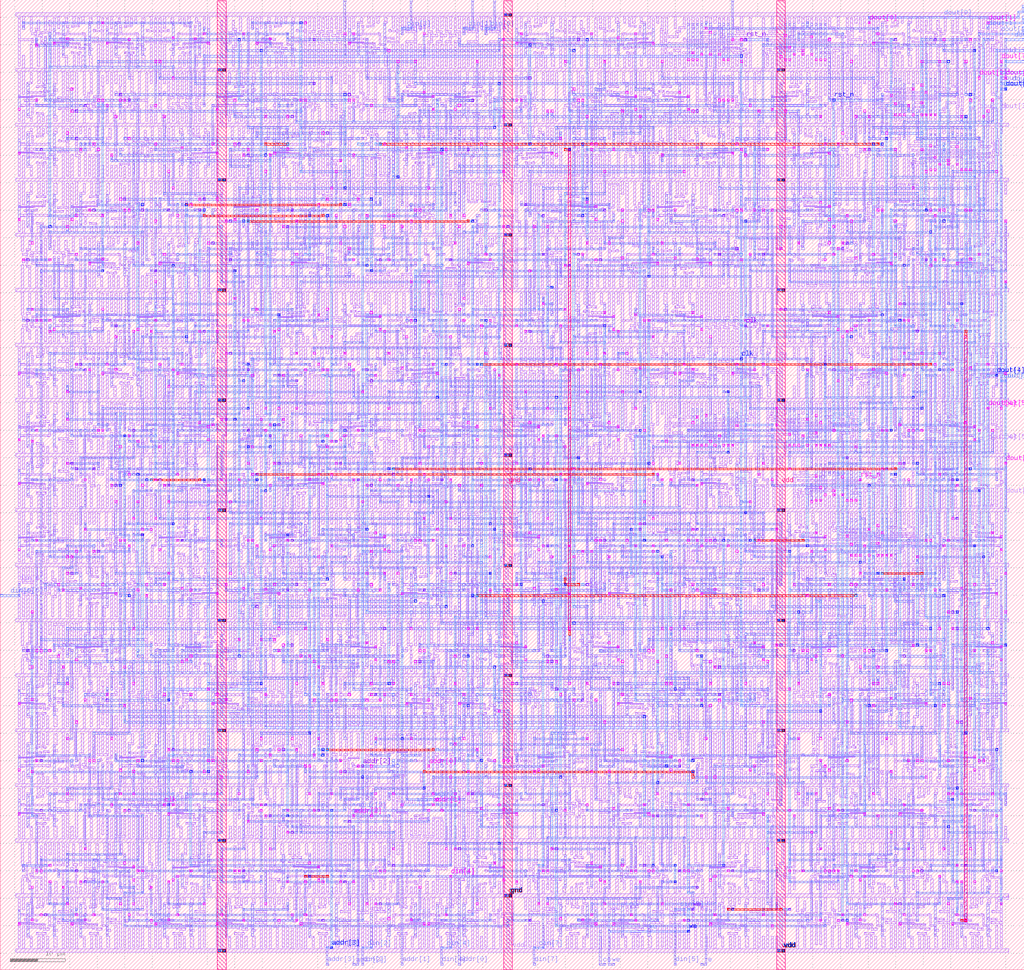
<source format=lef>
VERSION 5.7 ;
  NOWIREEXTENSIONATPIN ON ;
  DIVIDERCHAR "/" ;
  BUSBITCHARS "[]" ;
MACRO sram8t
  CLASS BLOCK ;
  FOREIGN sram8t ;
  ORIGIN 2.600 3.000 ;
  SIZE 186.000 BY 176.200 ;
  PIN vdd
    USE POWER ;
    PORT
      LAYER metal1 ;
        RECT 118.700 165.400 119.100 165.500 ;
        RECT 150.500 165.400 150.900 165.500 ;
        RECT 118.700 165.100 132.200 165.400 ;
        RECT 1.400 160.800 1.800 163.100 ;
        RECT 2.800 160.800 3.200 165.100 ;
        RECT 5.400 160.800 5.800 164.900 ;
        RECT 7.800 160.800 8.200 165.000 ;
        RECT 10.600 160.800 11.000 163.100 ;
        RECT 12.200 160.800 12.600 163.100 ;
        RECT 15.000 160.800 15.400 165.100 ;
        RECT 17.400 160.800 17.800 165.000 ;
        RECT 20.200 160.800 20.600 163.100 ;
        RECT 21.800 160.800 22.200 163.100 ;
        RECT 24.600 160.800 25.000 165.100 ;
        RECT 27.000 160.800 27.400 165.100 ;
        RECT 29.800 160.800 30.200 163.100 ;
        RECT 31.400 160.800 31.800 163.100 ;
        RECT 34.200 160.800 34.600 165.000 ;
        RECT 38.200 160.800 38.600 164.900 ;
        RECT 40.800 160.800 41.200 165.100 ;
        RECT 43.000 160.800 43.400 163.100 ;
        RECT 44.600 160.800 45.000 165.000 ;
        RECT 47.400 160.800 47.800 163.100 ;
        RECT 49.000 160.800 49.400 163.100 ;
        RECT 51.800 160.800 52.200 165.100 ;
        RECT 53.400 160.800 53.800 165.100 ;
        RECT 55.000 160.800 55.400 165.100 ;
        RECT 56.600 160.800 57.000 165.100 ;
        RECT 58.200 160.800 58.600 165.100 ;
        RECT 59.800 160.800 60.200 165.100 ;
        RECT 61.400 160.800 61.800 165.000 ;
        RECT 64.200 160.800 64.600 163.100 ;
        RECT 65.800 160.800 66.200 163.100 ;
        RECT 68.600 160.800 69.000 165.100 ;
        RECT 70.200 160.800 70.600 165.100 ;
        RECT 71.800 160.800 72.200 165.100 ;
        RECT 73.400 160.800 73.800 165.100 ;
        RECT 74.200 160.800 74.600 165.100 ;
        RECT 75.800 160.800 76.200 165.100 ;
        RECT 77.400 160.800 77.800 165.100 ;
        RECT 79.000 160.800 79.400 165.100 ;
        RECT 80.600 160.800 81.000 165.100 ;
        RECT 81.400 160.800 81.800 165.100 ;
        RECT 83.000 160.800 83.400 165.100 ;
        RECT 84.600 160.800 85.000 165.100 ;
        RECT 85.400 160.800 85.800 165.100 ;
        RECT 87.000 160.800 87.400 165.100 ;
        RECT 88.600 160.800 89.000 165.100 ;
        RECT 91.800 160.800 92.200 165.000 ;
        RECT 94.600 160.800 95.000 163.100 ;
        RECT 96.200 160.800 96.600 163.100 ;
        RECT 99.000 160.800 99.400 165.100 ;
        RECT 101.400 160.800 101.800 164.900 ;
        RECT 104.000 160.800 104.400 165.100 ;
        RECT 106.200 160.800 106.600 163.100 ;
        RECT 107.800 160.800 108.200 165.100 ;
        RECT 130.100 165.000 130.500 165.100 ;
        RECT 110.600 160.800 111.000 163.100 ;
        RECT 112.200 160.800 112.600 163.100 ;
        RECT 115.000 160.800 115.400 165.000 ;
        RECT 131.800 164.800 132.200 165.100 ;
        RECT 137.400 165.100 150.900 165.400 ;
        RECT 137.400 164.800 137.800 165.100 ;
        RECT 139.000 165.000 139.500 165.100 ;
        RECT 116.600 160.800 117.000 163.100 ;
        RECT 118.200 160.800 118.600 163.100 ;
        RECT 119.800 160.800 120.200 163.100 ;
        RECT 121.400 160.800 121.800 163.100 ;
        RECT 125.400 160.800 125.800 163.100 ;
        RECT 127.000 160.800 127.400 163.100 ;
        RECT 130.200 160.800 130.600 163.100 ;
        RECT 131.800 160.800 132.200 163.100 ;
        RECT 133.400 160.800 133.800 163.100 ;
        RECT 135.800 160.800 136.200 163.100 ;
        RECT 137.400 160.800 137.800 163.100 ;
        RECT 139.000 160.800 139.400 163.100 ;
        RECT 142.200 160.800 142.600 163.100 ;
        RECT 143.800 160.800 144.200 163.100 ;
        RECT 147.800 160.800 148.200 163.100 ;
        RECT 149.400 160.800 149.800 163.100 ;
        RECT 151.000 160.800 151.400 163.100 ;
        RECT 152.600 160.800 153.000 163.100 ;
        RECT 154.200 160.800 154.600 164.500 ;
        RECT 156.600 160.800 157.000 165.000 ;
        RECT 159.400 160.800 159.800 163.100 ;
        RECT 161.000 160.800 161.400 163.100 ;
        RECT 163.800 160.800 164.200 165.100 ;
        RECT 166.200 160.800 166.600 164.900 ;
        RECT 168.800 160.800 169.200 165.100 ;
        RECT 171.000 160.800 171.400 164.900 ;
        RECT 173.600 160.800 174.000 165.100 ;
        RECT 175.800 160.800 176.200 164.500 ;
        RECT 178.200 160.800 178.600 164.500 ;
        RECT 0.200 160.200 180.600 160.800 ;
        RECT 1.400 156.000 1.800 160.200 ;
        RECT 4.200 157.900 4.600 160.200 ;
        RECT 5.800 157.900 6.200 160.200 ;
        RECT 8.600 155.900 9.000 160.200 ;
        RECT 10.200 157.900 10.600 160.200 ;
        RECT 12.400 155.900 12.800 160.200 ;
        RECT 15.000 156.100 15.400 160.200 ;
        RECT 16.600 157.900 17.000 160.200 ;
        RECT 18.200 157.900 18.600 160.200 ;
        RECT 19.800 156.100 20.200 160.200 ;
        RECT 22.400 155.900 22.800 160.200 ;
        RECT 24.600 157.900 25.000 160.200 ;
        RECT 25.400 157.900 25.800 160.200 ;
        RECT 27.000 157.900 27.400 160.200 ;
        RECT 27.800 155.900 28.200 160.200 ;
        RECT 29.400 155.900 29.800 160.200 ;
        RECT 31.000 155.900 31.400 160.200 ;
        RECT 32.600 155.900 33.000 160.200 ;
        RECT 34.200 155.900 34.600 160.200 ;
        RECT 37.400 156.000 37.800 160.200 ;
        RECT 40.200 157.900 40.600 160.200 ;
        RECT 41.800 157.900 42.200 160.200 ;
        RECT 44.600 155.900 45.000 160.200 ;
        RECT 46.200 155.900 46.600 160.200 ;
        RECT 50.200 156.500 50.600 160.200 ;
        RECT 52.600 156.100 53.000 160.200 ;
        RECT 55.200 155.900 55.600 160.200 ;
        RECT 57.400 157.900 57.800 160.200 ;
        RECT 58.200 157.900 58.600 160.200 ;
        RECT 59.800 157.900 60.200 160.200 ;
        RECT 61.400 156.100 61.800 160.200 ;
        RECT 64.000 155.900 64.400 160.200 ;
        RECT 66.200 157.900 66.600 160.200 ;
        RECT 67.800 155.900 68.200 160.200 ;
        RECT 70.600 157.900 71.000 160.200 ;
        RECT 72.200 157.900 72.600 160.200 ;
        RECT 75.000 156.000 75.400 160.200 ;
        RECT 77.400 156.500 77.800 160.200 ;
        RECT 80.600 156.000 81.000 160.200 ;
        RECT 83.400 157.900 83.800 160.200 ;
        RECT 85.000 157.900 85.400 160.200 ;
        RECT 87.800 155.900 88.200 160.200 ;
        RECT 91.800 156.100 92.200 160.200 ;
        RECT 94.400 155.900 94.800 160.200 ;
        RECT 96.600 157.900 97.000 160.200 ;
        RECT 97.400 157.900 97.800 160.200 ;
        RECT 99.600 155.900 100.000 160.200 ;
        RECT 102.200 156.100 102.600 160.200 ;
        RECT 104.600 155.900 105.000 160.200 ;
        RECT 107.400 157.900 107.800 160.200 ;
        RECT 109.000 157.900 109.400 160.200 ;
        RECT 111.800 156.000 112.200 160.200 ;
        RECT 114.200 155.900 114.600 160.200 ;
        RECT 117.000 157.900 117.400 160.200 ;
        RECT 118.600 157.900 119.000 160.200 ;
        RECT 121.400 156.000 121.800 160.200 ;
        RECT 123.000 157.900 123.400 160.200 ;
        RECT 125.200 155.900 125.600 160.200 ;
        RECT 127.800 156.100 128.200 160.200 ;
        RECT 130.200 156.100 130.600 160.200 ;
        RECT 132.800 155.900 133.200 160.200 ;
        RECT 135.000 157.900 135.400 160.200 ;
        RECT 138.200 156.000 138.600 160.200 ;
        RECT 141.000 157.900 141.400 160.200 ;
        RECT 142.600 157.900 143.000 160.200 ;
        RECT 145.400 155.900 145.800 160.200 ;
        RECT 147.000 155.900 147.400 160.200 ;
        RECT 148.600 155.900 149.000 160.200 ;
        RECT 150.200 155.900 150.600 160.200 ;
        RECT 151.800 155.900 152.200 160.200 ;
        RECT 153.400 155.900 153.800 160.200 ;
        RECT 154.200 157.900 154.600 160.200 ;
        RECT 155.800 157.900 156.200 160.200 ;
        RECT 157.400 157.900 157.800 160.200 ;
        RECT 159.000 157.900 159.400 160.200 ;
        RECT 162.200 157.900 162.600 160.200 ;
        RECT 163.800 157.900 164.200 160.200 ;
        RECT 167.800 157.900 168.200 160.200 ;
        RECT 169.400 157.900 169.800 160.200 ;
        RECT 171.000 157.900 171.400 160.200 ;
        RECT 172.600 157.900 173.000 160.200 ;
        RECT 174.200 156.500 174.600 160.200 ;
        RECT 176.600 157.900 177.000 160.200 ;
        RECT 178.200 156.500 178.600 160.200 ;
        RECT 157.400 155.900 157.800 156.200 ;
        RECT 159.000 155.900 159.500 156.000 ;
        RECT 157.400 155.600 170.900 155.900 ;
        RECT 170.500 155.500 170.900 155.600 ;
        RECT 176.900 145.400 177.300 145.500 ;
        RECT 163.800 145.100 177.300 145.400 ;
        RECT 1.400 140.800 1.800 145.000 ;
        RECT 4.200 140.800 4.600 143.100 ;
        RECT 5.800 140.800 6.200 143.100 ;
        RECT 8.600 140.800 9.000 145.100 ;
        RECT 10.200 140.800 10.600 145.100 ;
        RECT 14.200 140.800 14.600 144.500 ;
        RECT 15.800 140.800 16.200 143.100 ;
        RECT 17.400 140.800 17.800 143.100 ;
        RECT 18.200 140.800 18.600 143.100 ;
        RECT 19.800 140.800 20.200 142.900 ;
        RECT 22.200 140.800 22.600 144.900 ;
        RECT 24.800 140.800 25.200 145.100 ;
        RECT 27.000 140.800 27.400 143.100 ;
        RECT 28.600 140.800 29.000 145.100 ;
        RECT 31.400 140.800 31.800 143.100 ;
        RECT 33.000 140.800 33.400 143.100 ;
        RECT 35.800 140.800 36.200 145.000 ;
        RECT 39.800 140.800 40.200 144.500 ;
        RECT 43.800 140.800 44.200 145.100 ;
        RECT 44.600 140.800 45.000 143.100 ;
        RECT 46.200 140.800 46.600 143.100 ;
        RECT 47.800 140.800 48.200 145.000 ;
        RECT 50.600 140.800 51.000 143.100 ;
        RECT 52.200 140.800 52.600 143.100 ;
        RECT 55.000 140.800 55.400 145.100 ;
        RECT 57.400 140.800 57.800 142.900 ;
        RECT 59.000 140.800 59.400 143.100 ;
        RECT 59.800 140.800 60.200 143.100 ;
        RECT 61.400 140.800 61.800 143.100 ;
        RECT 63.000 140.800 63.400 144.100 ;
        RECT 69.400 140.800 69.800 145.100 ;
        RECT 72.200 140.800 72.600 143.100 ;
        RECT 73.800 140.800 74.200 143.100 ;
        RECT 76.600 140.800 77.000 145.000 ;
        RECT 79.800 140.800 80.200 145.100 ;
        RECT 81.400 140.800 81.800 144.900 ;
        RECT 84.000 140.800 84.400 145.100 ;
        RECT 86.200 140.800 86.600 143.100 ;
        RECT 89.400 140.800 89.800 145.100 ;
        RECT 92.200 140.800 92.600 143.100 ;
        RECT 93.800 140.800 94.200 143.100 ;
        RECT 96.600 140.800 97.000 145.000 ;
        RECT 98.200 140.800 98.600 143.100 ;
        RECT 99.800 140.800 100.200 143.100 ;
        RECT 103.000 140.800 103.400 144.500 ;
        RECT 105.400 140.800 105.800 144.500 ;
        RECT 108.600 140.800 109.000 143.100 ;
        RECT 110.800 140.800 111.200 145.100 ;
        RECT 113.400 140.800 113.800 144.900 ;
        RECT 115.800 140.800 116.200 144.900 ;
        RECT 118.400 140.800 118.800 145.100 ;
        RECT 120.600 140.800 121.000 143.100 ;
        RECT 122.200 140.800 122.600 145.100 ;
        RECT 125.000 140.800 125.400 143.100 ;
        RECT 126.600 140.800 127.000 143.100 ;
        RECT 129.400 140.800 129.800 145.000 ;
        RECT 131.600 140.800 132.000 145.100 ;
        RECT 134.200 140.800 134.600 144.900 ;
        RECT 136.600 140.800 137.000 143.100 ;
        RECT 139.800 140.800 140.200 145.100 ;
        RECT 142.600 140.800 143.000 143.100 ;
        RECT 144.200 140.800 144.600 143.100 ;
        RECT 147.000 140.800 147.400 145.000 ;
        RECT 149.400 140.800 149.800 144.500 ;
        RECT 151.800 140.800 152.200 145.100 ;
        RECT 155.800 140.800 156.200 145.100 ;
        RECT 157.400 140.800 157.800 144.500 ;
        RECT 161.400 140.800 161.800 145.100 ;
        RECT 163.800 144.800 164.200 145.100 ;
        RECT 165.400 145.000 165.900 145.100 ;
        RECT 162.200 140.800 162.600 143.100 ;
        RECT 163.800 140.800 164.200 143.100 ;
        RECT 165.400 140.800 165.800 143.100 ;
        RECT 168.600 140.800 169.000 143.100 ;
        RECT 170.200 140.800 170.600 143.100 ;
        RECT 174.200 140.800 174.600 143.100 ;
        RECT 175.800 140.800 176.200 143.100 ;
        RECT 177.400 140.800 177.800 143.100 ;
        RECT 179.000 140.800 179.400 143.100 ;
        RECT 0.200 140.200 180.600 140.800 ;
        RECT 1.400 136.000 1.800 140.200 ;
        RECT 4.200 137.900 4.600 140.200 ;
        RECT 5.800 137.900 6.200 140.200 ;
        RECT 8.600 135.900 9.000 140.200 ;
        RECT 11.000 136.000 11.400 140.200 ;
        RECT 13.800 137.900 14.200 140.200 ;
        RECT 15.400 137.900 15.800 140.200 ;
        RECT 18.200 135.900 18.600 140.200 ;
        RECT 20.600 136.100 21.000 140.200 ;
        RECT 23.200 135.900 23.600 140.200 ;
        RECT 25.400 137.900 25.800 140.200 ;
        RECT 26.200 137.900 26.600 140.200 ;
        RECT 27.800 138.100 28.200 140.200 ;
        RECT 29.400 137.900 29.800 140.200 ;
        RECT 31.000 137.900 31.400 140.200 ;
        RECT 31.800 137.900 32.200 140.200 ;
        RECT 33.400 138.100 33.800 140.200 ;
        RECT 35.000 137.900 35.400 140.200 ;
        RECT 36.600 138.100 37.000 140.200 ;
        RECT 40.600 136.000 41.000 140.200 ;
        RECT 43.400 137.900 43.800 140.200 ;
        RECT 45.000 137.900 45.400 140.200 ;
        RECT 47.800 135.900 48.200 140.200 ;
        RECT 51.000 135.900 51.400 140.200 ;
        RECT 53.400 136.500 53.800 140.200 ;
        RECT 55.000 137.900 55.400 140.200 ;
        RECT 56.600 138.100 57.000 140.200 ;
        RECT 58.200 137.900 58.600 140.200 ;
        RECT 59.800 137.900 60.200 140.200 ;
        RECT 60.600 137.900 61.000 140.200 ;
        RECT 62.200 138.100 62.600 140.200 ;
        RECT 63.800 137.900 64.200 140.200 ;
        RECT 65.400 137.900 65.800 140.200 ;
        RECT 66.200 137.900 66.600 140.200 ;
        RECT 67.800 137.900 68.200 140.200 ;
        RECT 68.600 137.900 69.000 140.200 ;
        RECT 70.200 137.900 70.600 140.200 ;
        RECT 71.800 137.900 72.200 140.200 ;
        RECT 73.400 136.100 73.800 140.200 ;
        RECT 76.000 135.900 76.400 140.200 ;
        RECT 77.400 137.900 77.800 140.200 ;
        RECT 79.000 137.900 79.400 140.200 ;
        RECT 79.800 137.900 80.200 140.200 ;
        RECT 81.400 137.900 81.800 140.200 ;
        RECT 83.000 136.900 83.400 140.200 ;
        RECT 90.200 137.900 90.600 140.200 ;
        RECT 91.800 137.900 92.200 140.200 ;
        RECT 93.400 136.500 93.800 140.200 ;
        RECT 97.400 135.900 97.800 140.200 ;
        RECT 100.200 137.900 100.600 140.200 ;
        RECT 101.800 137.900 102.200 140.200 ;
        RECT 104.600 136.000 105.000 140.200 ;
        RECT 107.000 136.500 107.400 140.200 ;
        RECT 110.200 137.900 110.600 140.200 ;
        RECT 112.400 135.900 112.800 140.200 ;
        RECT 115.000 136.100 115.400 140.200 ;
        RECT 117.400 136.000 117.800 140.200 ;
        RECT 120.200 137.900 120.600 140.200 ;
        RECT 121.800 137.900 122.200 140.200 ;
        RECT 124.600 135.900 125.000 140.200 ;
        RECT 126.200 137.900 126.600 140.200 ;
        RECT 128.400 135.900 128.800 140.200 ;
        RECT 131.000 136.100 131.400 140.200 ;
        RECT 133.200 135.900 133.600 140.200 ;
        RECT 135.800 136.100 136.200 140.200 ;
        RECT 139.800 135.900 140.200 140.200 ;
        RECT 142.600 137.900 143.000 140.200 ;
        RECT 144.200 137.900 144.600 140.200 ;
        RECT 147.000 136.000 147.400 140.200 ;
        RECT 148.900 137.900 149.300 140.200 ;
        RECT 151.000 135.900 151.400 140.200 ;
        RECT 151.800 137.900 152.200 140.200 ;
        RECT 154.000 135.900 154.400 140.200 ;
        RECT 156.600 136.100 157.000 140.200 ;
        RECT 159.000 136.900 159.400 140.200 ;
        RECT 164.900 137.900 165.300 140.200 ;
        RECT 167.000 135.900 167.400 140.200 ;
        RECT 168.600 136.100 169.000 140.200 ;
        RECT 171.200 135.900 171.600 140.200 ;
        RECT 173.400 136.100 173.800 140.200 ;
        RECT 176.000 135.900 176.400 140.200 ;
        RECT 178.200 137.900 178.600 140.200 ;
        RECT 179.800 137.900 180.200 140.200 ;
        RECT 1.200 120.800 1.600 125.100 ;
        RECT 3.800 120.800 4.200 124.900 ;
        RECT 6.200 120.800 6.600 123.100 ;
        RECT 7.800 120.800 8.200 124.900 ;
        RECT 10.400 120.800 10.800 125.100 ;
        RECT 12.600 120.800 13.000 123.100 ;
        RECT 14.200 120.800 14.600 125.000 ;
        RECT 17.000 120.800 17.400 123.100 ;
        RECT 18.600 120.800 19.000 123.100 ;
        RECT 21.400 120.800 21.800 125.100 ;
        RECT 23.000 120.800 23.400 123.100 ;
        RECT 24.600 120.800 25.000 122.900 ;
        RECT 27.000 120.800 27.400 125.000 ;
        RECT 29.800 120.800 30.200 123.100 ;
        RECT 31.400 120.800 31.800 123.100 ;
        RECT 34.200 120.800 34.600 125.100 ;
        RECT 38.200 120.800 38.600 124.900 ;
        RECT 40.800 120.800 41.200 125.100 ;
        RECT 43.000 120.800 43.400 123.100 ;
        RECT 44.600 120.800 45.000 124.900 ;
        RECT 47.200 120.800 47.600 125.100 ;
        RECT 49.400 120.800 49.800 123.100 ;
        RECT 51.000 120.800 51.400 125.000 ;
        RECT 53.800 120.800 54.200 123.100 ;
        RECT 55.400 120.800 55.800 123.100 ;
        RECT 58.200 120.800 58.600 125.100 ;
        RECT 60.600 120.800 61.000 122.900 ;
        RECT 62.200 120.800 62.600 123.100 ;
        RECT 63.000 120.800 63.400 123.100 ;
        RECT 64.600 120.800 65.000 122.900 ;
        RECT 67.000 120.800 67.400 122.900 ;
        RECT 68.600 120.800 69.000 123.100 ;
        RECT 69.400 120.800 69.800 123.100 ;
        RECT 71.000 120.800 71.400 122.900 ;
        RECT 72.600 120.800 73.000 123.100 ;
        RECT 74.200 120.800 74.600 122.900 ;
        RECT 76.600 120.800 77.000 124.100 ;
        RECT 83.000 120.800 83.400 125.000 ;
        RECT 85.800 120.800 86.200 123.100 ;
        RECT 87.400 120.800 87.800 123.100 ;
        RECT 90.200 120.800 90.600 125.100 ;
        RECT 93.400 120.800 93.800 123.100 ;
        RECT 95.600 120.800 96.000 125.100 ;
        RECT 98.200 120.800 98.600 124.900 ;
        RECT 99.800 120.800 100.200 123.100 ;
        RECT 101.400 120.800 101.800 123.100 ;
        RECT 103.000 120.800 103.400 124.500 ;
        RECT 107.000 120.800 107.400 125.100 ;
        RECT 108.600 120.800 109.000 125.100 ;
        RECT 111.400 120.800 111.800 123.100 ;
        RECT 113.000 120.800 113.400 123.100 ;
        RECT 115.800 120.800 116.200 125.000 ;
        RECT 118.200 120.800 118.600 125.100 ;
        RECT 121.000 120.800 121.400 123.100 ;
        RECT 122.600 120.800 123.000 123.100 ;
        RECT 125.400 120.800 125.800 125.000 ;
        RECT 127.000 120.800 127.400 123.100 ;
        RECT 129.400 120.800 129.800 124.900 ;
        RECT 132.000 120.800 132.400 125.100 ;
        RECT 133.400 120.800 133.800 125.100 ;
        RECT 136.600 120.800 137.000 125.100 ;
        RECT 138.200 120.800 138.600 123.100 ;
        RECT 141.400 120.800 141.800 124.500 ;
        RECT 148.600 120.800 149.000 124.100 ;
        RECT 151.000 120.800 151.400 125.100 ;
        RECT 153.800 120.800 154.200 123.100 ;
        RECT 155.400 120.800 155.800 123.100 ;
        RECT 158.200 120.800 158.600 125.000 ;
        RECT 159.800 120.800 160.200 125.100 ;
        RECT 163.000 120.800 163.400 125.100 ;
        RECT 164.600 120.800 165.000 124.900 ;
        RECT 167.200 120.800 167.600 125.100 ;
        RECT 170.200 120.800 170.600 125.100 ;
        RECT 171.800 120.800 172.200 125.000 ;
        RECT 174.600 120.800 175.000 123.100 ;
        RECT 176.200 120.800 176.600 123.100 ;
        RECT 179.000 120.800 179.400 125.100 ;
        RECT 0.200 120.200 180.600 120.800 ;
        RECT 1.200 115.900 1.600 120.200 ;
        RECT 3.800 116.100 4.200 120.200 ;
        RECT 6.200 117.900 6.600 120.200 ;
        RECT 7.800 116.000 8.200 120.200 ;
        RECT 10.600 117.900 11.000 120.200 ;
        RECT 12.200 117.900 12.600 120.200 ;
        RECT 15.000 115.900 15.400 120.200 ;
        RECT 17.400 116.500 17.800 120.200 ;
        RECT 21.400 115.900 21.800 120.200 ;
        RECT 23.000 116.000 23.400 120.200 ;
        RECT 25.800 117.900 26.200 120.200 ;
        RECT 27.400 117.900 27.800 120.200 ;
        RECT 30.200 115.900 30.600 120.200 ;
        RECT 32.600 116.500 33.000 120.200 ;
        RECT 36.600 115.900 37.000 120.200 ;
        RECT 39.000 117.900 39.400 120.200 ;
        RECT 40.600 117.900 41.000 120.200 ;
        RECT 42.200 116.100 42.600 120.200 ;
        RECT 44.800 115.900 45.200 120.200 ;
        RECT 47.000 117.900 47.400 120.200 ;
        RECT 48.600 116.000 49.000 120.200 ;
        RECT 51.400 117.900 51.800 120.200 ;
        RECT 53.000 117.900 53.400 120.200 ;
        RECT 55.800 115.900 56.200 120.200 ;
        RECT 58.200 115.900 58.600 120.200 ;
        RECT 61.000 117.900 61.400 120.200 ;
        RECT 62.600 117.900 63.000 120.200 ;
        RECT 65.400 116.000 65.800 120.200 ;
        RECT 67.000 117.900 67.400 120.200 ;
        RECT 69.200 115.900 69.600 120.200 ;
        RECT 71.800 116.100 72.200 120.200 ;
        RECT 74.200 116.900 74.600 120.200 ;
        RECT 80.600 118.100 81.000 120.200 ;
        RECT 82.200 117.900 82.600 120.200 ;
        RECT 83.000 117.900 83.400 120.200 ;
        RECT 84.600 117.900 85.000 120.200 ;
        RECT 86.200 116.100 86.600 120.200 ;
        RECT 88.800 115.900 89.200 120.200 ;
        RECT 92.600 117.900 93.000 120.200 ;
        RECT 94.200 116.500 94.600 120.200 ;
        RECT 97.400 117.900 97.800 120.200 ;
        RECT 99.000 117.900 99.400 120.200 ;
        RECT 100.600 115.900 101.000 120.200 ;
        RECT 103.400 117.900 103.800 120.200 ;
        RECT 105.000 117.900 105.400 120.200 ;
        RECT 107.800 116.000 108.200 120.200 ;
        RECT 109.400 117.900 109.800 120.200 ;
        RECT 111.600 115.900 112.000 120.200 ;
        RECT 114.200 116.100 114.600 120.200 ;
        RECT 116.600 115.900 117.000 120.200 ;
        RECT 119.400 117.900 119.800 120.200 ;
        RECT 121.000 117.900 121.400 120.200 ;
        RECT 123.800 116.000 124.200 120.200 ;
        RECT 125.400 115.900 125.800 120.200 ;
        RECT 127.000 115.900 127.400 120.200 ;
        RECT 128.600 115.900 129.000 120.200 ;
        RECT 130.200 115.900 130.600 120.200 ;
        RECT 131.800 115.900 132.200 120.200 ;
        RECT 133.400 116.100 133.800 120.200 ;
        RECT 136.000 115.900 136.400 120.200 ;
        RECT 138.200 117.900 138.600 120.200 ;
        RECT 141.400 115.900 141.800 120.200 ;
        RECT 144.200 117.900 144.600 120.200 ;
        RECT 145.800 117.900 146.200 120.200 ;
        RECT 148.600 116.000 149.000 120.200 ;
        RECT 151.000 117.900 151.400 120.200 ;
        RECT 152.600 116.000 153.000 120.200 ;
        RECT 155.400 117.900 155.800 120.200 ;
        RECT 157.000 117.900 157.400 120.200 ;
        RECT 159.800 115.900 160.200 120.200 ;
        RECT 162.200 116.100 162.600 120.200 ;
        RECT 164.800 115.900 165.200 120.200 ;
        RECT 167.000 117.900 167.400 120.200 ;
        RECT 167.800 117.900 168.200 120.200 ;
        RECT 169.400 117.900 169.800 120.200 ;
        RECT 170.200 115.900 170.600 120.200 ;
        RECT 172.300 117.900 172.700 120.200 ;
        RECT 174.200 116.900 174.600 120.200 ;
        RECT 1.400 100.800 1.800 105.000 ;
        RECT 4.200 100.800 4.600 103.100 ;
        RECT 5.800 100.800 6.200 103.100 ;
        RECT 8.600 100.800 9.000 105.100 ;
        RECT 11.000 100.800 11.400 104.500 ;
        RECT 15.000 100.800 15.400 105.100 ;
        RECT 16.600 100.800 17.000 105.000 ;
        RECT 19.400 100.800 19.800 103.100 ;
        RECT 21.000 100.800 21.400 103.100 ;
        RECT 23.800 100.800 24.200 105.100 ;
        RECT 26.200 100.800 26.600 104.500 ;
        RECT 30.200 100.800 30.600 105.000 ;
        RECT 33.000 100.800 33.400 103.100 ;
        RECT 34.600 100.800 35.000 103.100 ;
        RECT 37.400 100.800 37.800 105.100 ;
        RECT 41.400 100.800 41.800 104.900 ;
        RECT 44.000 100.800 44.400 105.100 ;
        RECT 46.200 100.800 46.600 103.100 ;
        RECT 47.000 100.800 47.400 103.100 ;
        RECT 48.600 100.800 49.000 103.100 ;
        RECT 50.200 100.800 50.600 102.900 ;
        RECT 51.800 100.800 52.200 103.100 ;
        RECT 55.000 100.800 55.400 104.500 ;
        RECT 58.200 100.800 58.600 105.100 ;
        RECT 60.600 100.800 61.000 104.500 ;
        RECT 62.200 100.800 62.600 103.100 ;
        RECT 63.800 100.800 64.200 102.900 ;
        RECT 65.400 100.800 65.800 103.100 ;
        RECT 67.000 100.800 67.400 103.100 ;
        RECT 68.600 100.800 69.000 105.100 ;
        RECT 71.400 100.800 71.800 103.100 ;
        RECT 73.000 100.800 73.400 103.100 ;
        RECT 75.800 100.800 76.200 105.000 ;
        RECT 78.200 100.800 78.600 104.100 ;
        RECT 84.600 100.800 85.000 104.500 ;
        RECT 87.800 100.800 88.200 103.100 ;
        RECT 89.400 100.800 89.800 103.100 ;
        RECT 91.800 100.800 92.200 105.100 ;
        RECT 93.400 100.800 93.800 105.100 ;
        RECT 95.000 100.800 95.400 105.100 ;
        RECT 96.600 100.800 97.000 105.100 ;
        RECT 98.200 100.800 98.600 105.100 ;
        RECT 99.800 100.800 100.200 104.500 ;
        RECT 103.000 100.800 103.400 105.100 ;
        RECT 104.600 100.800 105.000 105.100 ;
        RECT 106.200 100.800 106.600 104.500 ;
        RECT 109.400 100.800 109.800 103.100 ;
        RECT 111.800 100.800 112.200 105.100 ;
        RECT 114.600 100.800 115.000 103.100 ;
        RECT 116.200 100.800 116.600 103.100 ;
        RECT 119.000 100.800 119.400 105.000 ;
        RECT 121.400 100.800 121.800 105.000 ;
        RECT 124.200 100.800 124.600 103.100 ;
        RECT 125.800 100.800 126.200 103.100 ;
        RECT 128.600 100.800 129.000 105.100 ;
        RECT 131.000 100.800 131.400 105.000 ;
        RECT 133.800 100.800 134.200 103.100 ;
        RECT 135.400 100.800 135.800 103.100 ;
        RECT 138.200 100.800 138.600 105.100 ;
        RECT 141.400 100.800 141.800 103.100 ;
        RECT 143.600 100.800 144.000 105.100 ;
        RECT 146.200 100.800 146.600 104.900 ;
        RECT 147.800 100.800 148.200 103.100 ;
        RECT 150.200 100.800 150.600 105.100 ;
        RECT 153.000 100.800 153.400 103.100 ;
        RECT 154.600 100.800 155.000 103.100 ;
        RECT 157.400 100.800 157.800 105.000 ;
        RECT 159.000 100.800 159.400 105.100 ;
        RECT 161.100 100.800 161.500 103.100 ;
        RECT 162.200 100.800 162.600 105.100 ;
        RECT 165.400 100.800 165.800 105.100 ;
        RECT 167.000 100.800 167.400 104.500 ;
        RECT 170.200 100.800 170.600 103.100 ;
        RECT 171.800 100.800 172.200 105.100 ;
        RECT 174.600 100.800 175.000 103.100 ;
        RECT 176.200 100.800 176.600 103.100 ;
        RECT 179.000 100.800 179.400 105.000 ;
        RECT 0.200 100.200 180.600 100.800 ;
        RECT 1.400 96.000 1.800 100.200 ;
        RECT 4.200 97.900 4.600 100.200 ;
        RECT 5.800 97.900 6.200 100.200 ;
        RECT 8.600 95.900 9.000 100.200 ;
        RECT 10.200 97.900 10.600 100.200 ;
        RECT 12.400 95.900 12.800 100.200 ;
        RECT 15.000 96.100 15.400 100.200 ;
        RECT 17.400 96.500 17.800 100.200 ;
        RECT 22.200 95.900 22.600 100.200 ;
        RECT 24.600 96.500 25.000 100.200 ;
        RECT 27.000 95.900 27.400 100.200 ;
        RECT 29.800 97.900 30.200 100.200 ;
        RECT 31.400 97.900 31.800 100.200 ;
        RECT 34.200 96.000 34.600 100.200 ;
        RECT 35.800 97.900 36.200 100.200 ;
        RECT 37.400 98.100 37.800 100.200 ;
        RECT 40.600 97.900 41.000 100.200 ;
        RECT 42.200 96.100 42.600 100.200 ;
        RECT 44.600 98.100 45.000 100.200 ;
        RECT 46.200 97.900 46.600 100.200 ;
        RECT 47.000 97.900 47.400 100.200 ;
        RECT 48.600 98.100 49.000 100.200 ;
        RECT 50.200 97.900 50.600 100.200 ;
        RECT 51.800 97.900 52.200 100.200 ;
        RECT 57.400 96.900 57.800 100.200 ;
        RECT 59.800 96.000 60.200 100.200 ;
        RECT 62.600 97.900 63.000 100.200 ;
        RECT 64.200 97.900 64.600 100.200 ;
        RECT 67.000 95.900 67.400 100.200 ;
        RECT 68.600 97.900 69.000 100.200 ;
        RECT 70.800 95.900 71.200 100.200 ;
        RECT 73.400 96.100 73.800 100.200 ;
        RECT 75.800 95.900 76.200 100.200 ;
        RECT 78.600 97.900 79.000 100.200 ;
        RECT 80.200 97.900 80.600 100.200 ;
        RECT 83.000 96.000 83.400 100.200 ;
        RECT 87.000 95.900 87.400 100.200 ;
        RECT 89.800 97.900 90.200 100.200 ;
        RECT 91.400 97.900 91.800 100.200 ;
        RECT 94.200 96.000 94.600 100.200 ;
        RECT 95.800 97.900 96.200 100.200 ;
        RECT 97.400 97.900 97.800 100.200 ;
        RECT 98.200 97.900 98.600 100.200 ;
        RECT 99.800 97.900 100.200 100.200 ;
        RECT 101.400 95.900 101.800 100.200 ;
        RECT 104.200 97.900 104.600 100.200 ;
        RECT 105.800 97.900 106.200 100.200 ;
        RECT 108.600 96.000 109.000 100.200 ;
        RECT 110.800 95.900 111.200 100.200 ;
        RECT 113.400 96.100 113.800 100.200 ;
        RECT 116.600 95.900 117.000 100.200 ;
        RECT 117.400 97.900 117.800 100.200 ;
        RECT 119.000 97.900 119.400 100.200 ;
        RECT 120.600 97.900 121.000 100.200 ;
        RECT 122.200 97.900 122.600 100.200 ;
        RECT 126.200 97.900 126.600 100.200 ;
        RECT 127.800 97.900 128.200 100.200 ;
        RECT 131.000 97.900 131.400 100.200 ;
        RECT 132.600 97.900 133.000 100.200 ;
        RECT 134.200 97.900 134.600 100.200 ;
        RECT 136.600 97.900 137.000 100.200 ;
        RECT 138.200 97.900 138.600 100.200 ;
        RECT 139.800 97.900 140.200 100.200 ;
        RECT 143.000 97.900 143.400 100.200 ;
        RECT 144.600 97.900 145.000 100.200 ;
        RECT 148.600 97.900 149.000 100.200 ;
        RECT 150.200 97.900 150.600 100.200 ;
        RECT 151.800 97.900 152.200 100.200 ;
        RECT 153.400 97.900 153.800 100.200 ;
        RECT 130.900 95.900 131.400 96.000 ;
        RECT 132.600 95.900 133.000 96.200 ;
        RECT 119.500 95.600 133.000 95.900 ;
        RECT 138.200 95.900 138.600 96.200 ;
        RECT 139.900 95.900 140.300 96.000 ;
        RECT 154.800 95.900 155.200 100.200 ;
        RECT 157.400 96.100 157.800 100.200 ;
        RECT 159.600 95.900 160.000 100.200 ;
        RECT 162.200 96.100 162.600 100.200 ;
        RECT 164.600 97.900 165.000 100.200 ;
        RECT 166.200 95.900 166.600 100.200 ;
        RECT 169.000 97.900 169.400 100.200 ;
        RECT 170.600 97.900 171.000 100.200 ;
        RECT 173.400 96.000 173.800 100.200 ;
        RECT 175.800 96.500 176.200 100.200 ;
        RECT 178.200 96.500 178.600 100.200 ;
        RECT 138.200 95.600 151.700 95.900 ;
        RECT 119.500 95.500 119.900 95.600 ;
        RECT 151.300 95.500 151.700 95.600 ;
        RECT 156.100 85.400 156.500 85.500 ;
        RECT 143.000 85.100 156.500 85.400 ;
        RECT 1.400 80.800 1.800 85.000 ;
        RECT 4.200 80.800 4.600 83.100 ;
        RECT 5.800 80.800 6.200 83.100 ;
        RECT 8.600 80.800 9.000 85.100 ;
        RECT 11.800 80.800 12.200 84.500 ;
        RECT 15.000 80.800 15.400 85.100 ;
        RECT 15.800 80.800 16.200 83.100 ;
        RECT 17.400 80.800 17.800 83.100 ;
        RECT 19.000 80.800 19.400 84.900 ;
        RECT 20.600 80.800 21.000 83.100 ;
        RECT 21.400 80.800 21.800 83.100 ;
        RECT 23.000 80.800 23.400 83.100 ;
        RECT 24.600 80.800 25.000 82.900 ;
        RECT 26.200 80.800 26.600 83.100 ;
        RECT 27.000 80.800 27.400 83.100 ;
        RECT 28.600 80.800 29.000 83.100 ;
        RECT 30.200 80.800 30.600 84.100 ;
        RECT 35.800 80.800 36.200 83.100 ;
        RECT 37.400 80.800 37.800 82.900 ;
        RECT 43.000 80.800 43.400 84.500 ;
        RECT 44.600 80.800 45.000 83.100 ;
        RECT 46.200 80.800 46.600 83.100 ;
        RECT 47.800 80.800 48.200 85.100 ;
        RECT 50.600 80.800 51.000 83.100 ;
        RECT 52.200 80.800 52.600 83.100 ;
        RECT 55.000 80.800 55.400 85.000 ;
        RECT 57.400 80.800 57.800 84.500 ;
        RECT 59.800 80.800 60.200 85.100 ;
        RECT 62.200 80.800 62.600 83.100 ;
        RECT 63.800 80.800 64.200 83.100 ;
        RECT 65.400 80.800 65.800 82.900 ;
        RECT 67.000 80.800 67.400 83.100 ;
        RECT 67.800 80.800 68.200 83.100 ;
        RECT 69.400 80.800 69.800 83.100 ;
        RECT 70.200 80.800 70.600 85.100 ;
        RECT 74.200 80.800 74.600 84.500 ;
        RECT 76.600 80.800 77.000 84.900 ;
        RECT 79.200 80.800 79.600 85.100 ;
        RECT 80.600 80.800 81.000 83.100 ;
        RECT 82.200 80.800 82.600 83.100 ;
        RECT 83.000 80.800 83.400 83.100 ;
        RECT 84.600 80.800 85.000 83.100 ;
        RECT 85.400 80.800 85.800 83.100 ;
        RECT 89.200 80.800 89.600 85.100 ;
        RECT 91.800 80.800 92.200 84.900 ;
        RECT 93.400 80.800 93.800 85.100 ;
        RECT 97.400 80.800 97.800 84.500 ;
        RECT 99.600 80.800 100.000 85.100 ;
        RECT 102.200 80.800 102.600 84.900 ;
        RECT 104.600 80.800 105.000 85.000 ;
        RECT 107.400 80.800 107.800 83.100 ;
        RECT 109.000 80.800 109.400 83.100 ;
        RECT 111.800 80.800 112.200 85.100 ;
        RECT 113.400 80.800 113.800 83.100 ;
        RECT 116.600 80.800 117.000 84.500 ;
        RECT 118.800 80.800 119.200 85.100 ;
        RECT 121.400 80.800 121.800 84.900 ;
        RECT 123.800 80.800 124.200 83.100 ;
        RECT 125.400 80.800 125.800 85.000 ;
        RECT 128.200 80.800 128.600 83.100 ;
        RECT 129.800 80.800 130.200 83.100 ;
        RECT 132.600 80.800 133.000 85.100 ;
        RECT 135.000 80.800 135.400 84.500 ;
        RECT 139.000 80.800 139.400 85.100 ;
        RECT 143.000 84.800 143.400 85.100 ;
        RECT 144.600 85.000 145.100 85.100 ;
        RECT 141.400 80.800 141.800 83.100 ;
        RECT 143.000 80.800 143.400 83.100 ;
        RECT 144.600 80.800 145.000 83.100 ;
        RECT 147.800 80.800 148.200 83.100 ;
        RECT 149.400 80.800 149.800 83.100 ;
        RECT 153.400 80.800 153.800 83.100 ;
        RECT 155.000 80.800 155.400 83.100 ;
        RECT 156.600 80.800 157.000 83.100 ;
        RECT 158.200 80.800 158.600 83.100 ;
        RECT 159.800 80.800 160.200 84.500 ;
        RECT 163.800 80.800 164.200 85.100 ;
        RECT 164.600 80.800 165.000 85.100 ;
        RECT 167.800 80.800 168.200 85.100 ;
        RECT 168.600 80.800 169.000 85.100 ;
        RECT 170.700 80.800 171.100 83.100 ;
        RECT 172.600 80.800 173.000 84.100 ;
        RECT 179.000 80.800 179.400 84.500 ;
        RECT 0.200 80.200 180.600 80.800 ;
        RECT 1.400 76.000 1.800 80.200 ;
        RECT 4.200 77.900 4.600 80.200 ;
        RECT 5.800 77.900 6.200 80.200 ;
        RECT 8.600 75.900 9.000 80.200 ;
        RECT 11.000 77.900 11.400 80.200 ;
        RECT 11.800 77.900 12.200 80.200 ;
        RECT 13.400 77.900 13.800 80.200 ;
        RECT 14.200 77.900 14.600 80.200 ;
        RECT 16.400 75.900 16.800 80.200 ;
        RECT 19.000 76.100 19.400 80.200 ;
        RECT 20.600 77.900 21.000 80.200 ;
        RECT 22.200 77.900 22.600 80.200 ;
        RECT 23.000 77.900 23.400 80.200 ;
        RECT 24.600 78.100 25.000 80.200 ;
        RECT 27.000 76.000 27.400 80.200 ;
        RECT 29.800 77.900 30.200 80.200 ;
        RECT 31.400 77.900 31.800 80.200 ;
        RECT 34.200 75.900 34.600 80.200 ;
        RECT 35.800 77.900 36.200 80.200 ;
        RECT 39.600 75.900 40.000 80.200 ;
        RECT 42.200 76.100 42.600 80.200 ;
        RECT 43.800 77.900 44.200 80.200 ;
        RECT 45.400 77.900 45.800 80.200 ;
        RECT 47.000 76.000 47.400 80.200 ;
        RECT 49.800 77.900 50.200 80.200 ;
        RECT 51.400 77.900 51.800 80.200 ;
        RECT 54.200 75.900 54.600 80.200 ;
        RECT 55.800 77.900 56.200 80.200 ;
        RECT 57.400 77.900 57.800 80.200 ;
        RECT 59.000 75.900 59.400 80.200 ;
        RECT 61.800 77.900 62.200 80.200 ;
        RECT 63.400 77.900 63.800 80.200 ;
        RECT 66.200 76.000 66.600 80.200 ;
        RECT 67.800 77.900 68.200 80.200 ;
        RECT 70.000 75.900 70.400 80.200 ;
        RECT 72.600 76.100 73.000 80.200 ;
        RECT 75.000 78.100 75.400 80.200 ;
        RECT 76.600 77.900 77.000 80.200 ;
        RECT 78.200 75.900 78.600 80.200 ;
        RECT 79.800 77.900 80.200 80.200 ;
        RECT 81.400 76.500 81.800 80.200 ;
        RECT 87.000 75.900 87.400 80.200 ;
        RECT 89.800 77.900 90.200 80.200 ;
        RECT 91.400 77.900 91.800 80.200 ;
        RECT 94.200 76.000 94.600 80.200 ;
        RECT 95.800 77.900 96.200 80.200 ;
        RECT 97.400 77.900 97.800 80.200 ;
        RECT 98.200 75.900 98.600 80.200 ;
        RECT 99.800 75.900 100.200 80.200 ;
        RECT 102.200 75.900 102.600 80.200 ;
        RECT 103.000 75.900 103.400 80.200 ;
        RECT 106.200 76.100 106.600 80.200 ;
        RECT 108.800 75.900 109.200 80.200 ;
        RECT 110.200 75.900 110.600 80.200 ;
        RECT 112.300 77.900 112.700 80.200 ;
        RECT 114.200 77.900 114.600 80.200 ;
        RECT 119.800 76.900 120.200 80.200 ;
        RECT 121.400 75.900 121.800 80.200 ;
        RECT 124.600 75.900 125.000 80.200 ;
        RECT 126.200 76.100 126.600 80.200 ;
        RECT 128.800 75.900 129.200 80.200 ;
        RECT 131.000 77.900 131.400 80.200 ;
        RECT 132.400 75.900 132.800 80.200 ;
        RECT 135.000 76.100 135.400 80.200 ;
        RECT 139.000 75.900 139.400 80.200 ;
        RECT 141.800 77.900 142.200 80.200 ;
        RECT 143.400 77.900 143.800 80.200 ;
        RECT 146.200 76.000 146.600 80.200 ;
        RECT 147.800 77.900 148.200 80.200 ;
        RECT 149.400 77.900 149.800 80.200 ;
        RECT 151.000 77.900 151.400 80.200 ;
        RECT 154.200 77.900 154.600 80.200 ;
        RECT 155.800 77.900 156.200 80.200 ;
        RECT 159.800 77.900 160.200 80.200 ;
        RECT 161.400 77.900 161.800 80.200 ;
        RECT 163.000 77.900 163.400 80.200 ;
        RECT 164.600 77.900 165.000 80.200 ;
        RECT 149.400 75.900 149.800 76.200 ;
        RECT 166.200 76.100 166.600 80.200 ;
        RECT 151.000 75.900 151.500 76.000 ;
        RECT 168.800 75.900 169.200 80.200 ;
        RECT 171.000 75.900 171.400 80.200 ;
        RECT 173.800 77.900 174.200 80.200 ;
        RECT 175.400 77.900 175.800 80.200 ;
        RECT 178.200 76.000 178.600 80.200 ;
        RECT 149.400 75.600 162.900 75.900 ;
        RECT 162.500 75.500 162.900 75.600 ;
        RECT 0.600 60.800 1.000 65.100 ;
        RECT 2.200 60.800 2.600 65.100 ;
        RECT 3.800 60.800 4.200 65.100 ;
        RECT 5.400 60.800 5.800 64.900 ;
        RECT 8.000 60.800 8.400 65.100 ;
        RECT 10.200 60.800 10.600 65.100 ;
        RECT 13.000 60.800 13.400 63.100 ;
        RECT 14.600 60.800 15.000 63.100 ;
        RECT 17.400 60.800 17.800 65.000 ;
        RECT 19.800 60.800 20.200 64.900 ;
        RECT 22.400 60.800 22.800 65.100 ;
        RECT 23.800 60.800 24.200 63.100 ;
        RECT 25.400 60.800 25.800 63.100 ;
        RECT 27.000 60.800 27.400 63.100 ;
        RECT 28.600 60.800 29.000 65.100 ;
        RECT 31.400 60.800 31.800 63.100 ;
        RECT 33.000 60.800 33.400 63.100 ;
        RECT 35.800 60.800 36.200 65.000 ;
        RECT 39.800 60.800 40.200 65.100 ;
        RECT 42.600 60.800 43.000 63.100 ;
        RECT 44.200 60.800 44.600 63.100 ;
        RECT 47.000 60.800 47.400 65.000 ;
        RECT 49.400 60.800 49.800 64.500 ;
        RECT 51.800 60.800 52.200 65.100 ;
        RECT 55.000 60.800 55.400 64.100 ;
        RECT 60.600 60.800 61.000 65.100 ;
        RECT 64.600 60.800 65.000 64.500 ;
        RECT 66.200 60.800 66.600 65.100 ;
        RECT 67.800 60.800 68.200 65.100 ;
        RECT 68.600 60.800 69.000 65.100 ;
        RECT 71.000 60.800 71.400 65.000 ;
        RECT 73.800 60.800 74.200 63.100 ;
        RECT 75.400 60.800 75.800 63.100 ;
        RECT 78.200 60.800 78.600 65.100 ;
        RECT 79.800 60.800 80.200 63.100 ;
        RECT 82.000 60.800 82.400 65.100 ;
        RECT 84.600 60.800 85.000 64.900 ;
        RECT 88.600 60.800 89.000 64.500 ;
        RECT 92.600 60.800 93.000 65.100 ;
        RECT 95.400 60.800 95.800 63.100 ;
        RECT 97.000 60.800 97.400 63.100 ;
        RECT 99.800 60.800 100.200 65.000 ;
        RECT 101.400 60.800 101.800 63.100 ;
        RECT 103.600 60.800 104.000 65.100 ;
        RECT 106.200 60.800 106.600 64.900 ;
        RECT 108.600 60.800 109.000 65.000 ;
        RECT 111.400 60.800 111.800 63.100 ;
        RECT 113.000 60.800 113.400 63.100 ;
        RECT 115.800 60.800 116.200 65.100 ;
        RECT 117.400 60.800 117.800 65.100 ;
        RECT 120.600 60.800 121.000 64.900 ;
        RECT 123.200 60.800 123.600 65.100 ;
        RECT 125.400 60.800 125.800 65.000 ;
        RECT 128.200 60.800 128.600 63.100 ;
        RECT 129.800 60.800 130.200 63.100 ;
        RECT 132.600 60.800 133.000 65.100 ;
        RECT 134.200 60.800 134.600 63.100 ;
        RECT 135.800 60.800 136.200 65.100 ;
        RECT 139.000 60.800 139.400 65.100 ;
        RECT 141.400 60.800 141.800 65.100 ;
        RECT 144.600 60.800 145.000 65.100 ;
        RECT 146.200 60.800 146.600 64.100 ;
        RECT 152.600 60.800 153.000 64.500 ;
        RECT 155.300 60.800 155.700 63.100 ;
        RECT 157.400 60.800 157.800 65.100 ;
        RECT 158.800 60.800 159.200 65.100 ;
        RECT 161.400 60.800 161.800 64.900 ;
        RECT 163.000 60.800 163.400 65.100 ;
        RECT 166.200 60.800 166.600 65.100 ;
        RECT 168.600 60.800 169.000 65.100 ;
        RECT 170.200 60.800 170.600 65.100 ;
        RECT 173.000 60.800 173.400 63.100 ;
        RECT 174.600 60.800 175.000 63.100 ;
        RECT 177.400 60.800 177.800 65.000 ;
        RECT 179.000 60.800 179.400 63.100 ;
        RECT 0.200 60.200 180.600 60.800 ;
        RECT 1.200 55.900 1.600 60.200 ;
        RECT 3.800 56.100 4.200 60.200 ;
        RECT 6.200 57.900 6.600 60.200 ;
        RECT 9.400 56.500 9.800 60.200 ;
        RECT 11.800 56.000 12.200 60.200 ;
        RECT 14.600 57.900 15.000 60.200 ;
        RECT 16.200 57.900 16.600 60.200 ;
        RECT 19.000 55.900 19.400 60.200 ;
        RECT 20.600 57.900 21.000 60.200 ;
        RECT 22.200 57.900 22.600 60.200 ;
        RECT 23.000 57.900 23.400 60.200 ;
        RECT 24.600 57.900 25.000 60.200 ;
        RECT 26.200 56.500 26.600 60.200 ;
        RECT 30.200 55.900 30.600 60.200 ;
        RECT 31.800 56.000 32.200 60.200 ;
        RECT 34.600 57.900 35.000 60.200 ;
        RECT 36.200 57.900 36.600 60.200 ;
        RECT 39.000 55.900 39.400 60.200 ;
        RECT 43.000 56.500 43.400 60.200 ;
        RECT 47.000 58.100 47.400 60.200 ;
        RECT 48.600 57.900 49.000 60.200 ;
        RECT 49.400 57.900 49.800 60.200 ;
        RECT 51.000 57.900 51.400 60.200 ;
        RECT 51.800 55.900 52.200 60.200 ;
        RECT 53.400 55.900 53.800 60.200 ;
        RECT 54.200 55.900 54.600 60.200 ;
        RECT 57.400 55.900 57.800 60.200 ;
        RECT 60.200 57.900 60.600 60.200 ;
        RECT 61.800 57.900 62.200 60.200 ;
        RECT 64.600 56.000 65.000 60.200 ;
        RECT 67.800 55.900 68.200 60.200 ;
        RECT 68.600 55.900 69.000 60.200 ;
        RECT 72.600 55.900 73.000 60.200 ;
        RECT 74.200 56.100 74.600 60.200 ;
        RECT 76.800 55.900 77.200 60.200 ;
        RECT 79.000 57.900 79.400 60.200 ;
        RECT 80.600 56.500 81.000 60.200 ;
        RECT 84.600 55.900 85.000 60.200 ;
        RECT 87.400 57.900 87.800 60.200 ;
        RECT 89.000 57.900 89.400 60.200 ;
        RECT 91.800 56.000 92.200 60.200 ;
        RECT 95.800 56.500 96.200 60.200 ;
        RECT 98.200 55.900 98.600 60.200 ;
        RECT 101.400 55.900 101.800 60.200 ;
        RECT 104.200 57.900 104.600 60.200 ;
        RECT 105.800 57.900 106.200 60.200 ;
        RECT 108.600 56.000 109.000 60.200 ;
        RECT 110.200 57.900 110.600 60.200 ;
        RECT 112.400 55.900 112.800 60.200 ;
        RECT 115.000 56.100 115.400 60.200 ;
        RECT 116.600 57.900 117.000 60.200 ;
        RECT 118.200 55.900 118.600 60.200 ;
        RECT 119.800 55.900 120.200 60.200 ;
        RECT 125.400 56.900 125.800 60.200 ;
        RECT 127.800 55.900 128.200 60.200 ;
        RECT 130.600 57.900 131.000 60.200 ;
        RECT 132.200 57.900 132.600 60.200 ;
        RECT 135.000 56.000 135.400 60.200 ;
        RECT 136.600 57.900 137.000 60.200 ;
        RECT 140.400 55.900 140.800 60.200 ;
        RECT 143.000 56.100 143.400 60.200 ;
        RECT 145.400 56.000 145.800 60.200 ;
        RECT 148.200 57.900 148.600 60.200 ;
        RECT 149.800 57.900 150.200 60.200 ;
        RECT 152.600 55.900 153.000 60.200 ;
        RECT 155.000 56.100 155.400 60.200 ;
        RECT 157.600 55.900 158.000 60.200 ;
        RECT 159.800 56.900 160.200 60.200 ;
        RECT 166.200 56.100 166.600 60.200 ;
        RECT 168.800 55.900 169.200 60.200 ;
        RECT 171.000 55.900 171.400 60.200 ;
        RECT 173.800 57.900 174.200 60.200 ;
        RECT 175.400 57.900 175.800 60.200 ;
        RECT 178.200 56.000 178.600 60.200 ;
        RECT 1.400 40.800 1.800 45.000 ;
        RECT 4.200 40.800 4.600 43.100 ;
        RECT 5.800 40.800 6.200 43.100 ;
        RECT 8.600 40.800 9.000 45.100 ;
        RECT 10.200 40.800 10.600 43.100 ;
        RECT 12.400 40.800 12.800 45.100 ;
        RECT 15.000 40.800 15.400 44.900 ;
        RECT 17.400 40.800 17.800 43.100 ;
        RECT 18.200 40.800 18.600 43.100 ;
        RECT 19.800 40.800 20.200 43.100 ;
        RECT 20.600 40.800 21.000 45.100 ;
        RECT 22.200 40.800 22.600 45.100 ;
        RECT 23.800 40.800 24.200 45.100 ;
        RECT 25.400 40.800 25.800 45.100 ;
        RECT 27.000 40.800 27.400 45.100 ;
        RECT 28.600 40.800 29.000 44.900 ;
        RECT 31.200 40.800 31.600 45.100 ;
        RECT 33.400 40.800 33.800 43.100 ;
        RECT 36.600 40.800 37.000 45.000 ;
        RECT 39.400 40.800 39.800 43.100 ;
        RECT 41.000 40.800 41.400 43.100 ;
        RECT 43.800 40.800 44.200 45.100 ;
        RECT 45.400 40.800 45.800 45.100 ;
        RECT 47.000 40.800 47.400 45.100 ;
        RECT 48.600 40.800 49.000 45.100 ;
        RECT 50.200 40.800 50.600 45.100 ;
        RECT 51.800 40.800 52.200 45.100 ;
        RECT 52.600 40.800 53.000 45.100 ;
        RECT 56.600 40.800 57.000 44.500 ;
        RECT 59.800 40.800 60.200 45.100 ;
        RECT 65.400 40.800 65.800 44.100 ;
        RECT 67.000 40.800 67.400 43.100 ;
        RECT 68.600 40.800 69.000 43.100 ;
        RECT 70.200 40.800 70.600 43.100 ;
        RECT 71.800 40.800 72.200 45.000 ;
        RECT 74.600 40.800 75.000 43.100 ;
        RECT 76.200 40.800 76.600 43.100 ;
        RECT 79.000 40.800 79.400 45.100 ;
        RECT 81.400 40.800 81.800 45.000 ;
        RECT 84.200 40.800 84.600 43.100 ;
        RECT 85.800 40.800 86.200 43.100 ;
        RECT 88.600 40.800 89.000 45.100 ;
        RECT 92.600 40.800 93.000 44.900 ;
        RECT 95.200 40.800 95.600 45.100 ;
        RECT 97.400 40.800 97.800 43.100 ;
        RECT 99.000 40.800 99.400 44.500 ;
        RECT 103.000 40.800 103.400 44.500 ;
        RECT 106.200 40.800 106.600 45.100 ;
        RECT 107.800 40.800 108.200 43.100 ;
        RECT 110.200 40.800 110.600 45.000 ;
        RECT 113.000 40.800 113.400 43.100 ;
        RECT 114.600 40.800 115.000 43.100 ;
        RECT 117.400 40.800 117.800 45.100 ;
        RECT 119.300 40.800 119.700 43.100 ;
        RECT 121.400 40.800 121.800 45.100 ;
        RECT 122.200 40.800 122.600 43.100 ;
        RECT 123.800 40.800 124.200 45.100 ;
        RECT 125.900 40.800 126.300 43.100 ;
        RECT 127.600 40.800 128.000 45.100 ;
        RECT 130.200 40.800 130.600 44.900 ;
        RECT 131.800 40.800 132.200 43.100 ;
        RECT 134.200 40.800 134.600 44.900 ;
        RECT 136.800 40.800 137.200 45.100 ;
        RECT 139.000 40.800 139.400 43.100 ;
        RECT 141.400 40.800 141.800 45.100 ;
        RECT 143.000 40.800 143.400 45.100 ;
        RECT 144.600 40.800 145.000 45.100 ;
        RECT 146.200 40.800 146.600 45.100 ;
        RECT 147.800 40.800 148.200 45.100 ;
        RECT 149.400 40.800 149.800 44.900 ;
        RECT 152.000 40.800 152.400 45.100 ;
        RECT 153.400 40.800 153.800 45.100 ;
        RECT 155.500 40.800 155.900 43.100 ;
        RECT 157.400 40.800 157.800 45.100 ;
        RECT 160.200 40.800 160.600 43.100 ;
        RECT 161.800 40.800 162.200 43.100 ;
        RECT 164.600 40.800 165.000 45.000 ;
        RECT 166.200 40.800 166.600 45.100 ;
        RECT 168.300 40.800 168.700 43.100 ;
        RECT 170.200 40.800 170.600 43.100 ;
        RECT 171.800 40.800 172.200 45.100 ;
        RECT 174.600 40.800 175.000 43.100 ;
        RECT 176.200 40.800 176.600 43.100 ;
        RECT 179.000 40.800 179.400 45.000 ;
        RECT 0.200 40.200 180.600 40.800 ;
        RECT 1.400 36.000 1.800 40.200 ;
        RECT 4.200 37.900 4.600 40.200 ;
        RECT 5.800 37.900 6.200 40.200 ;
        RECT 8.600 35.900 9.000 40.200 ;
        RECT 10.800 35.900 11.200 40.200 ;
        RECT 13.400 36.100 13.800 40.200 ;
        RECT 15.800 36.500 16.200 40.200 ;
        RECT 19.800 36.000 20.200 40.200 ;
        RECT 22.600 37.900 23.000 40.200 ;
        RECT 24.200 37.900 24.600 40.200 ;
        RECT 27.000 35.900 27.400 40.200 ;
        RECT 29.400 36.100 29.800 40.200 ;
        RECT 32.000 35.900 32.400 40.200 ;
        RECT 34.200 37.900 34.600 40.200 ;
        RECT 35.800 36.100 36.200 40.200 ;
        RECT 38.400 35.900 38.800 40.200 ;
        RECT 42.200 37.900 42.600 40.200 ;
        RECT 43.800 38.100 44.200 40.200 ;
        RECT 45.400 37.900 45.800 40.200 ;
        RECT 46.200 37.900 46.600 40.200 ;
        RECT 47.800 38.100 48.200 40.200 ;
        RECT 49.400 37.900 49.800 40.200 ;
        RECT 51.000 38.100 51.400 40.200 ;
        RECT 53.400 35.900 53.800 40.200 ;
        RECT 54.200 37.900 54.600 40.200 ;
        RECT 55.800 38.100 56.200 40.200 ;
        RECT 59.000 35.900 59.400 40.200 ;
        RECT 60.900 35.900 61.300 40.200 ;
        RECT 63.000 37.900 63.400 40.200 ;
        RECT 64.600 37.900 65.000 40.200 ;
        RECT 66.200 37.900 66.600 40.200 ;
        RECT 67.800 36.900 68.200 40.200 ;
        RECT 73.400 37.900 73.800 40.200 ;
        RECT 75.000 37.900 75.400 40.200 ;
        RECT 77.400 35.900 77.800 40.200 ;
        RECT 78.200 35.900 78.600 40.200 ;
        RECT 82.200 35.900 82.600 40.200 ;
        RECT 85.400 36.500 85.800 40.200 ;
        RECT 89.400 36.100 89.800 40.200 ;
        RECT 92.000 35.900 92.400 40.200 ;
        RECT 94.200 37.900 94.600 40.200 ;
        RECT 95.800 36.000 96.200 40.200 ;
        RECT 98.600 37.900 99.000 40.200 ;
        RECT 100.200 37.900 100.600 40.200 ;
        RECT 103.000 35.900 103.400 40.200 ;
        RECT 104.600 35.900 105.000 40.200 ;
        RECT 108.600 36.500 109.000 40.200 ;
        RECT 111.000 35.900 111.400 40.200 ;
        RECT 113.800 37.900 114.200 40.200 ;
        RECT 115.400 37.900 115.800 40.200 ;
        RECT 118.200 36.000 118.600 40.200 ;
        RECT 119.800 35.900 120.200 40.200 ;
        RECT 121.900 37.900 122.300 40.200 ;
        RECT 124.300 35.900 124.700 40.200 ;
        RECT 126.200 35.900 126.600 40.200 ;
        RECT 127.800 35.900 128.200 40.200 ;
        RECT 129.400 35.900 129.800 40.200 ;
        RECT 131.000 35.900 131.400 40.200 ;
        RECT 132.600 35.900 133.000 40.200 ;
        RECT 134.200 36.000 134.600 40.200 ;
        RECT 137.000 37.900 137.400 40.200 ;
        RECT 138.600 37.900 139.000 40.200 ;
        RECT 141.400 35.900 141.800 40.200 ;
        RECT 144.900 37.900 145.300 40.200 ;
        RECT 147.000 35.900 147.400 40.200 ;
        RECT 148.600 36.000 149.000 40.200 ;
        RECT 151.400 37.900 151.800 40.200 ;
        RECT 153.000 37.900 153.400 40.200 ;
        RECT 155.800 35.900 156.200 40.200 ;
        RECT 157.400 37.900 157.800 40.200 ;
        RECT 159.000 37.900 159.400 40.200 ;
        RECT 161.200 35.900 161.600 40.200 ;
        RECT 163.800 36.100 164.200 40.200 ;
        RECT 166.200 35.900 166.600 40.200 ;
        RECT 169.000 37.900 169.400 40.200 ;
        RECT 170.600 37.900 171.000 40.200 ;
        RECT 173.400 36.000 173.800 40.200 ;
        RECT 175.800 36.100 176.200 40.200 ;
        RECT 178.400 35.900 178.800 40.200 ;
        RECT 1.400 20.800 1.800 25.000 ;
        RECT 4.200 20.800 4.600 23.100 ;
        RECT 5.800 20.800 6.200 23.100 ;
        RECT 8.600 20.800 9.000 25.100 ;
        RECT 10.200 20.800 10.600 23.100 ;
        RECT 12.400 20.800 12.800 25.100 ;
        RECT 15.000 20.800 15.400 24.900 ;
        RECT 17.400 20.800 17.800 24.500 ;
        RECT 20.600 20.800 21.000 25.100 ;
        RECT 22.200 20.800 22.600 25.100 ;
        RECT 23.800 20.800 24.200 25.100 ;
        RECT 25.400 20.800 25.800 25.100 ;
        RECT 27.000 20.800 27.400 25.100 ;
        RECT 28.600 20.800 29.000 25.000 ;
        RECT 31.400 20.800 31.800 23.100 ;
        RECT 33.000 20.800 33.400 23.100 ;
        RECT 35.800 20.800 36.200 25.100 ;
        RECT 39.000 20.800 39.400 23.100 ;
        RECT 40.600 20.800 41.000 23.100 ;
        RECT 43.800 20.800 44.200 24.500 ;
        RECT 45.400 20.800 45.800 23.100 ;
        RECT 47.000 20.800 47.400 23.100 ;
        RECT 48.600 20.800 49.000 22.900 ;
        RECT 50.200 20.800 50.600 23.100 ;
        RECT 51.000 20.800 51.400 23.100 ;
        RECT 52.600 20.800 53.000 22.900 ;
        RECT 55.000 20.800 55.400 25.100 ;
        RECT 55.800 20.800 56.200 23.100 ;
        RECT 57.400 20.800 57.800 23.100 ;
        RECT 59.000 20.800 59.400 23.100 ;
        RECT 59.800 20.800 60.200 23.100 ;
        RECT 61.400 20.800 61.800 23.100 ;
        RECT 63.800 20.800 64.200 25.100 ;
        RECT 64.600 20.800 65.000 23.100 ;
        RECT 66.200 20.800 66.600 23.100 ;
        RECT 67.800 20.800 68.200 23.100 ;
        RECT 69.700 20.800 70.100 25.100 ;
        RECT 76.600 20.800 77.000 24.100 ;
        RECT 78.200 20.800 78.600 23.100 ;
        RECT 79.800 20.800 80.200 23.100 ;
        RECT 81.400 20.800 81.800 23.100 ;
        RECT 83.000 20.800 83.400 25.100 ;
        RECT 85.800 20.800 86.200 23.100 ;
        RECT 87.400 20.800 87.800 23.100 ;
        RECT 90.200 20.800 90.600 25.000 ;
        RECT 93.400 20.800 93.800 23.100 ;
        RECT 95.600 20.800 96.000 25.100 ;
        RECT 98.200 20.800 98.600 24.900 ;
        RECT 100.600 20.800 101.000 24.900 ;
        RECT 103.200 20.800 103.600 25.100 ;
        RECT 105.400 20.800 105.800 23.100 ;
        RECT 107.000 20.800 107.400 25.100 ;
        RECT 109.800 20.800 110.200 23.100 ;
        RECT 111.400 20.800 111.800 23.100 ;
        RECT 114.200 20.800 114.600 25.000 ;
        RECT 115.800 20.800 116.200 23.100 ;
        RECT 117.400 20.800 117.800 23.100 ;
        RECT 119.000 20.800 119.400 24.900 ;
        RECT 121.600 20.800 122.000 25.100 ;
        RECT 123.800 20.800 124.200 23.100 ;
        RECT 124.600 20.800 125.000 23.100 ;
        RECT 126.200 20.800 126.600 23.100 ;
        RECT 127.800 20.800 128.200 25.100 ;
        RECT 130.600 20.800 131.000 23.100 ;
        RECT 132.200 20.800 132.600 23.100 ;
        RECT 135.000 20.800 135.400 25.000 ;
        RECT 136.900 20.800 137.300 23.100 ;
        RECT 139.000 20.800 139.400 25.100 ;
        RECT 141.400 20.800 141.800 23.100 ;
        RECT 143.000 20.800 143.400 23.100 ;
        RECT 143.800 20.800 144.200 23.100 ;
        RECT 146.200 20.800 146.600 25.100 ;
        RECT 149.000 20.800 149.400 23.100 ;
        RECT 150.600 20.800 151.000 23.100 ;
        RECT 153.400 20.800 153.800 25.000 ;
        RECT 155.000 20.800 155.400 23.100 ;
        RECT 156.600 20.800 157.000 23.100 ;
        RECT 158.200 20.800 158.600 23.100 ;
        RECT 159.800 20.800 160.200 23.100 ;
        RECT 161.400 20.800 161.800 25.000 ;
        RECT 164.200 20.800 164.600 23.100 ;
        RECT 165.800 20.800 166.200 23.100 ;
        RECT 168.600 20.800 169.000 25.100 ;
        RECT 171.000 20.800 171.400 23.100 ;
        RECT 172.100 20.800 172.500 23.100 ;
        RECT 174.200 20.800 174.600 25.100 ;
        RECT 175.000 20.800 175.400 25.100 ;
        RECT 177.100 20.800 177.500 23.100 ;
        RECT 178.200 20.800 178.600 23.100 ;
        RECT 179.800 20.800 180.200 23.100 ;
        RECT 0.200 20.200 180.600 20.800 ;
        RECT 1.200 15.900 1.600 20.200 ;
        RECT 3.800 16.100 4.200 20.200 ;
        RECT 6.200 17.900 6.600 20.200 ;
        RECT 7.800 16.500 8.200 20.200 ;
        RECT 11.800 15.900 12.200 20.200 ;
        RECT 13.400 15.900 13.800 20.200 ;
        RECT 16.200 17.900 16.600 20.200 ;
        RECT 17.800 17.900 18.200 20.200 ;
        RECT 20.600 16.000 21.000 20.200 ;
        RECT 23.000 16.100 23.400 20.200 ;
        RECT 25.600 15.900 26.000 20.200 ;
        RECT 27.800 17.900 28.200 20.200 ;
        RECT 29.400 16.000 29.800 20.200 ;
        RECT 32.200 17.900 32.600 20.200 ;
        RECT 33.800 17.900 34.200 20.200 ;
        RECT 36.600 15.900 37.000 20.200 ;
        RECT 40.600 16.100 41.000 20.200 ;
        RECT 43.200 15.900 43.600 20.200 ;
        RECT 44.600 17.900 45.000 20.200 ;
        RECT 47.000 15.900 47.400 20.200 ;
        RECT 49.800 17.900 50.200 20.200 ;
        RECT 51.400 17.900 51.800 20.200 ;
        RECT 54.200 16.000 54.600 20.200 ;
        RECT 55.800 15.900 56.200 20.200 ;
        RECT 59.800 16.500 60.200 20.200 ;
        RECT 61.400 17.900 61.800 20.200 ;
        RECT 63.600 15.900 64.000 20.200 ;
        RECT 66.200 16.100 66.600 20.200 ;
        RECT 67.800 17.900 68.200 20.200 ;
        RECT 69.400 17.900 69.800 20.200 ;
        RECT 70.200 15.900 70.600 20.200 ;
        RECT 74.200 16.500 74.600 20.200 ;
        RECT 75.800 15.900 76.200 20.200 ;
        RECT 77.400 15.900 77.800 20.200 ;
        RECT 79.000 15.900 79.400 20.200 ;
        RECT 80.600 15.900 81.000 20.200 ;
        RECT 83.400 17.900 83.800 20.200 ;
        RECT 85.000 17.900 85.400 20.200 ;
        RECT 87.800 16.000 88.200 20.200 ;
        RECT 91.000 17.900 91.400 20.200 ;
        RECT 93.200 15.900 93.600 20.200 ;
        RECT 95.800 16.100 96.200 20.200 ;
        RECT 98.200 15.900 98.600 20.200 ;
        RECT 101.000 17.900 101.400 20.200 ;
        RECT 102.600 17.900 103.000 20.200 ;
        RECT 105.400 16.000 105.800 20.200 ;
        RECT 107.000 17.900 107.400 20.200 ;
        RECT 109.200 15.900 109.600 20.200 ;
        RECT 111.800 16.100 112.200 20.200 ;
        RECT 113.400 17.900 113.800 20.200 ;
        RECT 115.800 16.100 116.200 20.200 ;
        RECT 118.400 15.900 118.800 20.200 ;
        RECT 119.800 17.900 120.200 20.200 ;
        RECT 122.200 16.100 122.600 20.200 ;
        RECT 124.800 15.900 125.200 20.200 ;
        RECT 127.000 16.000 127.400 20.200 ;
        RECT 129.800 17.900 130.200 20.200 ;
        RECT 131.400 17.900 131.800 20.200 ;
        RECT 134.200 15.900 134.600 20.200 ;
        RECT 135.800 17.900 136.200 20.200 ;
        RECT 138.000 15.900 138.400 20.200 ;
        RECT 140.600 16.100 141.000 20.200 ;
        RECT 144.400 15.900 144.800 20.200 ;
        RECT 147.000 16.100 147.400 20.200 ;
        RECT 149.400 16.100 149.800 20.200 ;
        RECT 152.000 15.900 152.400 20.200 ;
        RECT 154.200 16.000 154.600 20.200 ;
        RECT 157.000 17.900 157.400 20.200 ;
        RECT 158.600 17.900 159.000 20.200 ;
        RECT 161.400 15.900 161.800 20.200 ;
        RECT 163.800 16.100 164.200 20.200 ;
        RECT 166.400 15.900 166.800 20.200 ;
        RECT 167.800 17.900 168.200 20.200 ;
        RECT 169.400 17.900 169.800 20.200 ;
        RECT 171.000 17.900 171.400 20.200 ;
        RECT 171.800 17.900 172.200 20.200 ;
        RECT 174.200 17.900 174.600 20.200 ;
        RECT 175.600 15.900 176.000 20.200 ;
        RECT 178.200 16.100 178.600 20.200 ;
        RECT 1.400 0.800 1.800 5.000 ;
        RECT 4.200 0.800 4.600 3.100 ;
        RECT 5.800 0.800 6.200 3.100 ;
        RECT 8.600 0.800 9.000 5.100 ;
        RECT 11.000 0.800 11.400 5.000 ;
        RECT 13.800 0.800 14.200 3.100 ;
        RECT 15.400 0.800 15.800 3.100 ;
        RECT 18.200 0.800 18.600 5.100 ;
        RECT 20.600 0.800 21.000 4.500 ;
        RECT 23.000 0.800 23.400 5.100 ;
        RECT 26.200 0.800 26.600 5.000 ;
        RECT 29.000 0.800 29.400 3.100 ;
        RECT 30.600 0.800 31.000 3.100 ;
        RECT 33.400 0.800 33.800 5.100 ;
        RECT 37.400 0.800 37.800 5.000 ;
        RECT 40.200 0.800 40.600 3.100 ;
        RECT 41.800 0.800 42.200 3.100 ;
        RECT 44.600 0.800 45.000 5.100 ;
        RECT 46.200 0.800 46.600 5.100 ;
        RECT 50.200 0.800 50.600 4.500 ;
        RECT 52.600 0.800 53.000 5.000 ;
        RECT 55.400 0.800 55.800 3.100 ;
        RECT 57.000 0.800 57.400 3.100 ;
        RECT 59.800 0.800 60.200 5.100 ;
        RECT 61.400 0.800 61.800 5.100 ;
        RECT 63.000 0.800 63.400 5.100 ;
        RECT 64.600 0.800 65.000 5.100 ;
        RECT 66.200 0.800 66.600 5.100 ;
        RECT 69.000 0.800 69.400 3.100 ;
        RECT 70.600 0.800 71.000 3.100 ;
        RECT 73.400 0.800 73.800 5.000 ;
        RECT 75.800 0.800 76.200 5.000 ;
        RECT 78.600 0.800 79.000 3.100 ;
        RECT 80.200 0.800 80.600 3.100 ;
        RECT 83.000 0.800 83.400 5.100 ;
        RECT 84.600 0.800 85.000 3.100 ;
        RECT 86.800 0.800 87.200 5.100 ;
        RECT 89.400 0.800 89.800 4.900 ;
        RECT 92.600 0.800 93.000 5.100 ;
        RECT 94.200 0.800 94.600 5.100 ;
        RECT 95.800 0.800 96.200 5.100 ;
        RECT 97.400 0.800 97.800 5.100 ;
        RECT 100.200 0.800 100.600 3.100 ;
        RECT 101.800 0.800 102.200 3.100 ;
        RECT 104.600 0.800 105.000 5.000 ;
        RECT 106.200 0.800 106.600 3.100 ;
        RECT 107.800 0.800 108.200 3.100 ;
        RECT 109.400 0.800 109.800 5.000 ;
        RECT 112.200 0.800 112.600 3.100 ;
        RECT 113.800 0.800 114.200 3.100 ;
        RECT 116.600 0.800 117.000 5.100 ;
        RECT 118.200 0.800 118.600 5.100 ;
        RECT 119.800 0.800 120.200 5.100 ;
        RECT 121.400 0.800 121.800 5.100 ;
        RECT 122.200 0.800 122.600 5.100 ;
        RECT 125.400 0.800 125.800 3.100 ;
        RECT 127.000 0.800 127.400 5.000 ;
        RECT 129.800 0.800 130.200 3.100 ;
        RECT 131.400 0.800 131.800 3.100 ;
        RECT 134.200 0.800 134.600 5.100 ;
        RECT 135.800 0.800 136.200 3.100 ;
        RECT 137.400 0.800 137.800 3.100 ;
        RECT 138.200 0.800 138.600 3.100 ;
        RECT 142.000 0.800 142.400 5.100 ;
        RECT 144.600 0.800 145.000 4.900 ;
        RECT 147.000 0.800 147.400 4.900 ;
        RECT 149.600 0.800 150.000 5.100 ;
        RECT 151.800 0.800 152.200 5.000 ;
        RECT 154.600 0.800 155.000 3.100 ;
        RECT 156.200 0.800 156.600 3.100 ;
        RECT 159.000 0.800 159.400 5.100 ;
        RECT 161.400 0.800 161.800 5.000 ;
        RECT 164.200 0.800 164.600 3.100 ;
        RECT 165.800 0.800 166.200 3.100 ;
        RECT 168.600 0.800 169.000 5.100 ;
        RECT 171.000 0.800 171.400 5.000 ;
        RECT 173.800 0.800 174.200 3.100 ;
        RECT 175.400 0.800 175.800 3.100 ;
        RECT 178.200 0.800 178.600 5.100 ;
        RECT 0.200 0.200 180.600 0.800 ;
      LAYER via1 ;
        RECT 131.800 161.800 132.200 162.200 ;
        RECT 139.000 162.700 139.400 163.100 ;
        RECT 37.000 160.300 37.400 160.700 ;
        RECT 37.700 160.300 38.100 160.700 ;
        RECT 138.600 160.300 139.000 160.700 ;
        RECT 139.300 160.300 139.700 160.700 ;
        RECT 159.000 155.600 159.400 156.000 ;
        RECT 165.400 141.800 165.800 142.200 ;
        RECT 37.000 140.300 37.400 140.700 ;
        RECT 37.700 140.300 38.100 140.700 ;
        RECT 138.600 140.300 139.000 140.700 ;
        RECT 139.300 140.300 139.700 140.700 ;
        RECT 37.000 120.300 37.400 120.700 ;
        RECT 37.700 120.300 38.100 120.700 ;
        RECT 138.600 120.300 139.000 120.700 ;
        RECT 139.300 120.300 139.700 120.700 ;
        RECT 37.000 100.300 37.400 100.700 ;
        RECT 37.700 100.300 38.100 100.700 ;
        RECT 138.600 100.300 139.000 100.700 ;
        RECT 139.300 100.300 139.700 100.700 ;
        RECT 138.200 98.800 138.600 99.200 ;
        RECT 131.000 95.600 131.400 96.000 ;
        RECT 138.200 95.800 138.600 96.200 ;
        RECT 144.600 81.800 145.000 82.200 ;
        RECT 37.000 80.300 37.400 80.700 ;
        RECT 37.700 80.300 38.100 80.700 ;
        RECT 138.600 80.300 139.000 80.700 ;
        RECT 139.300 80.300 139.700 80.700 ;
        RECT 151.000 75.600 151.400 76.000 ;
        RECT 37.000 60.300 37.400 60.700 ;
        RECT 37.700 60.300 38.100 60.700 ;
        RECT 138.600 60.300 139.000 60.700 ;
        RECT 139.300 60.300 139.700 60.700 ;
        RECT 37.000 40.300 37.400 40.700 ;
        RECT 37.700 40.300 38.100 40.700 ;
        RECT 138.600 40.300 139.000 40.700 ;
        RECT 139.300 40.300 139.700 40.700 ;
        RECT 37.000 20.300 37.400 20.700 ;
        RECT 37.700 20.300 38.100 20.700 ;
        RECT 138.600 20.300 139.000 20.700 ;
        RECT 139.300 20.300 139.700 20.700 ;
        RECT 37.000 0.300 37.400 0.700 ;
        RECT 37.700 0.300 38.100 0.700 ;
        RECT 138.600 0.300 139.000 0.700 ;
        RECT 139.300 0.300 139.700 0.700 ;
      LAYER metal2 ;
        RECT 131.800 164.800 132.200 165.200 ;
        RECT 139.000 165.000 139.400 165.400 ;
        RECT 131.800 162.200 132.100 164.800 ;
        RECT 139.000 163.100 139.300 165.000 ;
        RECT 139.000 162.700 139.400 163.100 ;
        RECT 131.800 161.800 132.200 162.200 ;
        RECT 36.800 160.300 38.400 160.700 ;
        RECT 138.400 160.300 140.000 160.700 ;
        RECT 159.000 157.900 159.400 158.300 ;
        RECT 159.000 156.000 159.300 157.900 ;
        RECT 159.000 155.600 159.400 156.000 ;
        RECT 165.400 145.000 165.800 145.400 ;
        RECT 165.400 142.200 165.700 145.000 ;
        RECT 165.400 141.800 165.800 142.200 ;
        RECT 36.800 140.300 38.400 140.700 ;
        RECT 138.400 140.300 140.000 140.700 ;
        RECT 36.800 120.300 38.400 120.700 ;
        RECT 138.400 120.300 140.000 120.700 ;
        RECT 36.800 100.300 38.400 100.700 ;
        RECT 138.400 100.300 140.000 100.700 ;
        RECT 138.200 98.800 138.600 99.200 ;
        RECT 131.000 97.900 131.400 98.300 ;
        RECT 131.000 96.000 131.300 97.900 ;
        RECT 138.200 96.200 138.500 98.800 ;
        RECT 131.000 95.600 131.400 96.000 ;
        RECT 138.200 95.800 138.600 96.200 ;
        RECT 144.600 85.000 145.000 85.400 ;
        RECT 144.600 82.200 144.900 85.000 ;
        RECT 144.600 81.800 145.000 82.200 ;
        RECT 36.800 80.300 38.400 80.700 ;
        RECT 138.400 80.300 140.000 80.700 ;
        RECT 151.000 77.900 151.400 78.300 ;
        RECT 151.000 76.000 151.300 77.900 ;
        RECT 151.000 75.600 151.400 76.000 ;
        RECT 36.800 60.300 38.400 60.700 ;
        RECT 138.400 60.300 140.000 60.700 ;
        RECT 36.800 40.300 38.400 40.700 ;
        RECT 138.400 40.300 140.000 40.700 ;
        RECT 36.800 20.300 38.400 20.700 ;
        RECT 138.400 20.300 140.000 20.700 ;
        RECT 36.800 0.300 38.400 0.700 ;
        RECT 138.400 0.300 140.000 0.700 ;
      LAYER via2 ;
        RECT 37.000 160.300 37.400 160.700 ;
        RECT 37.700 160.300 38.100 160.700 ;
        RECT 138.600 160.300 139.000 160.700 ;
        RECT 139.300 160.300 139.700 160.700 ;
        RECT 37.000 140.300 37.400 140.700 ;
        RECT 37.700 140.300 38.100 140.700 ;
        RECT 138.600 140.300 139.000 140.700 ;
        RECT 139.300 140.300 139.700 140.700 ;
        RECT 37.000 120.300 37.400 120.700 ;
        RECT 37.700 120.300 38.100 120.700 ;
        RECT 138.600 120.300 139.000 120.700 ;
        RECT 139.300 120.300 139.700 120.700 ;
        RECT 37.000 100.300 37.400 100.700 ;
        RECT 37.700 100.300 38.100 100.700 ;
        RECT 138.600 100.300 139.000 100.700 ;
        RECT 139.300 100.300 139.700 100.700 ;
        RECT 37.000 80.300 37.400 80.700 ;
        RECT 37.700 80.300 38.100 80.700 ;
        RECT 138.600 80.300 139.000 80.700 ;
        RECT 139.300 80.300 139.700 80.700 ;
        RECT 37.000 60.300 37.400 60.700 ;
        RECT 37.700 60.300 38.100 60.700 ;
        RECT 138.600 60.300 139.000 60.700 ;
        RECT 139.300 60.300 139.700 60.700 ;
        RECT 37.000 40.300 37.400 40.700 ;
        RECT 37.700 40.300 38.100 40.700 ;
        RECT 138.600 40.300 139.000 40.700 ;
        RECT 139.300 40.300 139.700 40.700 ;
        RECT 37.000 20.300 37.400 20.700 ;
        RECT 37.700 20.300 38.100 20.700 ;
        RECT 138.600 20.300 139.000 20.700 ;
        RECT 139.300 20.300 139.700 20.700 ;
        RECT 37.000 0.300 37.400 0.700 ;
        RECT 37.700 0.300 38.100 0.700 ;
        RECT 138.600 0.300 139.000 0.700 ;
        RECT 139.300 0.300 139.700 0.700 ;
      LAYER metal3 ;
        RECT 36.800 160.300 38.400 160.700 ;
        RECT 138.400 160.300 140.000 160.700 ;
        RECT 36.800 140.300 38.400 140.700 ;
        RECT 138.400 140.300 140.000 140.700 ;
        RECT 36.800 120.300 38.400 120.700 ;
        RECT 138.400 120.300 140.000 120.700 ;
        RECT 36.800 100.300 38.400 100.700 ;
        RECT 138.400 100.300 140.000 100.700 ;
        RECT 36.800 80.300 38.400 80.700 ;
        RECT 138.400 80.300 140.000 80.700 ;
        RECT 36.800 60.300 38.400 60.700 ;
        RECT 138.400 60.300 140.000 60.700 ;
        RECT 36.800 40.300 38.400 40.700 ;
        RECT 138.400 40.300 140.000 40.700 ;
        RECT 36.800 20.300 38.400 20.700 ;
        RECT 138.400 20.300 140.000 20.700 ;
        RECT 36.800 0.300 38.400 0.700 ;
        RECT 138.400 0.300 140.000 0.700 ;
      LAYER via3 ;
        RECT 37.000 160.300 37.400 160.700 ;
        RECT 37.800 160.300 38.200 160.700 ;
        RECT 138.600 160.300 139.000 160.700 ;
        RECT 139.400 160.300 139.800 160.700 ;
        RECT 37.000 140.300 37.400 140.700 ;
        RECT 37.800 140.300 38.200 140.700 ;
        RECT 138.600 140.300 139.000 140.700 ;
        RECT 139.400 140.300 139.800 140.700 ;
        RECT 37.000 120.300 37.400 120.700 ;
        RECT 37.800 120.300 38.200 120.700 ;
        RECT 138.600 120.300 139.000 120.700 ;
        RECT 139.400 120.300 139.800 120.700 ;
        RECT 37.000 100.300 37.400 100.700 ;
        RECT 37.800 100.300 38.200 100.700 ;
        RECT 138.600 100.300 139.000 100.700 ;
        RECT 139.400 100.300 139.800 100.700 ;
        RECT 37.000 80.300 37.400 80.700 ;
        RECT 37.800 80.300 38.200 80.700 ;
        RECT 138.600 80.300 139.000 80.700 ;
        RECT 139.400 80.300 139.800 80.700 ;
        RECT 37.000 60.300 37.400 60.700 ;
        RECT 37.800 60.300 38.200 60.700 ;
        RECT 138.600 60.300 139.000 60.700 ;
        RECT 139.400 60.300 139.800 60.700 ;
        RECT 37.000 40.300 37.400 40.700 ;
        RECT 37.800 40.300 38.200 40.700 ;
        RECT 138.600 40.300 139.000 40.700 ;
        RECT 139.400 40.300 139.800 40.700 ;
        RECT 37.000 20.300 37.400 20.700 ;
        RECT 37.800 20.300 38.200 20.700 ;
        RECT 138.600 20.300 139.000 20.700 ;
        RECT 139.400 20.300 139.800 20.700 ;
        RECT 37.000 0.300 37.400 0.700 ;
        RECT 37.800 0.300 38.200 0.700 ;
        RECT 138.600 0.300 139.000 0.700 ;
        RECT 139.400 0.300 139.800 0.700 ;
      LAYER metal4 ;
        RECT 36.800 160.300 38.400 160.700 ;
        RECT 138.400 160.300 140.000 160.700 ;
        RECT 36.800 140.300 38.400 140.700 ;
        RECT 138.400 140.300 140.000 140.700 ;
        RECT 36.800 120.300 38.400 120.700 ;
        RECT 138.400 120.300 140.000 120.700 ;
        RECT 36.800 100.300 38.400 100.700 ;
        RECT 138.400 100.300 140.000 100.700 ;
        RECT 36.800 80.300 38.400 80.700 ;
        RECT 138.400 80.300 140.000 80.700 ;
        RECT 36.800 60.300 38.400 60.700 ;
        RECT 138.400 60.300 140.000 60.700 ;
        RECT 36.800 40.300 38.400 40.700 ;
        RECT 138.400 40.300 140.000 40.700 ;
        RECT 36.800 20.300 38.400 20.700 ;
        RECT 138.400 20.300 140.000 20.700 ;
        RECT 36.800 0.300 38.400 0.700 ;
        RECT 138.400 0.300 140.000 0.700 ;
      LAYER via4 ;
        RECT 37.000 160.300 37.400 160.700 ;
        RECT 37.700 160.300 38.100 160.700 ;
        RECT 138.600 160.300 139.000 160.700 ;
        RECT 139.300 160.300 139.700 160.700 ;
        RECT 37.000 140.300 37.400 140.700 ;
        RECT 37.700 140.300 38.100 140.700 ;
        RECT 138.600 140.300 139.000 140.700 ;
        RECT 139.300 140.300 139.700 140.700 ;
        RECT 37.000 120.300 37.400 120.700 ;
        RECT 37.700 120.300 38.100 120.700 ;
        RECT 138.600 120.300 139.000 120.700 ;
        RECT 139.300 120.300 139.700 120.700 ;
        RECT 37.000 100.300 37.400 100.700 ;
        RECT 37.700 100.300 38.100 100.700 ;
        RECT 138.600 100.300 139.000 100.700 ;
        RECT 139.300 100.300 139.700 100.700 ;
        RECT 37.000 80.300 37.400 80.700 ;
        RECT 37.700 80.300 38.100 80.700 ;
        RECT 138.600 80.300 139.000 80.700 ;
        RECT 139.300 80.300 139.700 80.700 ;
        RECT 37.000 60.300 37.400 60.700 ;
        RECT 37.700 60.300 38.100 60.700 ;
        RECT 138.600 60.300 139.000 60.700 ;
        RECT 139.300 60.300 139.700 60.700 ;
        RECT 37.000 40.300 37.400 40.700 ;
        RECT 37.700 40.300 38.100 40.700 ;
        RECT 138.600 40.300 139.000 40.700 ;
        RECT 139.300 40.300 139.700 40.700 ;
        RECT 37.000 20.300 37.400 20.700 ;
        RECT 37.700 20.300 38.100 20.700 ;
        RECT 138.600 20.300 139.000 20.700 ;
        RECT 139.300 20.300 139.700 20.700 ;
        RECT 37.000 0.300 37.400 0.700 ;
        RECT 37.700 0.300 38.100 0.700 ;
        RECT 138.600 0.300 139.000 0.700 ;
        RECT 139.300 0.300 139.700 0.700 ;
      LAYER metal5 ;
        RECT 36.800 160.200 38.400 160.700 ;
        RECT 138.400 160.200 140.000 160.700 ;
        RECT 36.800 140.200 38.400 140.700 ;
        RECT 138.400 140.200 140.000 140.700 ;
        RECT 36.800 120.200 38.400 120.700 ;
        RECT 138.400 120.200 140.000 120.700 ;
        RECT 36.800 100.200 38.400 100.700 ;
        RECT 138.400 100.200 140.000 100.700 ;
        RECT 36.800 80.200 38.400 80.700 ;
        RECT 138.400 80.200 140.000 80.700 ;
        RECT 36.800 60.200 38.400 60.700 ;
        RECT 138.400 60.200 140.000 60.700 ;
        RECT 36.800 40.200 38.400 40.700 ;
        RECT 138.400 40.200 140.000 40.700 ;
        RECT 36.800 20.200 38.400 20.700 ;
        RECT 138.400 20.200 140.000 20.700 ;
        RECT 36.800 0.200 38.400 0.700 ;
        RECT 138.400 0.200 140.000 0.700 ;
      LAYER via5 ;
        RECT 37.800 160.200 38.300 160.700 ;
        RECT 139.400 160.200 139.900 160.700 ;
        RECT 37.800 140.200 38.300 140.700 ;
        RECT 139.400 140.200 139.900 140.700 ;
        RECT 37.800 120.200 38.300 120.700 ;
        RECT 139.400 120.200 139.900 120.700 ;
        RECT 37.800 100.200 38.300 100.700 ;
        RECT 139.400 100.200 139.900 100.700 ;
        RECT 37.800 80.200 38.300 80.700 ;
        RECT 139.400 80.200 139.900 80.700 ;
        RECT 37.800 60.200 38.300 60.700 ;
        RECT 139.400 60.200 139.900 60.700 ;
        RECT 37.800 40.200 38.300 40.700 ;
        RECT 139.400 40.200 139.900 40.700 ;
        RECT 37.800 20.200 38.300 20.700 ;
        RECT 139.400 20.200 139.900 20.700 ;
        RECT 37.800 0.200 38.300 0.700 ;
        RECT 139.400 0.200 139.900 0.700 ;
      LAYER metal6 ;
        RECT 36.800 -3.000 38.400 173.000 ;
        RECT 138.400 -3.000 140.000 173.000 ;
    END
  END vdd
  PIN gnd
    USE GROUND ;
    PORT
      LAYER metal1 ;
        RECT 0.200 170.200 180.600 170.800 ;
        RECT 1.400 168.900 1.800 170.200 ;
        RECT 2.800 167.500 3.200 170.200 ;
        RECT 5.400 167.700 5.800 170.200 ;
        RECT 7.800 167.900 8.200 170.200 ;
        RECT 10.500 168.900 11.000 170.200 ;
        RECT 12.200 168.900 12.600 170.200 ;
        RECT 15.000 168.000 15.400 170.200 ;
        RECT 17.400 167.900 17.800 170.200 ;
        RECT 20.100 168.900 20.600 170.200 ;
        RECT 21.800 168.900 22.200 170.200 ;
        RECT 24.600 168.000 25.000 170.200 ;
        RECT 27.000 168.000 27.400 170.200 ;
        RECT 29.800 168.900 30.200 170.200 ;
        RECT 31.400 168.900 31.900 170.200 ;
        RECT 34.200 167.900 34.600 170.200 ;
        RECT 38.200 167.700 38.600 170.200 ;
        RECT 40.800 167.500 41.200 170.200 ;
        RECT 43.000 168.900 43.400 170.200 ;
        RECT 44.600 167.900 45.000 170.200 ;
        RECT 47.300 168.900 47.800 170.200 ;
        RECT 49.000 168.900 49.400 170.200 ;
        RECT 51.800 168.000 52.200 170.200 ;
        RECT 53.400 167.900 53.800 170.200 ;
        RECT 55.000 167.900 55.400 170.200 ;
        RECT 56.600 167.900 57.000 170.200 ;
        RECT 58.200 167.900 58.600 170.200 ;
        RECT 59.800 167.900 60.200 170.200 ;
        RECT 61.400 167.900 61.800 170.200 ;
        RECT 64.100 168.900 64.600 170.200 ;
        RECT 65.800 168.900 66.200 170.200 ;
        RECT 68.600 168.000 69.000 170.200 ;
        RECT 70.200 167.900 70.600 170.200 ;
        RECT 71.800 167.900 72.200 170.200 ;
        RECT 73.400 167.900 73.800 170.200 ;
        RECT 74.200 167.900 74.600 170.200 ;
        RECT 75.800 167.900 76.200 170.200 ;
        RECT 77.400 167.900 77.800 170.200 ;
        RECT 79.000 167.900 79.400 170.200 ;
        RECT 80.600 167.900 81.000 170.200 ;
        RECT 81.400 167.900 81.800 170.200 ;
        RECT 83.000 167.900 83.400 170.200 ;
        RECT 84.600 167.900 85.000 170.200 ;
        RECT 85.400 167.900 85.800 170.200 ;
        RECT 87.000 167.900 87.400 170.200 ;
        RECT 88.600 167.900 89.000 170.200 ;
        RECT 91.800 167.900 92.200 170.200 ;
        RECT 94.500 168.900 95.000 170.200 ;
        RECT 96.200 168.900 96.600 170.200 ;
        RECT 99.000 168.000 99.400 170.200 ;
        RECT 101.400 167.700 101.800 170.200 ;
        RECT 104.000 167.500 104.400 170.200 ;
        RECT 106.200 168.900 106.600 170.200 ;
        RECT 107.800 168.000 108.200 170.200 ;
        RECT 110.600 168.900 111.000 170.200 ;
        RECT 112.200 168.900 112.700 170.200 ;
        RECT 115.000 167.900 115.400 170.200 ;
        RECT 116.600 168.900 117.000 170.200 ;
        RECT 119.800 167.900 120.200 170.200 ;
        RECT 125.400 168.900 125.800 170.200 ;
        RECT 127.000 168.900 127.400 170.200 ;
        RECT 131.800 167.900 132.200 170.200 ;
        RECT 137.400 167.900 137.800 170.200 ;
        RECT 142.200 168.900 142.600 170.200 ;
        RECT 143.800 168.900 144.200 170.200 ;
        RECT 149.400 167.900 149.800 170.200 ;
        RECT 152.600 168.900 153.000 170.200 ;
        RECT 154.200 167.900 154.600 170.200 ;
        RECT 156.600 167.900 157.000 170.200 ;
        RECT 159.300 168.900 159.800 170.200 ;
        RECT 161.000 168.900 161.400 170.200 ;
        RECT 163.800 168.000 164.200 170.200 ;
        RECT 166.200 167.700 166.600 170.200 ;
        RECT 168.800 167.500 169.200 170.200 ;
        RECT 171.000 167.700 171.400 170.200 ;
        RECT 173.600 167.500 174.000 170.200 ;
        RECT 175.800 167.900 176.200 170.200 ;
        RECT 178.200 167.900 178.600 170.200 ;
        RECT 1.400 150.800 1.800 153.100 ;
        RECT 4.100 150.800 4.600 152.100 ;
        RECT 5.800 150.800 6.200 152.100 ;
        RECT 8.600 150.800 9.000 153.000 ;
        RECT 10.200 150.800 10.600 152.100 ;
        RECT 12.400 150.800 12.800 153.500 ;
        RECT 15.000 150.800 15.400 153.300 ;
        RECT 16.600 150.800 17.000 153.100 ;
        RECT 19.800 150.800 20.200 153.300 ;
        RECT 22.400 150.800 22.800 153.500 ;
        RECT 24.600 150.800 25.000 152.100 ;
        RECT 25.400 150.800 25.800 153.100 ;
        RECT 27.800 150.800 28.200 153.100 ;
        RECT 29.400 150.800 29.800 153.100 ;
        RECT 31.000 150.800 31.400 153.100 ;
        RECT 32.600 150.800 33.000 153.100 ;
        RECT 34.200 150.800 34.600 153.100 ;
        RECT 37.400 150.800 37.800 153.100 ;
        RECT 40.100 150.800 40.600 152.100 ;
        RECT 41.800 150.800 42.200 152.100 ;
        RECT 44.600 150.800 45.000 153.000 ;
        RECT 46.200 150.800 46.600 152.100 ;
        RECT 47.800 150.800 48.200 152.100 ;
        RECT 48.600 150.800 49.000 152.100 ;
        RECT 50.700 150.800 51.100 153.100 ;
        RECT 52.600 150.800 53.000 153.300 ;
        RECT 55.200 150.800 55.600 153.500 ;
        RECT 57.400 150.800 57.800 152.100 ;
        RECT 58.200 150.800 58.600 153.100 ;
        RECT 61.400 150.800 61.800 153.300 ;
        RECT 64.000 150.800 64.400 153.500 ;
        RECT 66.200 150.800 66.600 152.100 ;
        RECT 67.800 150.800 68.200 153.000 ;
        RECT 70.600 150.800 71.000 152.100 ;
        RECT 72.200 150.800 72.700 152.100 ;
        RECT 75.000 150.800 75.400 153.100 ;
        RECT 76.900 150.800 77.300 153.100 ;
        RECT 79.000 150.800 79.400 152.100 ;
        RECT 80.600 150.800 81.000 153.100 ;
        RECT 83.300 150.800 83.800 152.100 ;
        RECT 85.000 150.800 85.400 152.100 ;
        RECT 87.800 150.800 88.200 153.000 ;
        RECT 91.800 150.800 92.200 153.300 ;
        RECT 94.400 150.800 94.800 153.500 ;
        RECT 96.600 150.800 97.000 152.100 ;
        RECT 97.400 150.800 97.800 152.100 ;
        RECT 99.600 150.800 100.000 153.500 ;
        RECT 102.200 150.800 102.600 153.300 ;
        RECT 104.600 150.800 105.000 153.000 ;
        RECT 107.400 150.800 107.800 152.100 ;
        RECT 109.000 150.800 109.500 152.100 ;
        RECT 111.800 150.800 112.200 153.100 ;
        RECT 114.200 150.800 114.600 153.000 ;
        RECT 117.000 150.800 117.400 152.100 ;
        RECT 118.600 150.800 119.100 152.100 ;
        RECT 121.400 150.800 121.800 153.100 ;
        RECT 123.000 150.800 123.400 152.100 ;
        RECT 125.200 150.800 125.600 153.500 ;
        RECT 127.800 150.800 128.200 153.300 ;
        RECT 130.200 150.800 130.600 153.300 ;
        RECT 132.800 150.800 133.200 153.500 ;
        RECT 135.000 150.800 135.400 152.100 ;
        RECT 138.200 150.800 138.600 153.100 ;
        RECT 140.900 150.800 141.400 152.100 ;
        RECT 142.600 150.800 143.000 152.100 ;
        RECT 145.400 150.800 145.800 153.000 ;
        RECT 147.000 150.800 147.400 153.100 ;
        RECT 148.600 150.800 149.000 153.100 ;
        RECT 150.200 150.800 150.600 153.100 ;
        RECT 151.800 150.800 152.200 153.100 ;
        RECT 153.400 150.800 153.800 153.100 ;
        RECT 154.200 150.800 154.600 152.100 ;
        RECT 157.400 150.800 157.800 153.100 ;
        RECT 162.200 150.800 162.600 152.100 ;
        RECT 163.800 150.800 164.200 152.100 ;
        RECT 169.400 150.800 169.800 153.100 ;
        RECT 172.600 150.800 173.000 152.100 ;
        RECT 174.200 150.800 174.600 153.100 ;
        RECT 176.600 150.800 177.000 152.100 ;
        RECT 178.200 150.800 178.600 153.100 ;
        RECT 0.200 150.200 180.600 150.800 ;
        RECT 1.400 147.900 1.800 150.200 ;
        RECT 4.100 148.900 4.600 150.200 ;
        RECT 5.800 148.900 6.200 150.200 ;
        RECT 8.600 148.000 9.000 150.200 ;
        RECT 10.200 148.900 10.600 150.200 ;
        RECT 11.800 148.900 12.200 150.200 ;
        RECT 12.600 148.900 13.000 150.200 ;
        RECT 14.700 147.900 15.100 150.200 ;
        RECT 15.800 147.900 16.200 150.200 ;
        RECT 18.200 146.900 18.600 150.200 ;
        RECT 22.200 147.700 22.600 150.200 ;
        RECT 24.800 147.500 25.200 150.200 ;
        RECT 27.000 148.900 27.400 150.200 ;
        RECT 28.600 148.000 29.000 150.200 ;
        RECT 31.400 148.900 31.800 150.200 ;
        RECT 33.000 148.900 33.500 150.200 ;
        RECT 35.800 147.900 36.200 150.200 ;
        RECT 39.300 147.900 39.700 150.200 ;
        RECT 41.400 148.900 41.800 150.200 ;
        RECT 42.200 148.900 42.600 150.200 ;
        RECT 43.800 148.900 44.200 150.200 ;
        RECT 44.600 147.900 45.000 150.200 ;
        RECT 47.800 147.900 48.200 150.200 ;
        RECT 50.500 148.900 51.000 150.200 ;
        RECT 52.200 148.900 52.600 150.200 ;
        RECT 55.000 148.000 55.400 150.200 ;
        RECT 59.000 146.900 59.400 150.200 ;
        RECT 59.800 147.900 60.200 150.200 ;
        RECT 63.000 148.900 63.400 150.200 ;
        RECT 64.600 149.100 65.000 150.200 ;
        RECT 69.400 148.000 69.800 150.200 ;
        RECT 72.200 148.900 72.600 150.200 ;
        RECT 73.800 148.900 74.300 150.200 ;
        RECT 76.600 147.900 77.000 150.200 ;
        RECT 78.200 148.900 78.600 150.200 ;
        RECT 79.800 148.900 80.200 150.200 ;
        RECT 81.400 147.700 81.800 150.200 ;
        RECT 84.000 147.500 84.400 150.200 ;
        RECT 86.200 148.900 86.600 150.200 ;
        RECT 89.400 148.000 89.800 150.200 ;
        RECT 92.200 148.900 92.600 150.200 ;
        RECT 93.800 148.900 94.300 150.200 ;
        RECT 96.600 147.900 97.000 150.200 ;
        RECT 99.800 147.900 100.200 150.200 ;
        RECT 100.600 147.900 101.000 150.200 ;
        RECT 103.600 147.900 104.000 150.200 ;
        RECT 104.800 147.900 105.200 150.200 ;
        RECT 107.800 147.900 108.200 150.200 ;
        RECT 108.600 148.900 109.000 150.200 ;
        RECT 110.800 147.500 111.200 150.200 ;
        RECT 113.400 147.700 113.800 150.200 ;
        RECT 115.800 147.700 116.200 150.200 ;
        RECT 118.400 147.500 118.800 150.200 ;
        RECT 120.600 148.900 121.000 150.200 ;
        RECT 122.200 148.000 122.600 150.200 ;
        RECT 125.000 148.900 125.400 150.200 ;
        RECT 126.600 148.900 127.100 150.200 ;
        RECT 129.400 147.900 129.800 150.200 ;
        RECT 131.600 147.500 132.000 150.200 ;
        RECT 134.200 147.700 134.600 150.200 ;
        RECT 136.600 148.900 137.000 150.200 ;
        RECT 139.800 148.000 140.200 150.200 ;
        RECT 142.600 148.900 143.000 150.200 ;
        RECT 144.200 148.900 144.700 150.200 ;
        RECT 147.000 147.900 147.400 150.200 ;
        RECT 148.900 147.900 149.300 150.200 ;
        RECT 151.000 148.900 151.400 150.200 ;
        RECT 151.800 148.900 152.200 150.200 ;
        RECT 153.400 148.900 153.800 150.200 ;
        RECT 154.200 148.900 154.600 150.200 ;
        RECT 155.800 148.900 156.200 150.200 ;
        RECT 156.900 147.900 157.300 150.200 ;
        RECT 159.000 148.900 159.400 150.200 ;
        RECT 159.800 148.900 160.200 150.200 ;
        RECT 161.400 148.900 161.800 150.200 ;
        RECT 163.800 147.900 164.200 150.200 ;
        RECT 168.600 148.900 169.000 150.200 ;
        RECT 170.200 148.900 170.600 150.200 ;
        RECT 175.800 147.900 176.200 150.200 ;
        RECT 179.000 148.900 179.400 150.200 ;
        RECT 1.400 130.800 1.800 133.100 ;
        RECT 4.100 130.800 4.600 132.100 ;
        RECT 5.800 130.800 6.200 132.100 ;
        RECT 8.600 130.800 9.000 133.000 ;
        RECT 11.000 130.800 11.400 133.100 ;
        RECT 13.700 130.800 14.200 132.100 ;
        RECT 15.400 130.800 15.800 132.100 ;
        RECT 18.200 130.800 18.600 133.000 ;
        RECT 20.600 130.800 21.000 133.300 ;
        RECT 23.200 130.800 23.600 133.500 ;
        RECT 25.400 130.800 25.800 132.100 ;
        RECT 26.200 130.800 26.600 134.100 ;
        RECT 29.400 130.800 29.800 133.100 ;
        RECT 31.800 130.800 32.200 134.100 ;
        RECT 35.000 130.800 35.400 134.100 ;
        RECT 40.600 130.800 41.000 133.100 ;
        RECT 43.300 130.800 43.800 132.100 ;
        RECT 45.000 130.800 45.400 132.100 ;
        RECT 47.800 130.800 48.200 133.000 ;
        RECT 49.400 130.800 49.800 132.100 ;
        RECT 51.000 130.800 51.400 132.100 ;
        RECT 51.800 130.800 52.200 132.100 ;
        RECT 53.900 130.800 54.300 133.100 ;
        RECT 55.000 130.800 55.400 134.100 ;
        RECT 58.200 130.800 58.600 133.100 ;
        RECT 60.600 130.800 61.000 134.100 ;
        RECT 63.800 130.800 64.200 133.100 ;
        RECT 67.800 130.800 68.200 133.100 ;
        RECT 68.600 130.800 69.000 133.100 ;
        RECT 71.800 130.800 72.200 132.100 ;
        RECT 73.400 130.800 73.800 133.300 ;
        RECT 76.000 130.800 76.400 133.500 ;
        RECT 79.000 130.800 79.400 133.100 ;
        RECT 81.400 130.800 81.800 133.100 ;
        RECT 83.000 130.800 83.400 132.100 ;
        RECT 84.600 130.800 85.000 131.900 ;
        RECT 90.200 130.800 90.600 133.100 ;
        RECT 92.800 130.800 93.200 133.100 ;
        RECT 95.800 130.800 96.200 133.100 ;
        RECT 97.400 130.800 97.800 133.000 ;
        RECT 100.200 130.800 100.600 132.100 ;
        RECT 101.800 130.800 102.300 132.100 ;
        RECT 104.600 130.800 105.000 133.100 ;
        RECT 106.400 130.800 106.800 133.100 ;
        RECT 109.400 130.800 109.800 133.100 ;
        RECT 110.200 130.800 110.600 132.100 ;
        RECT 112.400 130.800 112.800 133.500 ;
        RECT 115.000 130.800 115.400 133.300 ;
        RECT 117.400 130.800 117.800 133.100 ;
        RECT 120.100 130.800 120.600 132.100 ;
        RECT 121.800 130.800 122.200 132.100 ;
        RECT 124.600 130.800 125.000 133.000 ;
        RECT 126.200 130.800 126.600 132.100 ;
        RECT 128.400 130.800 128.800 133.500 ;
        RECT 131.000 130.800 131.400 133.300 ;
        RECT 133.200 130.800 133.600 133.500 ;
        RECT 135.800 130.800 136.200 133.300 ;
        RECT 139.800 130.800 140.200 133.000 ;
        RECT 142.600 130.800 143.000 132.100 ;
        RECT 144.200 130.800 144.700 132.100 ;
        RECT 147.000 130.800 147.400 133.100 ;
        RECT 150.200 130.800 150.600 132.700 ;
        RECT 151.800 130.800 152.200 132.100 ;
        RECT 154.000 130.800 154.400 133.500 ;
        RECT 156.600 130.800 157.000 133.300 ;
        RECT 159.000 130.800 159.400 132.100 ;
        RECT 160.600 130.800 161.000 131.900 ;
        RECT 166.200 130.800 166.600 132.700 ;
        RECT 168.600 130.800 169.000 133.300 ;
        RECT 171.200 130.800 171.600 133.500 ;
        RECT 173.400 130.800 173.800 133.300 ;
        RECT 176.000 130.800 176.400 133.500 ;
        RECT 178.200 130.800 178.600 132.100 ;
        RECT 179.800 130.800 180.200 132.100 ;
        RECT 0.200 130.200 180.600 130.800 ;
        RECT 1.200 127.500 1.600 130.200 ;
        RECT 3.800 127.700 4.200 130.200 ;
        RECT 6.200 128.900 6.600 130.200 ;
        RECT 7.800 127.700 8.200 130.200 ;
        RECT 10.400 127.500 10.800 130.200 ;
        RECT 12.600 128.900 13.000 130.200 ;
        RECT 14.200 127.900 14.600 130.200 ;
        RECT 16.900 128.900 17.400 130.200 ;
        RECT 18.600 128.900 19.000 130.200 ;
        RECT 21.400 128.000 21.800 130.200 ;
        RECT 23.000 126.900 23.400 130.200 ;
        RECT 27.000 127.900 27.400 130.200 ;
        RECT 29.700 128.900 30.200 130.200 ;
        RECT 31.400 128.900 31.800 130.200 ;
        RECT 34.200 128.000 34.600 130.200 ;
        RECT 38.200 127.700 38.600 130.200 ;
        RECT 40.800 127.500 41.200 130.200 ;
        RECT 43.000 128.900 43.400 130.200 ;
        RECT 44.600 127.700 45.000 130.200 ;
        RECT 47.200 127.500 47.600 130.200 ;
        RECT 49.400 128.900 49.800 130.200 ;
        RECT 51.000 127.900 51.400 130.200 ;
        RECT 53.700 128.900 54.200 130.200 ;
        RECT 55.400 128.900 55.800 130.200 ;
        RECT 58.200 128.000 58.600 130.200 ;
        RECT 62.200 126.900 62.600 130.200 ;
        RECT 63.000 126.900 63.400 130.200 ;
        RECT 68.600 126.900 69.000 130.200 ;
        RECT 69.400 126.900 69.800 130.200 ;
        RECT 72.600 126.900 73.000 130.200 ;
        RECT 76.600 128.900 77.000 130.200 ;
        RECT 78.200 129.100 78.600 130.200 ;
        RECT 83.000 127.900 83.400 130.200 ;
        RECT 85.700 128.900 86.200 130.200 ;
        RECT 87.400 128.900 87.800 130.200 ;
        RECT 90.200 128.000 90.600 130.200 ;
        RECT 93.400 128.900 93.800 130.200 ;
        RECT 95.600 127.500 96.000 130.200 ;
        RECT 98.200 127.700 98.600 130.200 ;
        RECT 101.400 127.900 101.800 130.200 ;
        RECT 102.500 127.900 102.900 130.200 ;
        RECT 104.600 128.900 105.000 130.200 ;
        RECT 105.400 128.900 105.800 130.200 ;
        RECT 107.000 128.900 107.400 130.200 ;
        RECT 108.600 128.000 109.000 130.200 ;
        RECT 111.400 128.900 111.800 130.200 ;
        RECT 113.000 128.900 113.500 130.200 ;
        RECT 115.800 127.900 116.200 130.200 ;
        RECT 118.200 128.000 118.600 130.200 ;
        RECT 121.000 128.900 121.400 130.200 ;
        RECT 122.600 128.900 123.100 130.200 ;
        RECT 125.400 127.900 125.800 130.200 ;
        RECT 127.000 128.900 127.400 130.200 ;
        RECT 129.400 127.700 129.800 130.200 ;
        RECT 132.000 127.500 132.400 130.200 ;
        RECT 135.800 128.300 136.200 130.200 ;
        RECT 138.200 128.900 138.600 130.200 ;
        RECT 140.900 127.900 141.300 130.200 ;
        RECT 143.000 128.900 143.400 130.200 ;
        RECT 147.000 129.100 147.400 130.200 ;
        RECT 148.600 128.900 149.000 130.200 ;
        RECT 151.000 128.000 151.400 130.200 ;
        RECT 153.800 128.900 154.200 130.200 ;
        RECT 155.400 128.900 155.900 130.200 ;
        RECT 158.200 127.900 158.600 130.200 ;
        RECT 162.200 128.300 162.600 130.200 ;
        RECT 164.600 127.700 165.000 130.200 ;
        RECT 167.200 127.500 167.600 130.200 ;
        RECT 168.600 128.900 169.000 130.200 ;
        RECT 170.200 128.900 170.600 130.200 ;
        RECT 171.800 127.900 172.200 130.200 ;
        RECT 174.500 128.900 175.000 130.200 ;
        RECT 176.200 128.900 176.600 130.200 ;
        RECT 179.000 128.000 179.400 130.200 ;
        RECT 1.200 110.800 1.600 113.500 ;
        RECT 3.800 110.800 4.200 113.300 ;
        RECT 6.200 110.800 6.600 112.100 ;
        RECT 7.800 110.800 8.200 113.100 ;
        RECT 10.500 110.800 11.000 112.100 ;
        RECT 12.200 110.800 12.600 112.100 ;
        RECT 15.000 110.800 15.400 113.000 ;
        RECT 16.900 110.800 17.300 113.100 ;
        RECT 19.000 110.800 19.400 112.100 ;
        RECT 19.800 110.800 20.200 112.100 ;
        RECT 21.400 110.800 21.800 112.100 ;
        RECT 23.000 110.800 23.400 113.100 ;
        RECT 25.700 110.800 26.200 112.100 ;
        RECT 27.400 110.800 27.800 112.100 ;
        RECT 30.200 110.800 30.600 113.000 ;
        RECT 32.100 110.800 32.500 113.100 ;
        RECT 34.200 110.800 34.600 112.100 ;
        RECT 35.000 110.800 35.400 112.100 ;
        RECT 36.600 110.800 37.000 112.100 ;
        RECT 39.000 110.800 39.400 113.100 ;
        RECT 42.200 110.800 42.600 113.300 ;
        RECT 44.800 110.800 45.200 113.500 ;
        RECT 47.000 110.800 47.400 112.100 ;
        RECT 48.600 110.800 49.000 113.100 ;
        RECT 51.300 110.800 51.800 112.100 ;
        RECT 53.000 110.800 53.400 112.100 ;
        RECT 55.800 110.800 56.200 113.000 ;
        RECT 58.200 110.800 58.600 113.000 ;
        RECT 61.000 110.800 61.400 112.100 ;
        RECT 62.600 110.800 63.100 112.100 ;
        RECT 65.400 110.800 65.800 113.100 ;
        RECT 67.000 110.800 67.400 112.100 ;
        RECT 69.200 110.800 69.600 113.500 ;
        RECT 71.800 110.800 72.200 113.300 ;
        RECT 74.200 110.800 74.600 112.100 ;
        RECT 75.800 110.800 76.200 111.900 ;
        RECT 82.200 110.800 82.600 114.100 ;
        RECT 84.600 110.800 85.000 113.100 ;
        RECT 86.200 110.800 86.600 113.300 ;
        RECT 88.800 110.800 89.200 113.500 ;
        RECT 92.600 110.800 93.000 112.100 ;
        RECT 93.600 110.800 94.000 113.100 ;
        RECT 96.600 110.800 97.000 113.100 ;
        RECT 99.000 110.800 99.400 113.100 ;
        RECT 100.600 110.800 101.000 113.000 ;
        RECT 103.400 110.800 103.800 112.100 ;
        RECT 105.000 110.800 105.500 112.100 ;
        RECT 107.800 110.800 108.200 113.100 ;
        RECT 109.400 110.800 109.800 112.100 ;
        RECT 111.600 110.800 112.000 113.500 ;
        RECT 114.200 110.800 114.600 113.300 ;
        RECT 116.600 110.800 117.000 113.000 ;
        RECT 119.400 110.800 119.800 112.100 ;
        RECT 121.000 110.800 121.500 112.100 ;
        RECT 123.800 110.800 124.200 113.100 ;
        RECT 125.400 110.800 125.800 113.100 ;
        RECT 127.000 110.800 127.400 113.100 ;
        RECT 128.600 110.800 129.000 113.100 ;
        RECT 130.200 110.800 130.600 113.100 ;
        RECT 131.800 110.800 132.200 113.100 ;
        RECT 133.400 110.800 133.800 113.300 ;
        RECT 136.000 110.800 136.400 113.500 ;
        RECT 138.200 110.800 138.600 112.100 ;
        RECT 141.400 110.800 141.800 113.000 ;
        RECT 144.200 110.800 144.600 112.100 ;
        RECT 145.800 110.800 146.300 112.100 ;
        RECT 148.600 110.800 149.000 113.100 ;
        RECT 151.000 110.800 151.400 112.100 ;
        RECT 152.600 110.800 153.000 113.100 ;
        RECT 155.300 110.800 155.800 112.100 ;
        RECT 157.000 110.800 157.400 112.100 ;
        RECT 159.800 110.800 160.200 113.000 ;
        RECT 162.200 110.800 162.600 113.300 ;
        RECT 164.800 110.800 165.200 113.500 ;
        RECT 167.000 110.800 167.400 112.100 ;
        RECT 167.800 110.800 168.200 113.100 ;
        RECT 171.000 110.800 171.400 112.700 ;
        RECT 174.200 110.800 174.600 112.100 ;
        RECT 175.800 110.800 176.200 111.900 ;
        RECT 0.200 110.200 180.600 110.800 ;
        RECT 1.400 107.900 1.800 110.200 ;
        RECT 4.100 108.900 4.600 110.200 ;
        RECT 5.800 108.900 6.200 110.200 ;
        RECT 8.600 108.000 9.000 110.200 ;
        RECT 10.500 107.900 10.900 110.200 ;
        RECT 12.600 108.900 13.000 110.200 ;
        RECT 13.400 108.900 13.800 110.200 ;
        RECT 15.000 108.900 15.400 110.200 ;
        RECT 16.600 107.900 17.000 110.200 ;
        RECT 19.300 108.900 19.800 110.200 ;
        RECT 21.000 108.900 21.400 110.200 ;
        RECT 23.800 108.000 24.200 110.200 ;
        RECT 25.600 107.900 26.000 110.200 ;
        RECT 28.600 107.900 29.000 110.200 ;
        RECT 30.200 107.900 30.600 110.200 ;
        RECT 32.900 108.900 33.400 110.200 ;
        RECT 34.600 108.900 35.000 110.200 ;
        RECT 37.400 108.000 37.800 110.200 ;
        RECT 41.400 107.700 41.800 110.200 ;
        RECT 44.000 107.500 44.400 110.200 ;
        RECT 46.200 108.900 46.600 110.200 ;
        RECT 47.000 107.900 47.400 110.200 ;
        RECT 51.800 106.900 52.200 110.200 ;
        RECT 52.600 107.900 53.000 110.200 ;
        RECT 55.600 107.900 56.000 110.200 ;
        RECT 56.600 108.900 57.000 110.200 ;
        RECT 58.200 108.900 58.600 110.200 ;
        RECT 59.000 108.900 59.400 110.200 ;
        RECT 61.100 107.900 61.500 110.200 ;
        RECT 62.200 106.900 62.600 110.200 ;
        RECT 67.000 107.900 67.400 110.200 ;
        RECT 68.600 108.000 69.000 110.200 ;
        RECT 71.400 108.900 71.800 110.200 ;
        RECT 73.000 108.900 73.500 110.200 ;
        RECT 75.800 107.900 76.200 110.200 ;
        RECT 78.200 108.900 78.600 110.200 ;
        RECT 79.800 109.100 80.200 110.200 ;
        RECT 84.000 107.900 84.400 110.200 ;
        RECT 87.000 107.900 87.400 110.200 ;
        RECT 89.400 107.900 89.800 110.200 ;
        RECT 91.800 107.900 92.200 110.200 ;
        RECT 93.400 107.900 93.800 110.200 ;
        RECT 95.000 107.900 95.400 110.200 ;
        RECT 96.600 107.900 97.000 110.200 ;
        RECT 98.200 107.900 98.600 110.200 ;
        RECT 99.200 107.900 99.600 110.200 ;
        RECT 102.200 107.900 102.600 110.200 ;
        RECT 103.000 107.900 103.400 110.200 ;
        RECT 104.600 107.900 105.000 110.200 ;
        RECT 105.600 107.900 106.000 110.200 ;
        RECT 108.600 107.900 109.000 110.200 ;
        RECT 109.400 108.900 109.800 110.200 ;
        RECT 111.800 108.000 112.200 110.200 ;
        RECT 114.600 108.900 115.000 110.200 ;
        RECT 116.200 108.900 116.700 110.200 ;
        RECT 119.000 107.900 119.400 110.200 ;
        RECT 121.400 107.900 121.800 110.200 ;
        RECT 124.100 108.900 124.600 110.200 ;
        RECT 125.800 108.900 126.200 110.200 ;
        RECT 128.600 108.000 129.000 110.200 ;
        RECT 131.000 107.900 131.400 110.200 ;
        RECT 133.700 108.900 134.200 110.200 ;
        RECT 135.400 108.900 135.800 110.200 ;
        RECT 138.200 108.000 138.600 110.200 ;
        RECT 141.400 108.900 141.800 110.200 ;
        RECT 143.600 107.500 144.000 110.200 ;
        RECT 146.200 107.700 146.600 110.200 ;
        RECT 147.800 108.900 148.200 110.200 ;
        RECT 150.200 108.000 150.600 110.200 ;
        RECT 153.000 108.900 153.400 110.200 ;
        RECT 154.600 108.900 155.100 110.200 ;
        RECT 157.400 107.900 157.800 110.200 ;
        RECT 159.800 108.300 160.200 110.200 ;
        RECT 163.000 108.300 163.400 110.200 ;
        RECT 166.500 107.900 166.900 110.200 ;
        RECT 168.600 108.900 169.000 110.200 ;
        RECT 170.200 108.900 170.600 110.200 ;
        RECT 171.800 108.000 172.200 110.200 ;
        RECT 174.600 108.900 175.000 110.200 ;
        RECT 176.200 108.900 176.700 110.200 ;
        RECT 179.000 107.900 179.400 110.200 ;
        RECT 1.400 90.800 1.800 93.100 ;
        RECT 4.100 90.800 4.600 92.100 ;
        RECT 5.800 90.800 6.200 92.100 ;
        RECT 8.600 90.800 9.000 93.000 ;
        RECT 10.200 90.800 10.600 92.100 ;
        RECT 12.400 90.800 12.800 93.500 ;
        RECT 15.000 90.800 15.400 93.300 ;
        RECT 16.800 90.800 17.200 93.100 ;
        RECT 19.800 90.800 20.200 93.100 ;
        RECT 20.600 90.800 21.000 92.100 ;
        RECT 22.200 90.800 22.600 92.100 ;
        RECT 23.000 90.800 23.400 92.100 ;
        RECT 25.100 90.800 25.500 93.100 ;
        RECT 27.000 90.800 27.400 93.000 ;
        RECT 29.800 90.800 30.200 92.100 ;
        RECT 31.400 90.800 31.900 92.100 ;
        RECT 34.200 90.800 34.600 93.100 ;
        RECT 35.800 90.800 36.200 94.100 ;
        RECT 41.900 90.800 42.300 93.000 ;
        RECT 46.200 90.800 46.600 94.100 ;
        RECT 47.000 90.800 47.400 94.100 ;
        RECT 51.800 90.800 52.200 93.100 ;
        RECT 55.800 90.800 56.200 91.900 ;
        RECT 57.400 90.800 57.800 92.100 ;
        RECT 59.800 90.800 60.200 93.100 ;
        RECT 62.500 90.800 63.000 92.100 ;
        RECT 64.200 90.800 64.600 92.100 ;
        RECT 67.000 90.800 67.400 93.000 ;
        RECT 68.600 90.800 69.000 92.100 ;
        RECT 70.800 90.800 71.200 93.500 ;
        RECT 73.400 90.800 73.800 93.300 ;
        RECT 75.800 90.800 76.200 93.000 ;
        RECT 78.600 90.800 79.000 92.100 ;
        RECT 80.200 90.800 80.700 92.100 ;
        RECT 83.000 90.800 83.400 93.100 ;
        RECT 87.000 90.800 87.400 93.000 ;
        RECT 89.800 90.800 90.200 92.100 ;
        RECT 91.400 90.800 91.900 92.100 ;
        RECT 94.200 90.800 94.600 93.100 ;
        RECT 95.800 90.800 96.200 93.100 ;
        RECT 98.200 90.800 98.600 93.100 ;
        RECT 101.400 90.800 101.800 93.000 ;
        RECT 104.200 90.800 104.600 92.100 ;
        RECT 105.800 90.800 106.300 92.100 ;
        RECT 108.600 90.800 109.000 93.100 ;
        RECT 110.800 90.800 111.200 93.500 ;
        RECT 113.400 90.800 113.800 93.300 ;
        RECT 115.000 90.800 115.400 92.100 ;
        RECT 116.600 90.800 117.000 92.100 ;
        RECT 117.400 90.800 117.800 92.100 ;
        RECT 120.600 90.800 121.000 93.100 ;
        RECT 126.200 90.800 126.600 92.100 ;
        RECT 127.800 90.800 128.200 92.100 ;
        RECT 132.600 90.800 133.000 93.100 ;
        RECT 138.200 90.800 138.600 93.100 ;
        RECT 143.000 90.800 143.400 92.100 ;
        RECT 144.600 90.800 145.000 92.100 ;
        RECT 150.200 90.800 150.600 93.100 ;
        RECT 153.400 90.800 153.800 92.100 ;
        RECT 154.800 90.800 155.200 93.500 ;
        RECT 157.400 90.800 157.800 93.300 ;
        RECT 159.600 90.800 160.000 93.500 ;
        RECT 162.200 90.800 162.600 93.300 ;
        RECT 164.600 90.800 165.000 92.100 ;
        RECT 166.200 90.800 166.600 93.000 ;
        RECT 169.000 90.800 169.400 92.100 ;
        RECT 170.600 90.800 171.100 92.100 ;
        RECT 173.400 90.800 173.800 93.100 ;
        RECT 175.800 90.800 176.200 93.100 ;
        RECT 178.200 90.800 178.600 93.100 ;
        RECT 0.200 90.200 180.600 90.800 ;
        RECT 1.400 87.900 1.800 90.200 ;
        RECT 4.100 88.900 4.600 90.200 ;
        RECT 5.800 88.900 6.200 90.200 ;
        RECT 8.600 88.000 9.000 90.200 ;
        RECT 10.200 88.900 10.600 90.200 ;
        RECT 12.300 87.900 12.700 90.200 ;
        RECT 13.400 88.900 13.800 90.200 ;
        RECT 15.000 88.900 15.400 90.200 ;
        RECT 15.800 87.900 16.200 90.200 ;
        RECT 19.300 88.000 19.700 90.200 ;
        RECT 21.400 87.900 21.800 90.200 ;
        RECT 26.200 86.900 26.600 90.200 ;
        RECT 28.600 87.900 29.000 90.200 ;
        RECT 30.200 88.900 30.600 90.200 ;
        RECT 31.800 89.100 32.200 90.200 ;
        RECT 35.800 86.900 36.200 90.200 ;
        RECT 40.600 87.900 41.000 90.200 ;
        RECT 43.600 87.900 44.000 90.200 ;
        RECT 44.600 87.900 45.000 90.200 ;
        RECT 47.800 88.000 48.200 90.200 ;
        RECT 50.600 88.900 51.000 90.200 ;
        RECT 52.200 88.900 52.700 90.200 ;
        RECT 55.000 87.900 55.400 90.200 ;
        RECT 56.900 87.900 57.300 90.200 ;
        RECT 59.000 88.900 59.400 90.200 ;
        RECT 59.800 88.900 60.200 90.200 ;
        RECT 61.400 88.900 61.800 90.200 ;
        RECT 62.200 87.900 62.600 90.200 ;
        RECT 67.000 86.900 67.400 90.200 ;
        RECT 67.800 87.900 68.200 90.200 ;
        RECT 70.200 88.900 70.600 90.200 ;
        RECT 71.800 88.900 72.200 90.200 ;
        RECT 72.600 88.900 73.000 90.200 ;
        RECT 74.700 87.900 75.100 90.200 ;
        RECT 76.600 87.700 77.000 90.200 ;
        RECT 79.200 87.500 79.600 90.200 ;
        RECT 82.200 87.900 82.600 90.200 ;
        RECT 83.000 87.900 83.400 90.200 ;
        RECT 85.400 88.900 85.800 90.200 ;
        RECT 89.200 87.500 89.600 90.200 ;
        RECT 91.800 87.700 92.200 90.200 ;
        RECT 93.400 88.900 93.800 90.200 ;
        RECT 95.000 88.900 95.400 90.200 ;
        RECT 95.800 88.900 96.200 90.200 ;
        RECT 97.900 87.900 98.300 90.200 ;
        RECT 99.600 87.500 100.000 90.200 ;
        RECT 102.200 87.700 102.600 90.200 ;
        RECT 104.600 87.900 105.000 90.200 ;
        RECT 107.300 88.900 107.800 90.200 ;
        RECT 109.000 88.900 109.400 90.200 ;
        RECT 111.800 88.000 112.200 90.200 ;
        RECT 113.400 88.900 113.800 90.200 ;
        RECT 115.000 88.900 115.400 90.200 ;
        RECT 117.100 87.900 117.500 90.200 ;
        RECT 118.800 87.500 119.200 90.200 ;
        RECT 121.400 87.700 121.800 90.200 ;
        RECT 123.800 88.900 124.200 90.200 ;
        RECT 125.400 87.900 125.800 90.200 ;
        RECT 128.100 88.900 128.600 90.200 ;
        RECT 129.800 88.900 130.200 90.200 ;
        RECT 132.600 88.000 133.000 90.200 ;
        RECT 134.500 87.900 134.900 90.200 ;
        RECT 136.600 88.900 137.000 90.200 ;
        RECT 137.400 88.900 137.800 90.200 ;
        RECT 139.000 88.900 139.400 90.200 ;
        RECT 143.000 87.900 143.400 90.200 ;
        RECT 147.800 88.900 148.200 90.200 ;
        RECT 149.400 88.900 149.800 90.200 ;
        RECT 155.000 87.900 155.400 90.200 ;
        RECT 158.200 88.900 158.600 90.200 ;
        RECT 159.300 87.900 159.700 90.200 ;
        RECT 161.400 88.900 161.800 90.200 ;
        RECT 162.200 88.900 162.600 90.200 ;
        RECT 163.800 88.900 164.200 90.200 ;
        RECT 165.400 88.300 165.800 90.200 ;
        RECT 169.400 88.300 169.800 90.200 ;
        RECT 172.600 88.900 173.000 90.200 ;
        RECT 174.200 89.100 174.600 90.200 ;
        RECT 179.000 87.900 179.400 90.200 ;
        RECT 1.400 70.800 1.800 73.100 ;
        RECT 4.100 70.800 4.600 72.100 ;
        RECT 5.800 70.800 6.200 72.100 ;
        RECT 8.600 70.800 9.000 73.000 ;
        RECT 11.000 70.800 11.400 72.100 ;
        RECT 11.800 70.800 12.200 73.100 ;
        RECT 14.200 70.800 14.600 72.100 ;
        RECT 16.400 70.800 16.800 73.500 ;
        RECT 19.000 70.800 19.400 73.300 ;
        RECT 20.600 70.800 21.000 73.100 ;
        RECT 23.000 70.800 23.400 74.100 ;
        RECT 27.000 70.800 27.400 73.100 ;
        RECT 29.700 70.800 30.200 72.100 ;
        RECT 31.400 70.800 31.800 72.100 ;
        RECT 34.200 70.800 34.600 73.000 ;
        RECT 35.800 70.800 36.200 72.100 ;
        RECT 39.600 70.800 40.000 73.500 ;
        RECT 42.200 70.800 42.600 73.300 ;
        RECT 43.800 70.800 44.200 73.100 ;
        RECT 47.000 70.800 47.400 73.100 ;
        RECT 49.700 70.800 50.200 72.100 ;
        RECT 51.400 70.800 51.800 72.100 ;
        RECT 54.200 70.800 54.600 73.000 ;
        RECT 57.400 70.800 57.800 73.100 ;
        RECT 59.000 70.800 59.400 73.000 ;
        RECT 61.800 70.800 62.200 72.100 ;
        RECT 63.400 70.800 63.900 72.100 ;
        RECT 66.200 70.800 66.600 73.100 ;
        RECT 67.800 70.800 68.200 72.100 ;
        RECT 70.000 70.800 70.400 73.500 ;
        RECT 72.600 70.800 73.000 73.300 ;
        RECT 76.600 70.800 77.000 74.100 ;
        RECT 78.200 70.800 78.600 73.100 ;
        RECT 79.800 70.800 80.200 72.100 ;
        RECT 80.800 70.800 81.200 73.100 ;
        RECT 83.800 70.800 84.200 73.100 ;
        RECT 87.000 70.800 87.400 73.000 ;
        RECT 89.800 70.800 90.200 72.100 ;
        RECT 91.400 70.800 91.900 72.100 ;
        RECT 94.200 70.800 94.600 73.100 ;
        RECT 95.800 70.800 96.200 73.100 ;
        RECT 98.200 70.800 98.600 73.100 ;
        RECT 99.800 70.800 100.200 73.100 ;
        RECT 100.600 70.800 101.000 72.100 ;
        RECT 102.200 70.800 102.600 72.100 ;
        RECT 103.000 70.800 103.400 72.100 ;
        RECT 104.600 70.800 105.000 72.100 ;
        RECT 106.200 70.800 106.600 73.300 ;
        RECT 108.800 70.800 109.200 73.500 ;
        RECT 111.000 70.800 111.400 72.700 ;
        RECT 114.200 70.800 114.600 72.100 ;
        RECT 118.200 70.800 118.600 71.900 ;
        RECT 119.800 70.800 120.200 72.100 ;
        RECT 123.800 70.800 124.200 72.700 ;
        RECT 126.200 70.800 126.600 73.300 ;
        RECT 128.800 70.800 129.200 73.500 ;
        RECT 131.000 70.800 131.400 72.100 ;
        RECT 132.400 70.800 132.800 73.500 ;
        RECT 135.000 70.800 135.400 73.300 ;
        RECT 139.000 70.800 139.400 73.000 ;
        RECT 141.800 70.800 142.200 72.100 ;
        RECT 143.400 70.800 143.900 72.100 ;
        RECT 146.200 70.800 146.600 73.100 ;
        RECT 149.400 70.800 149.800 73.100 ;
        RECT 154.200 70.800 154.600 72.100 ;
        RECT 155.800 70.800 156.200 72.100 ;
        RECT 161.400 70.800 161.800 73.100 ;
        RECT 164.600 70.800 165.000 72.100 ;
        RECT 166.200 70.800 166.600 73.300 ;
        RECT 168.800 70.800 169.200 73.500 ;
        RECT 171.000 70.800 171.400 73.000 ;
        RECT 173.800 70.800 174.200 72.100 ;
        RECT 175.400 70.800 175.900 72.100 ;
        RECT 178.200 70.800 178.600 73.100 ;
        RECT 0.200 70.200 180.600 70.800 ;
        RECT 0.600 67.900 1.000 70.200 ;
        RECT 2.200 67.900 2.600 70.200 ;
        RECT 3.800 67.900 4.200 70.200 ;
        RECT 5.400 67.700 5.800 70.200 ;
        RECT 8.000 67.500 8.400 70.200 ;
        RECT 10.200 68.000 10.600 70.200 ;
        RECT 13.000 68.900 13.400 70.200 ;
        RECT 14.600 68.900 15.100 70.200 ;
        RECT 17.400 67.900 17.800 70.200 ;
        RECT 19.800 67.700 20.200 70.200 ;
        RECT 22.400 67.500 22.800 70.200 ;
        RECT 25.400 67.900 25.800 70.200 ;
        RECT 27.000 68.900 27.400 70.200 ;
        RECT 28.600 68.000 29.000 70.200 ;
        RECT 31.400 68.900 31.800 70.200 ;
        RECT 33.000 68.900 33.500 70.200 ;
        RECT 35.800 67.900 36.200 70.200 ;
        RECT 39.800 68.000 40.200 70.200 ;
        RECT 42.600 68.900 43.000 70.200 ;
        RECT 44.200 68.900 44.700 70.200 ;
        RECT 47.000 67.900 47.400 70.200 ;
        RECT 48.900 67.900 49.300 70.200 ;
        RECT 51.000 68.900 51.400 70.200 ;
        RECT 51.800 68.900 52.200 70.200 ;
        RECT 53.400 68.900 53.800 70.200 ;
        RECT 55.000 68.900 55.400 70.200 ;
        RECT 56.600 69.100 57.000 70.200 ;
        RECT 60.600 68.900 61.000 70.200 ;
        RECT 62.200 68.900 62.600 70.200 ;
        RECT 63.000 68.900 63.400 70.200 ;
        RECT 65.100 67.900 65.500 70.200 ;
        RECT 66.200 67.900 66.600 70.200 ;
        RECT 67.800 67.900 68.200 70.200 ;
        RECT 68.600 67.900 69.000 70.200 ;
        RECT 71.000 67.900 71.400 70.200 ;
        RECT 73.700 68.900 74.200 70.200 ;
        RECT 75.400 68.900 75.800 70.200 ;
        RECT 78.200 68.000 78.600 70.200 ;
        RECT 79.800 68.900 80.200 70.200 ;
        RECT 82.000 67.500 82.400 70.200 ;
        RECT 84.600 67.700 85.000 70.200 ;
        RECT 86.200 67.900 86.600 70.200 ;
        RECT 89.200 67.900 89.600 70.200 ;
        RECT 92.600 68.000 93.000 70.200 ;
        RECT 95.400 68.900 95.800 70.200 ;
        RECT 97.000 68.900 97.500 70.200 ;
        RECT 99.800 67.900 100.200 70.200 ;
        RECT 101.400 68.900 101.800 70.200 ;
        RECT 103.600 67.500 104.000 70.200 ;
        RECT 106.200 67.700 106.600 70.200 ;
        RECT 108.600 67.900 109.000 70.200 ;
        RECT 111.300 68.900 111.800 70.200 ;
        RECT 113.000 68.900 113.400 70.200 ;
        RECT 115.800 68.000 116.200 70.200 ;
        RECT 117.400 68.900 117.800 70.200 ;
        RECT 119.000 68.900 119.400 70.200 ;
        RECT 120.600 67.700 121.000 70.200 ;
        RECT 123.200 67.500 123.600 70.200 ;
        RECT 125.400 67.900 125.800 70.200 ;
        RECT 128.100 68.900 128.600 70.200 ;
        RECT 129.800 68.900 130.200 70.200 ;
        RECT 132.600 68.000 133.000 70.200 ;
        RECT 134.200 68.900 134.600 70.200 ;
        RECT 138.200 68.300 138.600 70.200 ;
        RECT 143.800 68.300 144.200 70.200 ;
        RECT 146.200 68.900 146.600 70.200 ;
        RECT 147.800 69.100 148.200 70.200 ;
        RECT 152.100 67.900 152.500 70.200 ;
        RECT 154.200 68.900 154.600 70.200 ;
        RECT 156.600 68.300 157.000 70.200 ;
        RECT 158.800 67.500 159.200 70.200 ;
        RECT 161.400 67.700 161.800 70.200 ;
        RECT 165.400 68.300 165.800 70.200 ;
        RECT 167.000 68.900 167.400 70.200 ;
        RECT 168.600 68.900 169.000 70.200 ;
        RECT 170.200 68.000 170.600 70.200 ;
        RECT 173.000 68.900 173.400 70.200 ;
        RECT 174.600 68.900 175.100 70.200 ;
        RECT 177.400 67.900 177.800 70.200 ;
        RECT 179.000 68.900 179.400 70.200 ;
        RECT 1.200 50.800 1.600 53.500 ;
        RECT 3.800 50.800 4.200 53.300 ;
        RECT 6.200 50.800 6.600 52.100 ;
        RECT 7.000 50.800 7.400 53.100 ;
        RECT 10.000 50.800 10.400 53.100 ;
        RECT 11.800 50.800 12.200 53.100 ;
        RECT 14.500 50.800 15.000 52.100 ;
        RECT 16.200 50.800 16.600 52.100 ;
        RECT 19.000 50.800 19.400 53.000 ;
        RECT 22.200 50.800 22.600 53.100 ;
        RECT 23.000 50.800 23.400 53.100 ;
        RECT 25.700 50.800 26.100 53.100 ;
        RECT 27.800 50.800 28.200 52.100 ;
        RECT 28.600 50.800 29.000 52.100 ;
        RECT 30.200 50.800 30.600 52.100 ;
        RECT 31.800 50.800 32.200 53.100 ;
        RECT 34.500 50.800 35.000 52.100 ;
        RECT 36.200 50.800 36.600 52.100 ;
        RECT 39.000 50.800 39.400 53.000 ;
        RECT 42.400 50.800 42.800 53.100 ;
        RECT 45.400 50.800 45.800 53.100 ;
        RECT 48.600 50.800 49.000 54.100 ;
        RECT 51.000 50.800 51.400 53.100 ;
        RECT 51.800 50.800 52.200 53.100 ;
        RECT 53.400 50.800 53.800 53.100 ;
        RECT 54.200 50.800 54.600 52.100 ;
        RECT 55.800 50.800 56.200 52.100 ;
        RECT 57.400 50.800 57.800 53.000 ;
        RECT 60.200 50.800 60.600 52.100 ;
        RECT 61.800 50.800 62.300 52.100 ;
        RECT 64.600 50.800 65.000 53.100 ;
        RECT 66.200 50.800 66.600 52.100 ;
        RECT 67.800 50.800 68.200 52.100 ;
        RECT 68.600 50.800 69.000 52.100 ;
        RECT 70.200 50.800 70.600 52.100 ;
        RECT 71.000 50.800 71.400 52.100 ;
        RECT 72.600 50.800 73.000 52.100 ;
        RECT 74.200 50.800 74.600 53.300 ;
        RECT 76.800 50.800 77.200 53.500 ;
        RECT 79.000 50.800 79.400 52.100 ;
        RECT 80.000 50.800 80.400 53.100 ;
        RECT 83.000 50.800 83.400 53.100 ;
        RECT 84.600 50.800 85.000 53.000 ;
        RECT 87.400 50.800 87.800 52.100 ;
        RECT 89.000 50.800 89.500 52.100 ;
        RECT 91.800 50.800 92.200 53.100 ;
        RECT 95.300 50.800 95.700 53.100 ;
        RECT 97.400 50.800 97.800 52.100 ;
        RECT 98.200 50.800 98.600 52.100 ;
        RECT 99.800 50.800 100.200 52.100 ;
        RECT 101.400 50.800 101.800 53.000 ;
        RECT 104.200 50.800 104.600 52.100 ;
        RECT 105.800 50.800 106.300 52.100 ;
        RECT 108.600 50.800 109.000 53.100 ;
        RECT 110.200 50.800 110.600 52.100 ;
        RECT 112.400 50.800 112.800 53.500 ;
        RECT 115.000 50.800 115.400 53.300 ;
        RECT 116.600 50.800 117.000 52.100 ;
        RECT 118.200 50.800 118.600 53.100 ;
        RECT 119.800 50.800 120.200 53.100 ;
        RECT 123.800 50.800 124.200 51.900 ;
        RECT 125.400 50.800 125.800 52.100 ;
        RECT 127.800 50.800 128.200 53.000 ;
        RECT 130.600 50.800 131.000 52.100 ;
        RECT 132.200 50.800 132.700 52.100 ;
        RECT 135.000 50.800 135.400 53.100 ;
        RECT 136.600 50.800 137.000 52.100 ;
        RECT 140.400 50.800 140.800 53.500 ;
        RECT 143.000 50.800 143.400 53.300 ;
        RECT 145.400 50.800 145.800 53.100 ;
        RECT 148.100 50.800 148.600 52.100 ;
        RECT 149.800 50.800 150.200 52.100 ;
        RECT 152.600 50.800 153.000 53.000 ;
        RECT 155.000 50.800 155.400 53.300 ;
        RECT 157.600 50.800 158.000 53.500 ;
        RECT 159.800 50.800 160.200 52.100 ;
        RECT 161.400 50.800 161.800 51.900 ;
        RECT 166.200 50.800 166.600 53.300 ;
        RECT 168.800 50.800 169.200 53.500 ;
        RECT 171.000 50.800 171.400 53.000 ;
        RECT 173.800 50.800 174.200 52.100 ;
        RECT 175.400 50.800 175.900 52.100 ;
        RECT 178.200 50.800 178.600 53.100 ;
        RECT 0.200 50.200 180.600 50.800 ;
        RECT 1.400 47.900 1.800 50.200 ;
        RECT 4.100 48.900 4.600 50.200 ;
        RECT 5.800 48.900 6.200 50.200 ;
        RECT 8.600 48.000 9.000 50.200 ;
        RECT 10.200 48.900 10.600 50.200 ;
        RECT 12.400 47.500 12.800 50.200 ;
        RECT 15.000 47.700 15.400 50.200 ;
        RECT 17.400 48.900 17.800 50.200 ;
        RECT 18.200 47.900 18.600 50.200 ;
        RECT 20.600 47.900 21.000 50.200 ;
        RECT 22.200 47.900 22.600 50.200 ;
        RECT 23.800 47.900 24.200 50.200 ;
        RECT 25.400 47.900 25.800 50.200 ;
        RECT 27.000 47.900 27.400 50.200 ;
        RECT 28.600 47.700 29.000 50.200 ;
        RECT 31.200 47.500 31.600 50.200 ;
        RECT 33.400 48.900 33.800 50.200 ;
        RECT 36.600 47.900 37.000 50.200 ;
        RECT 39.300 48.900 39.800 50.200 ;
        RECT 41.000 48.900 41.400 50.200 ;
        RECT 43.800 48.000 44.200 50.200 ;
        RECT 45.400 47.900 45.800 50.200 ;
        RECT 47.000 47.900 47.400 50.200 ;
        RECT 48.600 47.900 49.000 50.200 ;
        RECT 50.200 47.900 50.600 50.200 ;
        RECT 51.800 47.900 52.200 50.200 ;
        RECT 52.600 48.900 53.000 50.200 ;
        RECT 54.200 48.900 54.600 50.200 ;
        RECT 55.000 48.900 55.400 50.200 ;
        RECT 57.100 47.900 57.500 50.200 ;
        RECT 58.200 48.900 58.600 50.200 ;
        RECT 59.800 48.900 60.200 50.200 ;
        RECT 63.800 49.100 64.200 50.200 ;
        RECT 65.400 48.900 65.800 50.200 ;
        RECT 67.000 47.900 67.400 50.200 ;
        RECT 70.200 48.900 70.600 50.200 ;
        RECT 71.800 47.900 72.200 50.200 ;
        RECT 74.500 48.900 75.000 50.200 ;
        RECT 76.200 48.900 76.600 50.200 ;
        RECT 79.000 48.000 79.400 50.200 ;
        RECT 81.400 47.900 81.800 50.200 ;
        RECT 84.100 48.900 84.600 50.200 ;
        RECT 85.800 48.900 86.200 50.200 ;
        RECT 88.600 48.000 89.000 50.200 ;
        RECT 92.600 47.700 93.000 50.200 ;
        RECT 95.200 47.500 95.600 50.200 ;
        RECT 97.400 48.900 97.800 50.200 ;
        RECT 98.400 47.900 98.800 50.200 ;
        RECT 101.400 47.900 101.800 50.200 ;
        RECT 102.400 47.900 102.800 50.200 ;
        RECT 105.400 47.900 105.800 50.200 ;
        RECT 106.200 47.900 106.600 50.200 ;
        RECT 107.800 48.900 108.200 50.200 ;
        RECT 110.200 47.900 110.600 50.200 ;
        RECT 112.900 48.900 113.400 50.200 ;
        RECT 114.600 48.900 115.000 50.200 ;
        RECT 117.400 48.000 117.800 50.200 ;
        RECT 120.600 48.300 121.000 50.200 ;
        RECT 122.200 48.900 122.600 50.200 ;
        RECT 124.600 48.300 125.000 50.200 ;
        RECT 127.600 47.500 128.000 50.200 ;
        RECT 130.200 47.700 130.600 50.200 ;
        RECT 131.800 48.900 132.200 50.200 ;
        RECT 134.200 47.700 134.600 50.200 ;
        RECT 136.800 47.500 137.200 50.200 ;
        RECT 139.000 48.900 139.400 50.200 ;
        RECT 141.400 47.900 141.800 50.200 ;
        RECT 143.000 47.900 143.400 50.200 ;
        RECT 144.600 47.900 145.000 50.200 ;
        RECT 146.200 47.900 146.600 50.200 ;
        RECT 147.800 47.900 148.200 50.200 ;
        RECT 149.400 47.700 149.800 50.200 ;
        RECT 152.000 47.500 152.400 50.200 ;
        RECT 154.200 48.300 154.600 50.200 ;
        RECT 157.400 48.000 157.800 50.200 ;
        RECT 160.200 48.900 160.600 50.200 ;
        RECT 161.800 48.900 162.300 50.200 ;
        RECT 164.600 47.900 165.000 50.200 ;
        RECT 167.000 48.300 167.400 50.200 ;
        RECT 170.200 48.900 170.600 50.200 ;
        RECT 171.800 48.000 172.200 50.200 ;
        RECT 174.600 48.900 175.000 50.200 ;
        RECT 176.200 48.900 176.700 50.200 ;
        RECT 179.000 47.900 179.400 50.200 ;
        RECT 1.400 30.800 1.800 33.100 ;
        RECT 4.100 30.800 4.600 32.100 ;
        RECT 5.800 30.800 6.200 32.100 ;
        RECT 8.600 30.800 9.000 33.000 ;
        RECT 10.800 30.800 11.200 33.500 ;
        RECT 13.400 30.800 13.800 33.300 ;
        RECT 15.200 30.800 15.600 33.100 ;
        RECT 18.200 30.800 18.600 33.100 ;
        RECT 19.800 30.800 20.200 33.100 ;
        RECT 22.500 30.800 23.000 32.100 ;
        RECT 24.200 30.800 24.600 32.100 ;
        RECT 27.000 30.800 27.400 33.000 ;
        RECT 29.400 30.800 29.800 33.300 ;
        RECT 32.000 30.800 32.400 33.500 ;
        RECT 34.200 30.800 34.600 32.100 ;
        RECT 35.800 30.800 36.200 33.300 ;
        RECT 38.400 30.800 38.800 33.500 ;
        RECT 42.200 30.800 42.600 32.100 ;
        RECT 45.400 30.800 45.800 34.100 ;
        RECT 46.200 30.800 46.600 34.100 ;
        RECT 49.400 30.800 49.800 34.100 ;
        RECT 53.400 30.800 53.800 33.100 ;
        RECT 54.200 30.800 54.600 34.100 ;
        RECT 57.400 30.800 57.800 32.100 ;
        RECT 59.000 30.800 59.400 32.100 ;
        RECT 60.600 30.800 61.000 32.900 ;
        RECT 62.200 30.800 62.600 32.100 ;
        RECT 63.000 30.800 63.400 32.100 ;
        RECT 64.600 30.800 65.000 33.100 ;
        RECT 67.800 30.800 68.200 32.100 ;
        RECT 69.400 30.800 69.800 31.900 ;
        RECT 75.000 30.800 75.400 33.100 ;
        RECT 75.800 30.800 76.200 32.100 ;
        RECT 77.400 30.800 77.800 32.100 ;
        RECT 78.200 30.800 78.600 32.100 ;
        RECT 79.800 30.800 80.200 32.100 ;
        RECT 80.600 30.800 81.000 32.100 ;
        RECT 82.200 30.800 82.600 32.100 ;
        RECT 83.000 30.800 83.400 33.100 ;
        RECT 86.000 30.800 86.400 33.100 ;
        RECT 89.400 30.800 89.800 33.300 ;
        RECT 92.000 30.800 92.400 33.500 ;
        RECT 94.200 30.800 94.600 32.100 ;
        RECT 95.800 30.800 96.200 33.100 ;
        RECT 98.500 30.800 99.000 32.100 ;
        RECT 100.200 30.800 100.600 32.100 ;
        RECT 103.000 30.800 103.400 33.000 ;
        RECT 104.600 30.800 105.000 32.100 ;
        RECT 106.200 30.800 106.600 32.100 ;
        RECT 107.000 30.800 107.400 32.100 ;
        RECT 109.100 30.800 109.500 33.100 ;
        RECT 111.000 30.800 111.400 33.000 ;
        RECT 113.800 30.800 114.200 32.100 ;
        RECT 115.400 30.800 115.900 32.100 ;
        RECT 118.200 30.800 118.600 33.100 ;
        RECT 120.600 30.800 121.000 32.700 ;
        RECT 123.000 30.800 123.400 32.100 ;
        RECT 124.600 30.800 125.000 32.900 ;
        RECT 126.200 30.800 126.600 33.100 ;
        RECT 127.800 30.800 128.200 33.100 ;
        RECT 129.400 30.800 129.800 33.100 ;
        RECT 131.000 30.800 131.400 33.100 ;
        RECT 132.600 30.800 133.000 33.100 ;
        RECT 134.200 30.800 134.600 33.100 ;
        RECT 136.900 30.800 137.400 32.100 ;
        RECT 138.600 30.800 139.000 32.100 ;
        RECT 141.400 30.800 141.800 33.000 ;
        RECT 146.200 30.800 146.600 32.700 ;
        RECT 148.600 30.800 149.000 33.100 ;
        RECT 151.300 30.800 151.800 32.100 ;
        RECT 153.000 30.800 153.400 32.100 ;
        RECT 155.800 30.800 156.200 33.000 ;
        RECT 157.400 30.800 157.800 32.100 ;
        RECT 159.000 30.800 159.400 32.100 ;
        RECT 161.200 30.800 161.600 33.500 ;
        RECT 163.800 30.800 164.200 33.300 ;
        RECT 166.200 30.800 166.600 33.000 ;
        RECT 169.000 30.800 169.400 32.100 ;
        RECT 170.600 30.800 171.100 32.100 ;
        RECT 173.400 30.800 173.800 33.100 ;
        RECT 175.800 30.800 176.200 33.300 ;
        RECT 178.400 30.800 178.800 33.500 ;
        RECT 0.200 30.200 180.600 30.800 ;
        RECT 1.400 27.900 1.800 30.200 ;
        RECT 4.100 28.900 4.600 30.200 ;
        RECT 5.800 28.900 6.200 30.200 ;
        RECT 8.600 28.000 9.000 30.200 ;
        RECT 10.200 28.900 10.600 30.200 ;
        RECT 12.400 27.500 12.800 30.200 ;
        RECT 15.000 27.700 15.400 30.200 ;
        RECT 16.800 27.900 17.200 30.200 ;
        RECT 19.800 27.900 20.200 30.200 ;
        RECT 20.600 27.900 21.000 30.200 ;
        RECT 22.200 27.900 22.600 30.200 ;
        RECT 23.800 27.900 24.200 30.200 ;
        RECT 25.400 27.900 25.800 30.200 ;
        RECT 27.000 27.900 27.400 30.200 ;
        RECT 28.600 27.900 29.000 30.200 ;
        RECT 31.300 28.900 31.800 30.200 ;
        RECT 33.000 28.900 33.400 30.200 ;
        RECT 35.800 28.000 36.200 30.200 ;
        RECT 39.000 27.900 39.400 30.200 ;
        RECT 41.400 27.900 41.800 30.200 ;
        RECT 44.400 27.900 44.800 30.200 ;
        RECT 47.000 27.900 47.400 30.200 ;
        RECT 50.200 26.900 50.600 30.200 ;
        RECT 51.000 26.900 51.400 30.200 ;
        RECT 55.000 27.900 55.400 30.200 ;
        RECT 55.800 27.900 56.200 30.200 ;
        RECT 59.000 28.900 59.400 30.200 ;
        RECT 59.800 27.900 60.200 30.200 ;
        RECT 62.200 28.900 62.600 30.200 ;
        RECT 63.800 28.900 64.200 30.200 ;
        RECT 66.200 27.900 66.600 30.200 ;
        RECT 67.800 28.900 68.200 30.200 ;
        RECT 69.400 28.100 69.800 30.200 ;
        RECT 71.000 28.900 71.400 30.200 ;
        RECT 75.000 29.100 75.400 30.200 ;
        RECT 76.600 28.900 77.000 30.200 ;
        RECT 78.200 27.900 78.600 30.200 ;
        RECT 81.400 28.900 81.800 30.200 ;
        RECT 83.000 28.000 83.400 30.200 ;
        RECT 85.800 28.900 86.200 30.200 ;
        RECT 87.400 28.900 87.900 30.200 ;
        RECT 90.200 27.900 90.600 30.200 ;
        RECT 93.400 28.900 93.800 30.200 ;
        RECT 95.600 27.500 96.000 30.200 ;
        RECT 98.200 27.700 98.600 30.200 ;
        RECT 100.600 27.700 101.000 30.200 ;
        RECT 103.200 27.500 103.600 30.200 ;
        RECT 105.400 28.900 105.800 30.200 ;
        RECT 107.000 28.000 107.400 30.200 ;
        RECT 109.800 28.900 110.200 30.200 ;
        RECT 111.400 28.900 111.900 30.200 ;
        RECT 114.200 27.900 114.600 30.200 ;
        RECT 117.400 27.900 117.800 30.200 ;
        RECT 119.000 27.700 119.400 30.200 ;
        RECT 121.600 27.500 122.000 30.200 ;
        RECT 123.800 28.900 124.200 30.200 ;
        RECT 126.200 27.900 126.600 30.200 ;
        RECT 127.800 28.000 128.200 30.200 ;
        RECT 130.600 28.900 131.000 30.200 ;
        RECT 132.200 28.900 132.700 30.200 ;
        RECT 135.000 27.900 135.400 30.200 ;
        RECT 138.200 28.300 138.600 30.200 ;
        RECT 143.000 27.900 143.400 30.200 ;
        RECT 143.800 28.900 144.200 30.200 ;
        RECT 146.200 28.000 146.600 30.200 ;
        RECT 149.000 28.900 149.400 30.200 ;
        RECT 150.600 28.900 151.100 30.200 ;
        RECT 153.400 27.900 153.800 30.200 ;
        RECT 155.000 28.900 155.400 30.200 ;
        RECT 158.200 27.900 158.600 30.200 ;
        RECT 159.800 28.900 160.200 30.200 ;
        RECT 161.400 27.900 161.800 30.200 ;
        RECT 164.100 28.900 164.600 30.200 ;
        RECT 165.800 28.900 166.200 30.200 ;
        RECT 168.600 28.000 169.000 30.200 ;
        RECT 171.000 28.900 171.400 30.200 ;
        RECT 173.400 28.300 173.800 30.200 ;
        RECT 175.800 28.300 176.200 30.200 ;
        RECT 179.800 27.900 180.200 30.200 ;
        RECT 1.200 10.800 1.600 13.500 ;
        RECT 3.800 10.800 4.200 13.300 ;
        RECT 6.200 10.800 6.600 12.100 ;
        RECT 7.300 10.800 7.700 13.100 ;
        RECT 9.400 10.800 9.800 12.100 ;
        RECT 10.200 10.800 10.600 12.100 ;
        RECT 11.800 10.800 12.200 12.100 ;
        RECT 13.400 10.800 13.800 13.000 ;
        RECT 16.200 10.800 16.600 12.100 ;
        RECT 17.800 10.800 18.300 12.100 ;
        RECT 20.600 10.800 21.000 13.100 ;
        RECT 23.000 10.800 23.400 13.300 ;
        RECT 25.600 10.800 26.000 13.500 ;
        RECT 27.800 10.800 28.200 12.100 ;
        RECT 29.400 10.800 29.800 13.100 ;
        RECT 32.100 10.800 32.600 12.100 ;
        RECT 33.800 10.800 34.200 12.100 ;
        RECT 36.600 10.800 37.000 13.000 ;
        RECT 40.600 10.800 41.000 13.300 ;
        RECT 43.200 10.800 43.600 13.500 ;
        RECT 44.600 10.800 45.000 12.100 ;
        RECT 47.000 10.800 47.400 13.000 ;
        RECT 49.800 10.800 50.200 12.100 ;
        RECT 51.400 10.800 51.900 12.100 ;
        RECT 54.200 10.800 54.600 13.100 ;
        RECT 55.800 10.800 56.200 12.100 ;
        RECT 57.400 10.800 57.800 12.100 ;
        RECT 58.200 10.800 58.600 12.100 ;
        RECT 60.300 10.800 60.700 13.100 ;
        RECT 61.400 10.800 61.800 12.100 ;
        RECT 63.600 10.800 64.000 13.500 ;
        RECT 66.200 10.800 66.600 13.300 ;
        RECT 69.400 10.800 69.800 13.100 ;
        RECT 70.200 10.800 70.600 12.100 ;
        RECT 71.800 10.800 72.200 12.100 ;
        RECT 72.600 10.800 73.000 12.100 ;
        RECT 74.700 10.800 75.100 13.100 ;
        RECT 75.800 10.800 76.200 13.100 ;
        RECT 77.400 10.800 77.800 13.100 ;
        RECT 79.000 10.800 79.400 13.100 ;
        RECT 80.600 10.800 81.000 13.000 ;
        RECT 83.400 10.800 83.800 12.100 ;
        RECT 85.000 10.800 85.500 12.100 ;
        RECT 87.800 10.800 88.200 13.100 ;
        RECT 91.000 10.800 91.400 12.100 ;
        RECT 93.200 10.800 93.600 13.500 ;
        RECT 95.800 10.800 96.200 13.300 ;
        RECT 98.200 10.800 98.600 13.000 ;
        RECT 101.000 10.800 101.400 12.100 ;
        RECT 102.600 10.800 103.100 12.100 ;
        RECT 105.400 10.800 105.800 13.100 ;
        RECT 107.000 10.800 107.400 12.100 ;
        RECT 109.200 10.800 109.600 13.500 ;
        RECT 111.800 10.800 112.200 13.300 ;
        RECT 113.400 10.800 113.800 12.100 ;
        RECT 115.800 10.800 116.200 13.300 ;
        RECT 118.400 10.800 118.800 13.500 ;
        RECT 119.800 10.800 120.200 12.100 ;
        RECT 122.200 10.800 122.600 13.300 ;
        RECT 124.800 10.800 125.200 13.500 ;
        RECT 127.000 10.800 127.400 13.100 ;
        RECT 129.700 10.800 130.200 12.100 ;
        RECT 131.400 10.800 131.800 12.100 ;
        RECT 134.200 10.800 134.600 13.000 ;
        RECT 135.800 10.800 136.200 12.100 ;
        RECT 138.000 10.800 138.400 13.500 ;
        RECT 140.600 10.800 141.000 13.300 ;
        RECT 144.400 10.800 144.800 13.500 ;
        RECT 147.000 10.800 147.400 13.300 ;
        RECT 149.400 10.800 149.800 13.300 ;
        RECT 152.000 10.800 152.400 13.500 ;
        RECT 154.200 10.800 154.600 13.100 ;
        RECT 156.900 10.800 157.400 12.100 ;
        RECT 158.600 10.800 159.000 12.100 ;
        RECT 161.400 10.800 161.800 13.000 ;
        RECT 163.800 10.800 164.200 13.300 ;
        RECT 166.400 10.800 166.800 13.500 ;
        RECT 167.800 10.800 168.200 13.100 ;
        RECT 171.000 10.800 171.400 12.100 ;
        RECT 171.800 10.800 172.200 12.100 ;
        RECT 174.200 10.800 174.600 12.100 ;
        RECT 175.600 10.800 176.000 13.500 ;
        RECT 178.200 10.800 178.600 13.300 ;
        RECT 0.200 10.200 180.600 10.800 ;
        RECT 1.400 7.900 1.800 10.200 ;
        RECT 4.100 8.900 4.600 10.200 ;
        RECT 5.800 8.900 6.200 10.200 ;
        RECT 8.600 8.000 9.000 10.200 ;
        RECT 11.000 7.900 11.400 10.200 ;
        RECT 13.700 8.900 14.200 10.200 ;
        RECT 15.400 8.900 15.800 10.200 ;
        RECT 18.200 8.000 18.600 10.200 ;
        RECT 20.100 7.900 20.500 10.200 ;
        RECT 22.200 8.900 22.600 10.200 ;
        RECT 23.000 8.900 23.400 10.200 ;
        RECT 24.600 8.900 25.000 10.200 ;
        RECT 26.200 7.900 26.600 10.200 ;
        RECT 28.900 8.900 29.400 10.200 ;
        RECT 30.600 8.900 31.000 10.200 ;
        RECT 33.400 8.000 33.800 10.200 ;
        RECT 37.400 7.900 37.800 10.200 ;
        RECT 40.100 8.900 40.600 10.200 ;
        RECT 41.800 8.900 42.200 10.200 ;
        RECT 44.600 8.000 45.000 10.200 ;
        RECT 46.200 8.900 46.600 10.200 ;
        RECT 47.800 8.900 48.200 10.200 ;
        RECT 48.600 8.900 49.000 10.200 ;
        RECT 50.700 7.900 51.100 10.200 ;
        RECT 52.600 7.900 53.000 10.200 ;
        RECT 55.300 8.900 55.800 10.200 ;
        RECT 57.000 8.900 57.400 10.200 ;
        RECT 59.800 8.000 60.200 10.200 ;
        RECT 61.400 7.900 61.800 10.200 ;
        RECT 63.000 7.900 63.400 10.200 ;
        RECT 64.600 7.900 65.000 10.200 ;
        RECT 66.200 8.000 66.600 10.200 ;
        RECT 69.000 8.900 69.400 10.200 ;
        RECT 70.600 8.900 71.100 10.200 ;
        RECT 73.400 7.900 73.800 10.200 ;
        RECT 75.800 7.900 76.200 10.200 ;
        RECT 78.500 8.900 79.000 10.200 ;
        RECT 80.200 8.900 80.600 10.200 ;
        RECT 83.000 8.000 83.400 10.200 ;
        RECT 84.600 8.900 85.000 10.200 ;
        RECT 86.800 7.500 87.200 10.200 ;
        RECT 89.400 7.700 89.800 10.200 ;
        RECT 92.600 7.900 93.000 10.200 ;
        RECT 94.200 7.900 94.600 10.200 ;
        RECT 95.800 7.900 96.200 10.200 ;
        RECT 97.400 8.000 97.800 10.200 ;
        RECT 100.200 8.900 100.600 10.200 ;
        RECT 101.800 8.900 102.300 10.200 ;
        RECT 104.600 7.900 105.000 10.200 ;
        RECT 107.800 7.900 108.200 10.200 ;
        RECT 109.400 7.900 109.800 10.200 ;
        RECT 112.100 8.900 112.600 10.200 ;
        RECT 113.800 8.900 114.200 10.200 ;
        RECT 116.600 8.000 117.000 10.200 ;
        RECT 118.200 7.900 118.600 10.200 ;
        RECT 119.800 7.900 120.200 10.200 ;
        RECT 121.400 7.900 121.800 10.200 ;
        RECT 122.200 8.900 122.600 10.200 ;
        RECT 123.800 8.900 124.200 10.200 ;
        RECT 125.400 8.900 125.800 10.200 ;
        RECT 127.000 7.900 127.400 10.200 ;
        RECT 129.700 8.900 130.200 10.200 ;
        RECT 131.400 8.900 131.800 10.200 ;
        RECT 134.200 8.000 134.600 10.200 ;
        RECT 135.800 7.900 136.200 10.200 ;
        RECT 138.200 8.900 138.600 10.200 ;
        RECT 142.000 7.500 142.400 10.200 ;
        RECT 144.600 7.700 145.000 10.200 ;
        RECT 147.000 7.700 147.400 10.200 ;
        RECT 149.600 7.500 150.000 10.200 ;
        RECT 151.800 7.900 152.200 10.200 ;
        RECT 154.500 8.900 155.000 10.200 ;
        RECT 156.200 8.900 156.600 10.200 ;
        RECT 159.000 8.000 159.400 10.200 ;
        RECT 161.400 7.900 161.800 10.200 ;
        RECT 164.100 8.900 164.600 10.200 ;
        RECT 165.800 8.900 166.200 10.200 ;
        RECT 168.600 8.000 169.000 10.200 ;
        RECT 171.000 7.900 171.400 10.200 ;
        RECT 173.700 8.900 174.200 10.200 ;
        RECT 175.400 8.900 175.800 10.200 ;
        RECT 178.200 8.000 178.600 10.200 ;
      LAYER via1 ;
        RECT 89.000 170.300 89.400 170.700 ;
        RECT 89.700 170.300 90.100 170.700 ;
        RECT 89.000 150.300 89.400 150.700 ;
        RECT 89.700 150.300 90.100 150.700 ;
        RECT 89.000 130.300 89.400 130.700 ;
        RECT 89.700 130.300 90.100 130.700 ;
        RECT 89.000 110.300 89.400 110.700 ;
        RECT 89.700 110.300 90.100 110.700 ;
        RECT 89.000 90.300 89.400 90.700 ;
        RECT 89.700 90.300 90.100 90.700 ;
        RECT 89.000 70.300 89.400 70.700 ;
        RECT 89.700 70.300 90.100 70.700 ;
        RECT 89.000 50.300 89.400 50.700 ;
        RECT 89.700 50.300 90.100 50.700 ;
        RECT 89.000 30.300 89.400 30.700 ;
        RECT 89.700 30.300 90.100 30.700 ;
        RECT 89.000 10.300 89.400 10.700 ;
        RECT 89.700 10.300 90.100 10.700 ;
      LAYER metal2 ;
        RECT 88.800 170.300 90.400 170.700 ;
        RECT 88.800 150.300 90.400 150.700 ;
        RECT 88.800 130.300 90.400 130.700 ;
        RECT 88.800 110.300 90.400 110.700 ;
        RECT 88.800 90.300 90.400 90.700 ;
        RECT 88.800 70.300 90.400 70.700 ;
        RECT 88.800 50.300 90.400 50.700 ;
        RECT 88.800 30.300 90.400 30.700 ;
        RECT 88.800 10.300 90.400 10.700 ;
      LAYER via2 ;
        RECT 89.000 170.300 89.400 170.700 ;
        RECT 89.700 170.300 90.100 170.700 ;
        RECT 89.000 150.300 89.400 150.700 ;
        RECT 89.700 150.300 90.100 150.700 ;
        RECT 89.000 130.300 89.400 130.700 ;
        RECT 89.700 130.300 90.100 130.700 ;
        RECT 89.000 110.300 89.400 110.700 ;
        RECT 89.700 110.300 90.100 110.700 ;
        RECT 89.000 90.300 89.400 90.700 ;
        RECT 89.700 90.300 90.100 90.700 ;
        RECT 89.000 70.300 89.400 70.700 ;
        RECT 89.700 70.300 90.100 70.700 ;
        RECT 89.000 50.300 89.400 50.700 ;
        RECT 89.700 50.300 90.100 50.700 ;
        RECT 89.000 30.300 89.400 30.700 ;
        RECT 89.700 30.300 90.100 30.700 ;
        RECT 89.000 10.300 89.400 10.700 ;
        RECT 89.700 10.300 90.100 10.700 ;
      LAYER metal3 ;
        RECT 88.800 170.300 90.400 170.700 ;
        RECT 88.800 150.300 90.400 150.700 ;
        RECT 88.800 130.300 90.400 130.700 ;
        RECT 88.800 110.300 90.400 110.700 ;
        RECT 88.800 90.300 90.400 90.700 ;
        RECT 88.800 70.300 90.400 70.700 ;
        RECT 88.800 50.300 90.400 50.700 ;
        RECT 88.800 30.300 90.400 30.700 ;
        RECT 88.800 10.300 90.400 10.700 ;
      LAYER via3 ;
        RECT 89.000 170.300 89.400 170.700 ;
        RECT 89.800 170.300 90.200 170.700 ;
        RECT 89.000 150.300 89.400 150.700 ;
        RECT 89.800 150.300 90.200 150.700 ;
        RECT 89.000 130.300 89.400 130.700 ;
        RECT 89.800 130.300 90.200 130.700 ;
        RECT 89.000 110.300 89.400 110.700 ;
        RECT 89.800 110.300 90.200 110.700 ;
        RECT 89.000 90.300 89.400 90.700 ;
        RECT 89.800 90.300 90.200 90.700 ;
        RECT 89.000 70.300 89.400 70.700 ;
        RECT 89.800 70.300 90.200 70.700 ;
        RECT 89.000 50.300 89.400 50.700 ;
        RECT 89.800 50.300 90.200 50.700 ;
        RECT 89.000 30.300 89.400 30.700 ;
        RECT 89.800 30.300 90.200 30.700 ;
        RECT 89.000 10.300 89.400 10.700 ;
        RECT 89.800 10.300 90.200 10.700 ;
      LAYER metal4 ;
        RECT 88.800 170.300 90.400 170.700 ;
        RECT 88.800 150.300 90.400 150.700 ;
        RECT 88.800 130.300 90.400 130.700 ;
        RECT 88.800 110.300 90.400 110.700 ;
        RECT 88.800 90.300 90.400 90.700 ;
        RECT 88.800 70.300 90.400 70.700 ;
        RECT 88.800 50.300 90.400 50.700 ;
        RECT 88.800 30.300 90.400 30.700 ;
        RECT 88.800 10.300 90.400 10.700 ;
      LAYER via4 ;
        RECT 89.000 170.300 89.400 170.700 ;
        RECT 89.700 170.300 90.100 170.700 ;
        RECT 89.000 150.300 89.400 150.700 ;
        RECT 89.700 150.300 90.100 150.700 ;
        RECT 89.000 130.300 89.400 130.700 ;
        RECT 89.700 130.300 90.100 130.700 ;
        RECT 89.000 110.300 89.400 110.700 ;
        RECT 89.700 110.300 90.100 110.700 ;
        RECT 89.000 90.300 89.400 90.700 ;
        RECT 89.700 90.300 90.100 90.700 ;
        RECT 89.000 70.300 89.400 70.700 ;
        RECT 89.700 70.300 90.100 70.700 ;
        RECT 89.000 50.300 89.400 50.700 ;
        RECT 89.700 50.300 90.100 50.700 ;
        RECT 89.000 30.300 89.400 30.700 ;
        RECT 89.700 30.300 90.100 30.700 ;
        RECT 89.000 10.300 89.400 10.700 ;
        RECT 89.700 10.300 90.100 10.700 ;
      LAYER metal5 ;
        RECT 88.800 170.200 90.400 170.700 ;
        RECT 88.800 150.200 90.400 150.700 ;
        RECT 88.800 130.200 90.400 130.700 ;
        RECT 88.800 110.200 90.400 110.700 ;
        RECT 88.800 90.200 90.400 90.700 ;
        RECT 88.800 70.200 90.400 70.700 ;
        RECT 88.800 50.200 90.400 50.700 ;
        RECT 88.800 30.200 90.400 30.700 ;
        RECT 88.800 10.200 90.400 10.700 ;
      LAYER via5 ;
        RECT 89.800 170.200 90.300 170.700 ;
        RECT 89.800 150.200 90.300 150.700 ;
        RECT 89.800 130.200 90.300 130.700 ;
        RECT 89.800 110.200 90.300 110.700 ;
        RECT 89.800 90.200 90.300 90.700 ;
        RECT 89.800 70.200 90.300 70.700 ;
        RECT 89.800 50.200 90.300 50.700 ;
        RECT 89.800 30.200 90.300 30.700 ;
        RECT 89.800 10.200 90.300 10.700 ;
      LAYER metal6 ;
        RECT 88.800 -3.000 90.400 173.000 ;
    END
  END gnd
  PIN clk
    PORT
      LAYER metal1 ;
        RECT 59.800 166.900 60.200 167.200 ;
        RECT 59.300 166.500 60.200 166.900 ;
        RECT 74.200 166.900 74.600 167.200 ;
        RECT 74.200 166.500 75.100 166.900 ;
        RECT 33.700 154.100 34.600 154.500 ;
        RECT 34.200 153.800 34.600 154.100 ;
        RECT 147.000 154.100 147.900 154.500 ;
        RECT 147.000 153.800 147.400 154.100 ;
        RECT 131.300 114.100 132.200 114.500 ;
        RECT 131.800 113.800 132.200 114.100 ;
        RECT 98.200 106.900 98.600 107.200 ;
        RECT 97.700 106.500 98.600 106.900 ;
        RECT 27.000 46.900 27.400 47.200 ;
        RECT 26.500 46.500 27.400 46.900 ;
        RECT 45.400 46.900 45.800 47.200 ;
        RECT 147.800 46.900 148.200 47.200 ;
        RECT 45.400 46.500 46.300 46.900 ;
        RECT 147.300 46.500 148.200 46.900 ;
        RECT 132.100 34.100 133.000 34.500 ;
        RECT 132.600 33.800 133.000 34.100 ;
        RECT 27.000 26.900 27.400 27.200 ;
        RECT 26.500 26.500 27.400 26.900 ;
      LAYER via1 ;
        RECT 59.800 166.800 60.200 167.200 ;
        RECT 74.200 166.800 74.600 167.200 ;
        RECT 98.200 106.800 98.600 107.200 ;
        RECT 27.000 46.800 27.400 47.200 ;
        RECT 45.400 46.800 45.800 47.200 ;
        RECT 147.800 46.800 148.200 47.200 ;
        RECT 27.000 26.800 27.400 27.200 ;
      LAYER metal2 ;
        RECT 59.800 172.800 60.200 173.200 ;
        RECT 59.800 167.200 60.100 172.800 ;
        RECT 59.800 166.800 60.200 167.200 ;
        RECT 74.200 166.800 74.600 167.200 ;
        RECT 59.800 163.200 60.100 166.800 ;
        RECT 74.200 163.200 74.500 166.800 ;
        RECT 34.200 162.800 34.600 163.200 ;
        RECT 59.800 162.800 60.200 163.200 ;
        RECT 74.200 162.800 74.600 163.200 ;
        RECT 34.200 154.200 34.500 162.800 ;
        RECT 34.200 153.800 34.600 154.200 ;
        RECT 146.200 154.100 146.600 154.200 ;
        RECT 147.000 154.100 147.400 154.200 ;
        RECT 146.200 153.800 147.400 154.100 ;
        RECT 131.800 114.100 132.200 114.200 ;
        RECT 132.600 114.100 133.000 114.200 ;
        RECT 131.800 113.800 133.000 114.100 ;
        RECT 98.200 107.800 98.600 108.200 ;
        RECT 98.200 107.200 98.500 107.800 ;
        RECT 98.200 106.800 98.600 107.200 ;
        RECT 27.000 47.800 27.400 48.200 ;
        RECT 45.400 47.800 45.800 48.200 ;
        RECT 27.000 47.200 27.300 47.800 ;
        RECT 45.400 47.200 45.700 47.800 ;
        RECT 27.000 46.800 27.400 47.200 ;
        RECT 45.400 46.800 45.800 47.200 ;
        RECT 147.800 46.800 148.200 47.200 ;
        RECT 27.000 27.200 27.300 46.800 ;
        RECT 45.400 41.200 45.700 46.800 ;
        RECT 147.800 45.200 148.100 46.800 ;
        RECT 132.600 44.800 133.000 45.200 ;
        RECT 147.800 44.800 148.200 45.200 ;
        RECT 132.600 41.200 132.900 44.800 ;
        RECT 45.400 40.800 45.800 41.200 ;
        RECT 132.600 40.800 133.000 41.200 ;
        RECT 132.600 34.200 132.900 40.800 ;
        RECT 132.600 33.800 133.000 34.200 ;
        RECT 27.000 26.800 27.400 27.200 ;
      LAYER via2 ;
        RECT 132.600 113.800 133.000 114.200 ;
      LAYER metal3 ;
        RECT 34.200 163.100 34.600 163.200 ;
        RECT 59.800 163.100 60.200 163.200 ;
        RECT 74.200 163.100 74.600 163.200 ;
        RECT 131.800 163.100 132.200 163.200 ;
        RECT 34.200 162.800 132.200 163.100 ;
        RECT 131.800 154.100 132.200 154.200 ;
        RECT 146.200 154.100 146.600 154.200 ;
        RECT 131.800 153.800 146.600 154.100 ;
        RECT 131.800 114.100 132.200 114.200 ;
        RECT 132.600 114.100 133.000 114.200 ;
        RECT 131.800 113.800 133.000 114.100 ;
        RECT 98.200 108.100 98.600 108.200 ;
        RECT 131.800 108.100 132.200 108.200 ;
        RECT 98.200 107.800 132.200 108.100 ;
        RECT 27.000 48.100 27.400 48.200 ;
        RECT 45.400 48.100 45.800 48.200 ;
        RECT 27.000 47.800 45.800 48.100 ;
        RECT 131.800 45.100 132.200 45.200 ;
        RECT 132.600 45.100 133.000 45.200 ;
        RECT 147.800 45.100 148.200 45.200 ;
        RECT 131.800 44.800 148.200 45.100 ;
        RECT 45.400 41.100 45.800 41.200 ;
        RECT 132.600 41.100 133.000 41.200 ;
        RECT 45.400 40.800 133.000 41.100 ;
      LAYER via3 ;
        RECT 131.800 162.800 132.200 163.200 ;
        RECT 131.800 107.800 132.200 108.200 ;
      LAYER metal4 ;
        RECT 131.800 162.800 132.200 163.200 ;
        RECT 131.800 154.200 132.100 162.800 ;
        RECT 131.800 153.800 132.200 154.200 ;
        RECT 131.800 114.200 132.100 153.800 ;
        RECT 131.800 113.800 132.200 114.200 ;
        RECT 131.800 108.200 132.100 113.800 ;
        RECT 131.800 107.800 132.200 108.200 ;
        RECT 131.800 45.200 132.100 107.800 ;
        RECT 131.800 44.800 132.200 45.200 ;
    END
  END clk
  PIN rst_n
    PORT
      LAYER metal1 ;
        RECT 121.400 166.000 121.800 166.300 ;
        RECT 130.200 166.000 130.600 166.200 ;
        RECT 131.800 166.000 132.200 166.200 ;
        RECT 136.600 166.100 136.900 166.200 ;
        RECT 132.700 166.000 133.100 166.100 ;
        RECT 121.400 165.700 133.100 166.000 ;
        RECT 136.500 166.000 136.900 166.100 ;
        RECT 139.000 166.000 139.400 166.200 ;
        RECT 147.800 166.000 148.200 166.300 ;
        RECT 136.500 165.700 148.200 166.000 ;
        RECT 136.600 165.200 136.900 165.700 ;
        RECT 136.600 164.800 137.000 165.200 ;
        RECT 156.500 155.000 168.200 155.300 ;
        RECT 156.500 154.900 156.900 155.000 ;
        RECT 157.400 154.800 157.800 155.000 ;
        RECT 159.000 154.800 159.400 155.000 ;
        RECT 167.800 154.700 168.200 155.000 ;
        RECT 162.900 146.000 163.300 146.100 ;
        RECT 164.600 146.000 165.000 146.200 ;
        RECT 165.400 146.000 165.800 146.200 ;
        RECT 174.200 146.000 174.600 146.300 ;
        RECT 162.900 145.700 174.600 146.000 ;
        RECT 122.200 95.000 133.900 95.300 ;
        RECT 122.200 94.700 122.600 95.000 ;
        RECT 131.000 94.800 131.400 95.000 ;
        RECT 132.600 94.800 133.000 95.000 ;
        RECT 133.500 94.900 133.900 95.000 ;
        RECT 137.300 95.000 149.000 95.300 ;
        RECT 137.300 94.900 137.800 95.000 ;
        RECT 137.400 94.800 137.800 94.900 ;
        RECT 139.800 94.800 140.200 95.000 ;
        RECT 148.600 94.700 149.000 95.000 ;
        RECT 142.100 86.000 142.500 86.100 ;
        RECT 144.600 86.000 145.000 86.200 ;
        RECT 153.400 86.000 153.800 86.300 ;
        RECT 142.100 85.700 153.800 86.000 ;
        RECT 148.500 75.000 160.200 75.300 ;
        RECT 148.500 74.900 148.900 75.000 ;
        RECT 151.000 74.800 151.400 75.000 ;
        RECT 154.200 74.800 154.600 75.000 ;
        RECT 159.800 74.700 160.200 75.000 ;
      LAYER via1 ;
        RECT 130.200 165.800 130.600 166.200 ;
        RECT 131.800 165.800 132.200 166.200 ;
        RECT 147.800 165.800 148.200 166.200 ;
        RECT 164.600 145.800 165.000 146.200 ;
        RECT 148.600 94.800 149.000 95.200 ;
        RECT 153.400 85.800 153.800 86.200 ;
      LAYER metal2 ;
        RECT 130.200 172.800 130.600 173.200 ;
        RECT 130.200 166.200 130.500 172.800 ;
        RECT 130.200 165.800 130.600 166.200 ;
        RECT 131.800 166.100 132.200 166.200 ;
        RECT 132.600 166.100 133.000 166.200 ;
        RECT 131.800 165.800 133.000 166.100 ;
        RECT 136.600 165.800 137.000 166.200 ;
        RECT 147.800 165.800 148.200 166.200 ;
        RECT 136.600 165.200 136.900 165.800 ;
        RECT 136.600 164.800 137.000 165.200 ;
        RECT 147.800 155.200 148.100 165.800 ;
        RECT 157.400 155.800 157.800 156.200 ;
        RECT 157.400 155.200 157.700 155.800 ;
        RECT 147.800 154.800 148.200 155.200 ;
        RECT 157.400 154.800 157.800 155.200 ;
        RECT 157.400 149.200 157.700 154.800 ;
        RECT 157.400 148.800 157.800 149.200 ;
        RECT 164.600 148.800 165.000 149.200 ;
        RECT 164.600 146.200 164.900 148.800 ;
        RECT 164.600 145.800 165.000 146.200 ;
        RECT 132.600 95.800 133.000 96.200 ;
        RECT 137.400 95.800 137.800 96.200 ;
        RECT 148.600 95.800 149.000 96.200 ;
        RECT 153.400 95.800 153.800 96.200 ;
        RECT 132.600 95.200 132.900 95.800 ;
        RECT 137.400 95.200 137.700 95.800 ;
        RECT 148.600 95.200 148.900 95.800 ;
        RECT 132.600 94.800 133.000 95.200 ;
        RECT 137.400 94.800 137.800 95.200 ;
        RECT 148.600 94.800 149.000 95.200 ;
        RECT 153.400 86.200 153.700 95.800 ;
        RECT 153.400 85.800 153.800 86.200 ;
        RECT 153.400 79.100 153.700 85.800 ;
        RECT 153.400 78.800 154.500 79.100 ;
        RECT 154.200 75.200 154.500 78.800 ;
        RECT 154.200 74.800 154.600 75.200 ;
      LAYER via2 ;
        RECT 132.600 165.800 133.000 166.200 ;
      LAYER metal3 ;
        RECT 132.600 166.100 133.000 166.200 ;
        RECT 136.600 166.100 137.000 166.200 ;
        RECT 132.600 165.800 137.000 166.100 ;
        RECT 157.400 155.800 157.800 156.200 ;
        RECT 147.800 155.100 148.200 155.200 ;
        RECT 148.600 155.100 149.000 155.200 ;
        RECT 157.400 155.100 157.700 155.800 ;
        RECT 147.800 154.800 157.700 155.100 ;
        RECT 157.400 149.100 157.800 149.200 ;
        RECT 164.600 149.100 165.000 149.200 ;
        RECT 157.400 148.800 165.000 149.100 ;
        RECT 148.600 96.800 149.000 97.200 ;
        RECT 148.600 96.200 148.900 96.800 ;
        RECT 132.600 96.100 133.000 96.200 ;
        RECT 137.400 96.100 137.800 96.200 ;
        RECT 132.600 95.800 137.800 96.100 ;
        RECT 148.600 96.100 149.000 96.200 ;
        RECT 153.400 96.100 153.800 96.200 ;
        RECT 148.600 95.800 153.800 96.100 ;
      LAYER via3 ;
        RECT 148.600 154.800 149.000 155.200 ;
      LAYER metal4 ;
        RECT 148.600 154.800 149.000 155.200 ;
        RECT 148.600 97.200 148.900 154.800 ;
        RECT 148.600 96.800 149.000 97.200 ;
    END
  END rst_n
  PIN cs
    PORT
      LAYER metal1 ;
        RECT 106.200 3.800 106.600 5.200 ;
      LAYER metal2 ;
        RECT 106.200 3.800 106.600 4.200 ;
        RECT 106.200 -1.900 106.500 3.800 ;
        RECT 107.000 -1.900 107.400 -1.800 ;
        RECT 106.200 -2.200 107.400 -1.900 ;
    END
  END cs
  PIN re
    PORT
      LAYER metal1 ;
        RECT 125.400 7.800 125.800 8.600 ;
      LAYER metal2 ;
        RECT 125.400 7.800 125.800 8.200 ;
        RECT 124.600 -1.900 125.000 -1.800 ;
        RECT 125.400 -1.900 125.700 7.800 ;
        RECT 124.600 -2.200 125.700 -1.900 ;
    END
  END re
  PIN we
    PORT
      LAYER metal1 ;
        RECT 122.200 7.800 122.600 8.600 ;
        RECT 107.800 6.800 108.200 7.600 ;
      LAYER metal2 ;
        RECT 122.200 8.100 122.600 8.200 ;
        RECT 123.000 8.100 123.400 8.200 ;
        RECT 122.200 7.800 123.400 8.100 ;
        RECT 107.800 6.800 108.200 7.200 ;
        RECT 107.800 4.200 108.100 6.800 ;
        RECT 107.800 3.800 108.200 4.200 ;
        RECT 107.800 -1.900 108.100 3.800 ;
        RECT 108.600 -1.900 109.000 -1.800 ;
        RECT 107.800 -2.200 109.000 -1.900 ;
      LAYER via2 ;
        RECT 123.000 7.800 123.400 8.200 ;
      LAYER metal3 ;
        RECT 122.200 8.100 122.600 8.200 ;
        RECT 123.000 8.100 123.400 8.200 ;
        RECT 122.200 7.800 123.400 8.100 ;
        RECT 107.800 4.100 108.200 4.200 ;
        RECT 122.200 4.100 122.600 4.200 ;
        RECT 107.800 3.800 122.600 4.100 ;
      LAYER via3 ;
        RECT 122.200 3.800 122.600 4.200 ;
      LAYER metal4 ;
        RECT 122.200 7.800 122.600 8.200 ;
        RECT 122.200 4.200 122.500 7.800 ;
        RECT 122.200 3.800 122.600 4.200 ;
    END
  END we
  PIN addr[0]
    PORT
      LAYER metal1 ;
        RECT 64.900 48.100 65.800 48.200 ;
        RECT 64.900 47.800 66.500 48.100 ;
        RECT 66.200 47.100 66.500 47.800 ;
        RECT 67.000 47.100 67.400 47.600 ;
        RECT 66.200 46.800 67.400 47.100 ;
        RECT 75.000 33.400 75.400 34.200 ;
        RECT 71.000 27.800 71.400 28.600 ;
        RECT 81.400 27.800 81.800 28.600 ;
      LAYER via1 ;
        RECT 67.000 46.800 67.400 47.200 ;
        RECT 75.000 33.800 75.400 34.200 ;
      LAYER metal2 ;
        RECT 67.000 46.800 67.400 47.200 ;
        RECT 67.000 37.200 67.300 46.800 ;
        RECT 67.000 36.800 67.400 37.200 ;
        RECT 71.000 36.800 71.400 37.200 ;
        RECT 75.000 36.800 75.400 37.200 ;
        RECT 71.000 28.200 71.300 36.800 ;
        RECT 75.000 34.200 75.300 36.800 ;
        RECT 75.000 33.800 75.400 34.200 ;
        RECT 71.000 27.800 71.400 28.200 ;
        RECT 80.600 28.100 81.000 28.200 ;
        RECT 81.400 28.100 81.800 28.200 ;
        RECT 80.600 27.800 81.800 28.100 ;
        RECT 81.400 14.100 81.700 27.800 ;
        RECT 80.600 13.800 81.700 14.100 ;
        RECT 80.600 -1.800 80.900 13.800 ;
        RECT 80.600 -2.200 81.000 -1.800 ;
      LAYER metal3 ;
        RECT 67.000 37.100 67.400 37.200 ;
        RECT 71.000 37.100 71.400 37.200 ;
        RECT 75.000 37.100 75.400 37.200 ;
        RECT 67.000 36.800 75.400 37.100 ;
        RECT 71.000 28.100 71.400 28.200 ;
        RECT 80.600 28.100 81.000 28.200 ;
        RECT 71.000 27.800 81.000 28.100 ;
    END
  END addr[0]
  PIN addr[1]
    PORT
      LAYER metal1 ;
        RECT 70.200 47.800 70.600 48.600 ;
        RECT 73.400 35.800 73.800 36.600 ;
        RECT 70.100 26.800 70.600 27.200 ;
        RECT 75.400 27.100 76.200 27.200 ;
        RECT 78.200 27.100 78.600 27.600 ;
        RECT 75.400 26.800 78.600 27.100 ;
        RECT 70.000 26.400 70.400 26.800 ;
      LAYER via1 ;
        RECT 70.200 26.800 70.600 27.200 ;
        RECT 75.800 26.800 76.200 27.200 ;
      LAYER metal2 ;
        RECT 70.200 47.800 70.600 48.200 ;
        RECT 70.200 36.200 70.500 47.800 ;
        RECT 70.200 35.800 70.600 36.200 ;
        RECT 72.600 36.100 73.000 36.200 ;
        RECT 73.400 36.100 73.800 36.200 ;
        RECT 72.600 35.800 73.800 36.100 ;
        RECT 70.200 27.200 70.500 35.800 ;
        RECT 70.200 26.800 70.600 27.200 ;
        RECT 75.000 27.100 75.400 27.200 ;
        RECT 75.800 27.100 76.200 27.200 ;
        RECT 75.000 26.800 76.200 27.100 ;
        RECT 70.200 -1.800 70.500 26.800 ;
        RECT 70.200 -2.200 70.600 -1.800 ;
      LAYER metal3 ;
        RECT 70.200 36.100 70.600 36.200 ;
        RECT 72.600 36.100 73.000 36.200 ;
        RECT 70.200 35.800 73.000 36.100 ;
        RECT 70.200 27.100 70.600 27.200 ;
        RECT 75.000 27.100 75.400 27.200 ;
        RECT 70.200 26.800 75.400 27.100 ;
    END
  END addr[1]
  PIN addr[2]
    PORT
      LAYER metal1 ;
        RECT 61.200 34.200 61.600 34.600 ;
        RECT 61.300 34.100 61.800 34.200 ;
        RECT 62.200 34.100 62.600 34.200 ;
        RECT 61.300 33.800 62.600 34.100 ;
        RECT 64.600 33.400 65.000 34.200 ;
        RECT 68.600 33.800 69.400 34.200 ;
        RECT 59.000 27.800 59.400 28.600 ;
        RECT 61.400 24.400 61.800 25.200 ;
      LAYER via1 ;
        RECT 62.200 33.800 62.600 34.200 ;
        RECT 64.600 33.800 65.000 34.200 ;
        RECT 61.400 24.800 61.800 25.200 ;
      LAYER metal2 ;
        RECT 68.600 34.800 69.000 35.200 ;
        RECT 68.600 34.200 68.900 34.800 ;
        RECT 62.200 34.100 62.600 34.200 ;
        RECT 63.000 34.100 63.400 34.200 ;
        RECT 62.200 33.800 63.400 34.100 ;
        RECT 63.800 34.100 64.200 34.200 ;
        RECT 64.600 34.100 65.000 34.200 ;
        RECT 63.800 33.800 65.000 34.100 ;
        RECT 68.600 33.800 69.000 34.200 ;
        RECT 63.000 30.200 63.300 33.800 ;
        RECT 59.000 29.800 59.400 30.200 ;
        RECT 63.000 29.800 63.400 30.200 ;
        RECT 59.000 28.200 59.300 29.800 ;
        RECT 59.000 27.800 59.400 28.200 ;
        RECT 63.000 26.200 63.300 29.800 ;
        RECT 61.400 25.800 61.800 26.200 ;
        RECT 62.200 25.800 62.600 26.200 ;
        RECT 63.000 25.800 63.400 26.200 ;
        RECT 61.400 25.200 61.700 25.800 ;
        RECT 61.400 24.800 61.800 25.200 ;
        RECT 61.400 -1.900 61.800 -1.800 ;
        RECT 62.200 -1.900 62.500 25.800 ;
        RECT 61.400 -2.200 62.500 -1.900 ;
      LAYER via2 ;
        RECT 63.000 33.800 63.400 34.200 ;
      LAYER metal3 ;
        RECT 68.600 34.800 69.000 35.200 ;
        RECT 63.000 34.100 63.400 34.200 ;
        RECT 63.800 34.100 64.200 34.200 ;
        RECT 68.600 34.100 68.900 34.800 ;
        RECT 63.000 33.800 68.900 34.100 ;
        RECT 59.000 30.100 59.400 30.200 ;
        RECT 63.000 30.100 63.400 30.200 ;
        RECT 59.000 29.800 63.400 30.100 ;
        RECT 61.400 26.100 61.800 26.200 ;
        RECT 62.200 26.100 62.600 26.200 ;
        RECT 63.000 26.100 63.400 26.200 ;
        RECT 61.400 25.800 63.400 26.100 ;
    END
  END addr[2]
  PIN addr[3]
    PORT
      LAYER metal1 ;
        RECT 62.200 33.100 62.600 33.200 ;
        RECT 63.000 33.100 63.400 33.200 ;
        RECT 62.200 32.800 63.400 33.100 ;
        RECT 62.200 32.400 62.600 32.800 ;
        RECT 63.000 32.400 63.400 32.800 ;
        RECT 55.800 26.800 56.200 27.600 ;
        RECT 59.800 26.800 60.200 27.600 ;
      LAYER metal2 ;
        RECT 62.200 32.800 62.600 33.200 ;
        RECT 62.200 28.200 62.500 32.800 ;
        RECT 59.800 27.800 60.200 28.200 ;
        RECT 62.200 27.800 62.600 28.200 ;
        RECT 59.800 27.200 60.100 27.800 ;
        RECT 55.800 26.800 56.200 27.200 ;
        RECT 59.800 26.800 60.200 27.200 ;
        RECT 55.800 26.200 56.100 26.800 ;
        RECT 59.800 26.200 60.100 26.800 ;
        RECT 55.800 25.800 56.200 26.200 ;
        RECT 59.800 25.800 60.200 26.200 ;
        RECT 56.600 0.800 57.000 1.200 ;
        RECT 56.600 -1.800 56.900 0.800 ;
        RECT 56.600 -2.200 57.000 -1.800 ;
      LAYER metal3 ;
        RECT 59.800 28.100 60.200 28.200 ;
        RECT 62.200 28.100 62.600 28.200 ;
        RECT 59.800 27.800 62.600 28.100 ;
        RECT 55.800 26.100 56.200 26.200 ;
        RECT 57.400 26.100 57.800 26.200 ;
        RECT 59.800 26.100 60.200 26.200 ;
        RECT 55.800 25.800 60.200 26.100 ;
        RECT 56.600 1.100 57.000 1.200 ;
        RECT 57.400 1.100 57.800 1.200 ;
        RECT 56.600 0.800 57.800 1.100 ;
      LAYER via3 ;
        RECT 57.400 25.800 57.800 26.200 ;
        RECT 57.400 0.800 57.800 1.200 ;
      LAYER metal4 ;
        RECT 57.400 25.800 57.800 26.200 ;
        RECT 57.400 1.200 57.700 25.800 ;
        RECT 57.400 0.800 57.800 1.200 ;
    END
  END addr[3]
  PIN din[0]
    PORT
      LAYER metal1 ;
        RECT 85.400 166.800 85.800 167.600 ;
      LAYER metal2 ;
        RECT 87.000 172.800 87.400 173.200 ;
        RECT 87.000 168.200 87.300 172.800 ;
        RECT 85.400 167.800 85.800 168.200 ;
        RECT 87.000 167.800 87.400 168.200 ;
        RECT 85.400 167.200 85.700 167.800 ;
        RECT 85.400 166.800 85.800 167.200 ;
      LAYER metal3 ;
        RECT 85.400 168.100 85.800 168.200 ;
        RECT 87.000 168.100 87.400 168.200 ;
        RECT 85.400 167.800 87.400 168.100 ;
    END
  END din[0]
  PIN din[1]
    PORT
      LAYER metal1 ;
        RECT 81.400 166.800 81.800 167.600 ;
      LAYER metal2 ;
        RECT 83.000 172.800 83.400 173.200 ;
        RECT 83.000 168.200 83.300 172.800 ;
        RECT 81.400 167.800 81.800 168.200 ;
        RECT 83.000 167.800 83.400 168.200 ;
        RECT 81.400 167.200 81.700 167.800 ;
        RECT 81.400 166.800 81.800 167.200 ;
      LAYER metal3 ;
        RECT 81.400 168.100 81.800 168.200 ;
        RECT 83.000 168.100 83.400 168.200 ;
        RECT 81.400 167.800 83.400 168.100 ;
    END
  END din[1]
  PIN din[2]
    PORT
      LAYER metal1 ;
        RECT 64.600 6.800 65.000 7.600 ;
      LAYER metal2 ;
        RECT 64.600 6.800 65.000 7.200 ;
        RECT 64.600 1.200 64.900 6.800 ;
        RECT 63.000 0.800 63.400 1.200 ;
        RECT 64.600 0.800 65.000 1.200 ;
        RECT 63.000 -1.800 63.300 0.800 ;
        RECT 63.000 -2.200 63.400 -1.800 ;
      LAYER metal3 ;
        RECT 63.000 1.100 63.400 1.200 ;
        RECT 64.600 1.100 65.000 1.200 ;
        RECT 63.000 0.800 65.000 1.100 ;
    END
  END din[2]
  PIN din[3]
    PORT
      LAYER metal1 ;
        RECT 70.200 166.800 70.600 167.600 ;
      LAYER metal2 ;
        RECT 71.800 172.800 72.200 173.200 ;
        RECT 71.800 168.200 72.100 172.800 ;
        RECT 70.200 167.800 70.600 168.200 ;
        RECT 71.800 167.800 72.200 168.200 ;
        RECT 70.200 167.200 70.500 167.800 ;
        RECT 70.200 166.800 70.600 167.200 ;
      LAYER metal3 ;
        RECT 70.200 168.100 70.600 168.200 ;
        RECT 71.800 168.100 72.200 168.200 ;
        RECT 70.200 167.800 72.200 168.100 ;
    END
  END din[3]
  PIN din[4]
    PORT
      LAYER metal1 ;
        RECT 79.000 13.400 79.400 14.200 ;
      LAYER via1 ;
        RECT 79.000 13.800 79.400 14.200 ;
      LAYER metal2 ;
        RECT 79.000 13.800 79.400 14.200 ;
        RECT 79.000 1.200 79.300 13.800 ;
        RECT 77.400 0.800 77.800 1.200 ;
        RECT 79.000 0.800 79.400 1.200 ;
        RECT 77.400 -1.800 77.700 0.800 ;
        RECT 77.400 -2.200 77.800 -1.800 ;
      LAYER metal3 ;
        RECT 77.400 1.100 77.800 1.200 ;
        RECT 79.000 1.100 79.400 1.200 ;
        RECT 77.400 0.800 79.400 1.100 ;
    END
  END din[4]
  PIN din[5]
    PORT
      LAYER metal1 ;
        RECT 121.400 6.800 121.800 7.600 ;
      LAYER metal2 ;
        RECT 119.800 7.800 120.200 8.200 ;
        RECT 121.400 7.800 121.800 8.200 ;
        RECT 119.800 -1.800 120.100 7.800 ;
        RECT 121.400 7.200 121.700 7.800 ;
        RECT 121.400 6.800 121.800 7.200 ;
        RECT 119.800 -2.200 120.200 -1.800 ;
      LAYER metal3 ;
        RECT 119.800 8.100 120.200 8.200 ;
        RECT 121.400 8.100 121.800 8.200 ;
        RECT 119.800 7.800 121.800 8.100 ;
    END
  END din[5]
  PIN din[6]
    PORT
      LAYER metal1 ;
        RECT 0.600 66.800 1.000 67.600 ;
      LAYER metal2 ;
        RECT 0.600 66.800 1.000 67.200 ;
        RECT 0.600 65.200 0.900 66.800 ;
        RECT 0.600 64.800 1.000 65.200 ;
      LAYER metal3 ;
        RECT -2.600 65.100 -2.200 65.200 ;
        RECT 0.600 65.100 1.000 65.200 ;
        RECT -2.600 64.800 1.000 65.100 ;
    END
  END din[6]
  PIN din[7]
    PORT
      LAYER metal1 ;
        RECT 95.800 6.800 96.200 7.600 ;
      LAYER metal2 ;
        RECT 95.800 6.800 96.200 7.200 ;
        RECT 95.800 1.200 96.100 6.800 ;
        RECT 94.200 0.800 94.600 1.200 ;
        RECT 95.800 0.800 96.200 1.200 ;
        RECT 94.200 -1.800 94.500 0.800 ;
        RECT 94.200 -2.200 94.600 -1.800 ;
      LAYER metal3 ;
        RECT 94.200 1.100 94.600 1.200 ;
        RECT 95.800 1.100 96.200 1.200 ;
        RECT 94.200 0.800 96.200 1.100 ;
    END
  END din[7]
  PIN dout[0]
    PORT
      LAYER metal1 ;
        RECT 155.000 166.200 155.400 169.900 ;
        RECT 155.100 165.100 155.400 166.200 ;
        RECT 155.000 161.100 155.400 165.100 ;
      LAYER via1 ;
        RECT 155.000 168.800 155.400 169.200 ;
      LAYER metal2 ;
        RECT 155.000 169.800 155.400 170.200 ;
        RECT 155.000 169.200 155.300 169.800 ;
        RECT 155.000 168.800 155.400 169.200 ;
      LAYER metal3 ;
        RECT 183.000 171.800 183.400 172.200 ;
        RECT 183.000 171.100 183.300 171.800 ;
        RECT 182.200 170.800 183.300 171.100 ;
        RECT 155.000 170.100 155.400 170.200 ;
        RECT 182.200 170.100 182.500 170.800 ;
        RECT 155.000 169.800 182.500 170.100 ;
    END
  END dout[0]
  PIN dout[1]
    PORT
      LAYER metal1 ;
        RECT 176.600 166.200 177.000 169.900 ;
        RECT 176.700 165.100 177.000 166.200 ;
        RECT 176.600 161.100 177.000 165.100 ;
      LAYER via1 ;
        RECT 176.600 168.800 177.000 169.200 ;
      LAYER metal2 ;
        RECT 176.600 168.800 177.000 169.200 ;
        RECT 176.600 168.200 176.900 168.800 ;
        RECT 176.600 167.800 177.000 168.200 ;
      LAYER metal3 ;
        RECT 183.000 169.800 183.400 170.200 ;
        RECT 183.000 169.100 183.300 169.800 ;
        RECT 176.600 168.800 183.300 169.100 ;
        RECT 176.600 168.200 176.900 168.800 ;
        RECT 176.600 167.800 177.000 168.200 ;
    END
  END dout[1]
  PIN dout[2]
    PORT
      LAYER metal1 ;
        RECT 175.000 155.900 175.400 159.900 ;
        RECT 175.100 154.800 175.400 155.900 ;
        RECT 175.000 151.100 175.400 154.800 ;
      LAYER via1 ;
        RECT 175.000 158.800 175.400 159.200 ;
      LAYER metal2 ;
        RECT 175.000 166.800 175.400 167.200 ;
        RECT 175.000 159.200 175.300 166.800 ;
        RECT 175.000 158.800 175.400 159.200 ;
      LAYER metal3 ;
        RECT 183.000 167.800 183.400 168.200 ;
        RECT 175.000 167.100 175.400 167.200 ;
        RECT 183.000 167.100 183.300 167.800 ;
        RECT 175.000 166.800 183.300 167.100 ;
    END
  END dout[2]
  PIN dout[3]
    PORT
      LAYER metal1 ;
        RECT 179.000 159.100 179.400 159.900 ;
        RECT 179.800 159.100 180.200 159.200 ;
        RECT 179.000 158.800 180.200 159.100 ;
        RECT 179.000 155.900 179.400 158.800 ;
        RECT 179.100 154.800 179.400 155.900 ;
        RECT 179.000 151.100 179.400 154.800 ;
      LAYER via1 ;
        RECT 179.800 158.800 180.200 159.200 ;
      LAYER metal2 ;
        RECT 179.800 165.800 180.200 166.200 ;
        RECT 179.800 159.200 180.100 165.800 ;
        RECT 179.800 158.800 180.200 159.200 ;
      LAYER metal3 ;
        RECT 179.800 166.100 180.200 166.200 ;
        RECT 183.000 166.100 183.400 166.200 ;
        RECT 179.800 165.800 183.400 166.100 ;
    END
  END dout[3]
  PIN dout[4]
    PORT
      LAYER metal1 ;
        RECT 176.600 95.900 177.000 99.900 ;
        RECT 176.700 94.800 177.000 95.900 ;
        RECT 176.600 91.100 177.000 94.800 ;
      LAYER via1 ;
        RECT 176.600 98.800 177.000 99.200 ;
      LAYER metal2 ;
        RECT 176.600 104.800 177.000 105.200 ;
        RECT 176.600 99.200 176.900 104.800 ;
        RECT 176.600 98.800 177.000 99.200 ;
      LAYER metal3 ;
        RECT 178.200 164.100 178.600 164.200 ;
        RECT 183.000 164.100 183.400 164.200 ;
        RECT 178.200 163.800 183.400 164.100 ;
        RECT 176.600 105.100 177.000 105.200 ;
        RECT 178.200 105.100 178.600 105.200 ;
        RECT 176.600 104.800 178.600 105.100 ;
      LAYER via3 ;
        RECT 178.200 104.800 178.600 105.200 ;
      LAYER metal4 ;
        RECT 178.200 163.800 178.600 164.200 ;
        RECT 178.200 105.200 178.500 163.800 ;
        RECT 178.200 104.800 178.600 105.200 ;
    END
  END dout[4]
  PIN dout[5]
    PORT
      LAYER metal1 ;
        RECT 179.000 95.900 179.400 99.900 ;
        RECT 179.100 94.800 179.400 95.900 ;
        RECT 179.000 91.100 179.400 94.800 ;
      LAYER via1 ;
        RECT 179.000 98.800 179.400 99.200 ;
      LAYER metal2 ;
        RECT 179.000 156.800 179.400 157.200 ;
        RECT 179.000 99.200 179.300 156.800 ;
        RECT 179.000 98.800 179.400 99.200 ;
      LAYER metal3 ;
        RECT 179.800 162.100 180.200 162.200 ;
        RECT 183.000 162.100 183.400 162.200 ;
        RECT 179.800 161.800 183.400 162.100 ;
        RECT 179.000 157.100 179.400 157.200 ;
        RECT 179.800 157.100 180.200 157.200 ;
        RECT 179.000 156.800 180.200 157.100 ;
      LAYER via3 ;
        RECT 179.800 156.800 180.200 157.200 ;
      LAYER metal4 ;
        RECT 179.800 161.800 180.200 162.200 ;
        RECT 179.800 157.200 180.100 161.800 ;
        RECT 179.800 156.800 180.200 157.200 ;
    END
  END dout[5]
  PIN dout[6]
    PORT
      LAYER metal1 ;
        RECT 179.800 86.200 180.200 89.900 ;
        RECT 179.900 85.100 180.200 86.200 ;
        RECT 179.800 81.100 180.200 85.100 ;
      LAYER via1 ;
        RECT 179.800 88.800 180.200 89.200 ;
      LAYER metal2 ;
        RECT 179.800 103.800 180.200 104.200 ;
        RECT 179.800 89.200 180.100 103.800 ;
        RECT 179.800 88.800 180.200 89.200 ;
      LAYER metal3 ;
        RECT 179.000 160.100 179.400 160.200 ;
        RECT 183.000 160.100 183.400 160.200 ;
        RECT 179.000 159.800 183.400 160.100 ;
        RECT 179.000 104.100 179.400 104.200 ;
        RECT 179.800 104.100 180.200 104.200 ;
        RECT 179.000 103.800 180.200 104.100 ;
      LAYER metal4 ;
        RECT 179.000 159.800 179.400 160.200 ;
        RECT 179.000 104.200 179.300 159.800 ;
        RECT 179.000 103.800 179.400 104.200 ;
    END
  END dout[6]
  PIN dout[7]
    PORT
      LAYER metal1 ;
        RECT 179.000 166.200 179.400 169.900 ;
        RECT 179.100 165.100 179.400 166.200 ;
        RECT 179.000 161.100 179.400 165.100 ;
      LAYER via1 ;
        RECT 179.000 161.800 179.400 162.200 ;
      LAYER metal2 ;
        RECT 179.000 161.800 179.400 162.200 ;
        RECT 179.000 158.200 179.300 161.800 ;
        RECT 179.000 157.800 179.400 158.200 ;
      LAYER metal3 ;
        RECT 179.000 158.100 179.400 158.200 ;
        RECT 183.000 158.100 183.400 158.200 ;
        RECT 179.000 157.800 183.400 158.100 ;
    END
  END dout[7]
  OBS
      LAYER metal1 ;
        RECT 0.600 166.100 1.000 169.900 ;
        RECT 1.400 167.800 1.800 168.600 ;
        RECT 4.100 168.000 4.500 169.500 ;
        RECT 6.200 168.500 6.600 169.500 ;
        RECT 3.700 167.700 4.500 168.000 ;
        RECT 3.700 167.500 4.100 167.700 ;
        RECT 3.700 167.200 4.000 167.500 ;
        RECT 6.300 167.400 6.600 168.500 ;
        RECT 7.000 167.500 7.400 169.900 ;
        RECT 9.200 169.200 9.600 169.900 ;
        RECT 8.600 168.900 9.600 169.200 ;
        RECT 11.400 168.900 11.800 169.900 ;
        RECT 13.500 169.200 14.100 169.900 ;
        RECT 13.400 168.900 14.100 169.200 ;
        RECT 8.600 168.500 9.000 168.900 ;
        RECT 11.400 168.600 11.700 168.900 ;
        RECT 9.400 168.200 9.800 168.600 ;
        RECT 10.300 168.300 11.700 168.600 ;
        RECT 13.400 168.500 13.800 168.900 ;
        RECT 10.300 168.200 10.700 168.300 ;
        RECT 3.000 166.800 4.000 167.200 ;
        RECT 4.500 167.100 6.600 167.400 ;
        RECT 7.400 167.100 8.200 167.200 ;
        RECT 9.500 167.100 9.800 168.200 ;
        RECT 14.300 167.700 14.700 167.800 ;
        RECT 15.800 167.700 16.200 169.900 ;
        RECT 14.300 167.400 16.200 167.700 ;
        RECT 16.600 167.500 17.000 169.900 ;
        RECT 18.800 169.200 19.200 169.900 ;
        RECT 18.200 168.900 19.200 169.200 ;
        RECT 21.000 168.900 21.400 169.900 ;
        RECT 23.100 169.200 23.700 169.900 ;
        RECT 23.000 168.900 23.700 169.200 ;
        RECT 18.200 168.500 18.600 168.900 ;
        RECT 21.000 168.600 21.300 168.900 ;
        RECT 19.000 168.200 19.400 168.600 ;
        RECT 19.900 168.300 21.300 168.600 ;
        RECT 23.000 168.500 23.400 168.900 ;
        RECT 19.900 168.200 20.300 168.300 ;
        RECT 12.300 167.100 12.700 167.200 ;
        RECT 4.500 166.900 5.000 167.100 ;
        RECT 3.000 166.100 3.400 166.200 ;
        RECT 0.600 165.800 3.400 166.100 ;
        RECT 0.600 161.100 1.000 165.800 ;
        RECT 3.000 165.400 3.400 165.800 ;
        RECT 3.700 165.200 4.000 166.800 ;
        RECT 4.300 166.500 5.000 166.900 ;
        RECT 7.400 166.800 12.900 167.100 ;
        RECT 8.900 166.700 9.300 166.800 ;
        RECT 4.700 165.500 5.000 166.500 ;
        RECT 5.400 165.800 5.800 166.600 ;
        RECT 6.200 165.800 6.600 166.600 ;
        RECT 8.100 166.200 8.500 166.300 ;
        RECT 9.400 166.200 9.800 166.300 ;
        RECT 12.600 166.200 12.900 166.800 ;
        RECT 13.400 166.400 13.800 166.500 ;
        RECT 8.100 165.900 10.600 166.200 ;
        RECT 10.200 165.800 10.600 165.900 ;
        RECT 12.600 165.800 13.000 166.200 ;
        RECT 13.400 166.100 15.300 166.400 ;
        RECT 14.900 166.000 15.300 166.100 ;
        RECT 7.000 165.500 9.800 165.600 ;
        RECT 4.700 165.200 6.600 165.500 ;
        RECT 3.700 164.900 4.200 165.200 ;
        RECT 3.700 164.600 4.500 164.900 ;
        RECT 4.100 161.100 4.500 164.600 ;
        RECT 6.300 163.500 6.600 165.200 ;
        RECT 6.200 161.500 6.600 163.500 ;
        RECT 7.000 165.400 9.900 165.500 ;
        RECT 7.000 165.300 11.900 165.400 ;
        RECT 7.000 161.100 7.400 165.300 ;
        RECT 9.500 165.100 11.900 165.300 ;
        RECT 8.600 164.500 11.300 164.800 ;
        RECT 8.600 164.400 9.000 164.500 ;
        RECT 10.900 164.400 11.300 164.500 ;
        RECT 11.600 164.500 11.900 165.100 ;
        RECT 12.600 165.200 12.900 165.800 ;
        RECT 14.100 165.700 14.500 165.800 ;
        RECT 15.800 165.700 16.200 167.400 ;
        RECT 17.000 167.100 17.800 167.200 ;
        RECT 19.100 167.100 19.400 168.200 ;
        RECT 23.900 167.700 24.300 167.800 ;
        RECT 25.400 167.700 25.800 169.900 ;
        RECT 23.900 167.400 25.800 167.700 ;
        RECT 21.900 167.100 22.300 167.200 ;
        RECT 17.000 166.800 22.500 167.100 ;
        RECT 18.500 166.700 18.900 166.800 ;
        RECT 17.700 166.200 18.100 166.300 ;
        RECT 22.200 166.200 22.500 166.800 ;
        RECT 23.000 166.400 23.400 166.500 ;
        RECT 17.700 166.100 20.200 166.200 ;
        RECT 20.600 166.100 21.000 166.200 ;
        RECT 17.700 165.900 21.000 166.100 ;
        RECT 19.800 165.800 21.000 165.900 ;
        RECT 22.200 165.800 22.600 166.200 ;
        RECT 23.000 166.100 24.900 166.400 ;
        RECT 24.500 166.000 24.900 166.100 ;
        RECT 14.100 165.400 16.200 165.700 ;
        RECT 12.600 164.900 13.800 165.200 ;
        RECT 12.300 164.500 12.700 164.600 ;
        RECT 11.600 164.200 12.700 164.500 ;
        RECT 13.500 164.400 13.800 164.900 ;
        RECT 13.500 164.000 14.200 164.400 ;
        RECT 10.300 163.700 10.700 163.800 ;
        RECT 11.700 163.700 12.100 163.800 ;
        RECT 8.600 163.100 9.000 163.500 ;
        RECT 10.300 163.400 12.100 163.700 ;
        RECT 11.400 163.100 11.700 163.400 ;
        RECT 13.400 163.100 13.800 163.500 ;
        RECT 8.600 162.800 9.600 163.100 ;
        RECT 9.200 161.100 9.600 162.800 ;
        RECT 11.400 161.100 11.800 163.100 ;
        RECT 13.500 161.100 14.100 163.100 ;
        RECT 15.800 161.100 16.200 165.400 ;
        RECT 16.600 165.500 19.400 165.600 ;
        RECT 16.600 165.400 19.500 165.500 ;
        RECT 16.600 165.300 21.500 165.400 ;
        RECT 16.600 161.100 17.000 165.300 ;
        RECT 19.100 165.100 21.500 165.300 ;
        RECT 18.200 164.500 20.900 164.800 ;
        RECT 18.200 164.400 18.600 164.500 ;
        RECT 20.500 164.400 20.900 164.500 ;
        RECT 21.200 164.500 21.500 165.100 ;
        RECT 22.200 165.200 22.500 165.800 ;
        RECT 23.700 165.700 24.100 165.800 ;
        RECT 25.400 165.700 25.800 167.400 ;
        RECT 23.700 165.400 25.800 165.700 ;
        RECT 22.200 164.900 23.400 165.200 ;
        RECT 21.900 164.500 22.300 164.600 ;
        RECT 21.200 164.200 22.300 164.500 ;
        RECT 23.100 164.400 23.400 164.900 ;
        RECT 23.100 164.000 23.800 164.400 ;
        RECT 19.900 163.700 20.300 163.800 ;
        RECT 21.300 163.700 21.700 163.800 ;
        RECT 18.200 163.100 18.600 163.500 ;
        RECT 19.900 163.400 21.700 163.700 ;
        RECT 21.000 163.100 21.300 163.400 ;
        RECT 23.000 163.100 23.400 163.500 ;
        RECT 18.200 162.800 19.200 163.100 ;
        RECT 18.800 161.100 19.200 162.800 ;
        RECT 21.000 161.100 21.400 163.100 ;
        RECT 23.100 161.100 23.700 163.100 ;
        RECT 25.400 161.100 25.800 165.400 ;
        RECT 26.200 167.700 26.600 169.900 ;
        RECT 28.300 169.200 28.900 169.900 ;
        RECT 28.300 168.900 29.000 169.200 ;
        RECT 30.600 168.900 31.000 169.900 ;
        RECT 32.800 169.200 33.200 169.900 ;
        RECT 32.800 168.900 33.800 169.200 ;
        RECT 28.600 168.500 29.000 168.900 ;
        RECT 30.700 168.600 31.000 168.900 ;
        RECT 30.700 168.300 32.100 168.600 ;
        RECT 31.700 168.200 32.100 168.300 ;
        RECT 32.600 168.200 33.000 168.600 ;
        RECT 33.400 168.500 33.800 168.900 ;
        RECT 27.700 167.700 28.100 167.800 ;
        RECT 26.200 167.400 28.100 167.700 ;
        RECT 26.200 165.700 26.600 167.400 ;
        RECT 29.700 167.100 30.100 167.200 ;
        RECT 32.600 167.100 32.900 168.200 ;
        RECT 35.000 167.500 35.400 169.900 ;
        RECT 37.400 168.500 37.800 169.500 ;
        RECT 37.400 167.400 37.700 168.500 ;
        RECT 39.500 168.000 39.900 169.500 ;
        RECT 39.500 167.700 40.300 168.000 ;
        RECT 39.900 167.500 40.300 167.700 ;
        RECT 34.200 167.100 35.000 167.200 ;
        RECT 37.400 167.100 39.500 167.400 ;
        RECT 29.500 166.800 35.000 167.100 ;
        RECT 39.000 166.900 39.500 167.100 ;
        RECT 40.000 167.200 40.300 167.500 ;
        RECT 40.000 167.100 41.000 167.200 ;
        RECT 41.400 167.100 41.800 167.200 ;
        RECT 28.600 166.400 29.000 166.500 ;
        RECT 27.100 166.100 29.000 166.400 ;
        RECT 27.100 166.000 27.500 166.100 ;
        RECT 27.900 165.700 28.300 165.800 ;
        RECT 26.200 165.400 28.300 165.700 ;
        RECT 26.200 161.100 26.600 165.400 ;
        RECT 29.500 165.200 29.800 166.800 ;
        RECT 33.100 166.700 33.500 166.800 ;
        RECT 32.600 166.200 33.000 166.300 ;
        RECT 33.900 166.200 34.300 166.300 ;
        RECT 31.800 165.900 34.300 166.200 ;
        RECT 31.800 165.800 32.200 165.900 ;
        RECT 37.400 165.800 37.800 166.600 ;
        RECT 38.200 165.800 38.600 166.600 ;
        RECT 39.000 166.500 39.700 166.900 ;
        RECT 40.000 166.800 41.800 167.100 ;
        RECT 32.600 165.500 35.400 165.600 ;
        RECT 39.000 165.500 39.300 166.500 ;
        RECT 32.500 165.400 35.400 165.500 ;
        RECT 28.600 164.900 29.800 165.200 ;
        RECT 30.500 165.300 35.400 165.400 ;
        RECT 30.500 165.100 32.900 165.300 ;
        RECT 28.600 164.400 28.900 164.900 ;
        RECT 28.200 164.000 28.900 164.400 ;
        RECT 29.700 164.500 30.100 164.600 ;
        RECT 30.500 164.500 30.800 165.100 ;
        RECT 29.700 164.200 30.800 164.500 ;
        RECT 31.100 164.500 33.800 164.800 ;
        RECT 31.100 164.400 31.500 164.500 ;
        RECT 33.400 164.400 33.800 164.500 ;
        RECT 30.300 163.700 30.700 163.800 ;
        RECT 31.700 163.700 32.100 163.800 ;
        RECT 28.600 163.100 29.000 163.500 ;
        RECT 30.300 163.400 32.100 163.700 ;
        RECT 30.700 163.100 31.000 163.400 ;
        RECT 33.400 163.100 33.800 163.500 ;
        RECT 28.300 161.100 28.900 163.100 ;
        RECT 30.600 161.100 31.000 163.100 ;
        RECT 32.800 162.800 33.800 163.100 ;
        RECT 32.800 161.100 33.200 162.800 ;
        RECT 35.000 161.100 35.400 165.300 ;
        RECT 37.400 165.200 39.300 165.500 ;
        RECT 37.400 163.500 37.700 165.200 ;
        RECT 40.000 164.900 40.300 166.800 ;
        RECT 40.600 166.100 41.000 166.200 ;
        RECT 42.200 166.100 42.600 169.900 ;
        RECT 43.000 167.800 43.400 168.600 ;
        RECT 43.800 167.500 44.200 169.900 ;
        RECT 46.000 169.200 46.400 169.900 ;
        RECT 45.400 168.900 46.400 169.200 ;
        RECT 48.200 168.900 48.600 169.900 ;
        RECT 50.300 169.200 50.900 169.900 ;
        RECT 50.200 168.900 50.900 169.200 ;
        RECT 45.400 168.500 45.800 168.900 ;
        RECT 48.200 168.600 48.500 168.900 ;
        RECT 46.200 168.200 46.600 168.600 ;
        RECT 47.100 168.300 48.500 168.600 ;
        RECT 50.200 168.500 50.600 168.900 ;
        RECT 47.100 168.200 47.500 168.300 ;
        RECT 44.200 167.100 45.000 167.200 ;
        RECT 46.300 167.100 46.600 168.200 ;
        RECT 51.100 167.700 51.500 167.800 ;
        RECT 52.600 167.700 53.000 169.900 ;
        RECT 51.100 167.400 53.000 167.700 ;
        RECT 54.200 167.600 54.600 169.900 ;
        RECT 55.800 167.600 56.200 169.900 ;
        RECT 57.400 167.600 57.800 169.900 ;
        RECT 59.000 167.600 59.400 169.900 ;
        RECT 49.100 167.100 49.500 167.200 ;
        RECT 44.200 166.800 49.700 167.100 ;
        RECT 45.700 166.700 46.100 166.800 ;
        RECT 40.600 165.800 42.600 166.100 ;
        RECT 44.900 166.200 45.300 166.300 ;
        RECT 46.200 166.200 46.600 166.300 ;
        RECT 49.400 166.200 49.700 166.800 ;
        RECT 50.200 166.400 50.600 166.500 ;
        RECT 44.900 165.900 47.400 166.200 ;
        RECT 47.000 165.800 47.400 165.900 ;
        RECT 49.400 165.800 49.800 166.200 ;
        RECT 50.200 166.100 52.100 166.400 ;
        RECT 51.700 166.000 52.100 166.100 ;
        RECT 40.600 165.400 41.000 165.800 ;
        RECT 39.500 164.600 40.300 164.900 ;
        RECT 37.400 161.500 37.800 163.500 ;
        RECT 39.500 161.100 39.900 164.600 ;
        RECT 42.200 161.100 42.600 165.800 ;
        RECT 43.800 165.500 46.600 165.600 ;
        RECT 43.800 165.400 46.700 165.500 ;
        RECT 43.800 165.300 48.700 165.400 ;
        RECT 43.800 161.100 44.200 165.300 ;
        RECT 46.300 165.100 48.700 165.300 ;
        RECT 45.400 164.500 48.100 164.800 ;
        RECT 45.400 164.400 45.800 164.500 ;
        RECT 47.700 164.400 48.100 164.500 ;
        RECT 48.400 164.500 48.700 165.100 ;
        RECT 49.400 165.200 49.700 165.800 ;
        RECT 50.900 165.700 51.300 165.800 ;
        RECT 52.600 165.700 53.000 167.400 ;
        RECT 50.900 165.400 53.000 165.700 ;
        RECT 53.400 167.200 54.600 167.600 ;
        RECT 55.100 167.200 56.200 167.600 ;
        RECT 56.700 167.200 57.800 167.600 ;
        RECT 58.500 167.200 59.400 167.600 ;
        RECT 60.600 167.500 61.000 169.900 ;
        RECT 62.800 169.200 63.200 169.900 ;
        RECT 62.200 168.900 63.200 169.200 ;
        RECT 65.000 168.900 65.400 169.900 ;
        RECT 67.100 169.200 67.700 169.900 ;
        RECT 67.000 168.900 67.700 169.200 ;
        RECT 62.200 168.500 62.600 168.900 ;
        RECT 65.000 168.600 65.300 168.900 ;
        RECT 63.000 168.200 63.400 168.600 ;
        RECT 63.900 168.300 65.300 168.600 ;
        RECT 67.000 168.500 67.400 168.900 ;
        RECT 63.900 168.200 64.300 168.300 ;
        RECT 53.400 165.800 53.800 167.200 ;
        RECT 55.100 166.900 55.500 167.200 ;
        RECT 56.700 166.900 57.100 167.200 ;
        RECT 58.500 166.900 58.900 167.200 ;
        RECT 54.200 166.500 55.500 166.900 ;
        RECT 55.900 166.500 57.100 166.900 ;
        RECT 57.600 166.500 58.900 166.900 ;
        RECT 61.000 167.100 61.800 167.200 ;
        RECT 63.100 167.100 63.400 168.200 ;
        RECT 67.900 167.700 68.300 167.800 ;
        RECT 69.400 167.700 69.800 169.900 ;
        RECT 67.900 167.400 69.800 167.700 ;
        RECT 65.900 167.100 66.300 167.200 ;
        RECT 61.000 166.800 66.500 167.100 ;
        RECT 62.500 166.700 62.900 166.800 ;
        RECT 55.100 165.800 55.500 166.500 ;
        RECT 56.700 165.800 57.100 166.500 ;
        RECT 58.500 165.800 58.900 166.500 ;
        RECT 61.700 166.200 62.100 166.300 ;
        RECT 61.700 165.900 64.200 166.200 ;
        RECT 63.800 165.800 64.200 165.900 ;
        RECT 53.400 165.400 54.600 165.800 ;
        RECT 55.100 165.400 56.200 165.800 ;
        RECT 56.700 165.400 57.800 165.800 ;
        RECT 58.500 165.400 59.400 165.800 ;
        RECT 49.400 164.900 50.600 165.200 ;
        RECT 49.100 164.500 49.500 164.600 ;
        RECT 48.400 164.200 49.500 164.500 ;
        RECT 50.300 164.400 50.600 164.900 ;
        RECT 50.300 164.000 51.000 164.400 ;
        RECT 47.100 163.700 47.500 163.800 ;
        RECT 48.500 163.700 48.900 163.800 ;
        RECT 45.400 163.100 45.800 163.500 ;
        RECT 47.100 163.400 48.900 163.700 ;
        RECT 48.200 163.100 48.500 163.400 ;
        RECT 50.200 163.100 50.600 163.500 ;
        RECT 45.400 162.800 46.400 163.100 ;
        RECT 46.000 161.100 46.400 162.800 ;
        RECT 48.200 161.100 48.600 163.100 ;
        RECT 50.300 161.100 50.900 163.100 ;
        RECT 52.600 161.100 53.000 165.400 ;
        RECT 54.200 161.100 54.600 165.400 ;
        RECT 55.800 161.100 56.200 165.400 ;
        RECT 57.400 161.100 57.800 165.400 ;
        RECT 59.000 161.100 59.400 165.400 ;
        RECT 60.600 165.500 63.400 165.600 ;
        RECT 60.600 165.400 63.500 165.500 ;
        RECT 60.600 165.300 65.500 165.400 ;
        RECT 60.600 161.100 61.000 165.300 ;
        RECT 63.100 165.100 65.500 165.300 ;
        RECT 62.200 164.500 64.900 164.800 ;
        RECT 62.200 164.400 62.600 164.500 ;
        RECT 64.500 164.400 64.900 164.500 ;
        RECT 65.200 164.500 65.500 165.100 ;
        RECT 66.200 165.200 66.500 166.800 ;
        RECT 67.000 166.400 67.400 166.500 ;
        RECT 67.000 166.100 68.900 166.400 ;
        RECT 68.500 166.000 68.900 166.100 ;
        RECT 67.700 165.700 68.100 165.800 ;
        RECT 69.400 165.700 69.800 167.400 ;
        RECT 71.000 167.600 71.400 169.900 ;
        RECT 72.600 167.600 73.000 169.900 ;
        RECT 71.000 167.200 73.000 167.600 ;
        RECT 75.000 167.600 75.400 169.900 ;
        RECT 76.600 167.600 77.000 169.900 ;
        RECT 78.200 167.600 78.600 169.900 ;
        RECT 79.800 167.600 80.200 169.900 ;
        RECT 82.200 167.600 82.600 169.900 ;
        RECT 83.800 167.600 84.200 169.900 ;
        RECT 75.000 167.200 75.900 167.600 ;
        RECT 76.600 167.200 77.700 167.600 ;
        RECT 78.200 167.200 79.300 167.600 ;
        RECT 79.800 167.200 81.000 167.600 ;
        RECT 82.200 167.200 84.200 167.600 ;
        RECT 86.200 167.600 86.600 169.900 ;
        RECT 87.800 167.600 88.200 169.900 ;
        RECT 86.200 167.200 88.200 167.600 ;
        RECT 91.000 167.500 91.400 169.900 ;
        RECT 93.200 169.200 93.600 169.900 ;
        RECT 92.600 168.900 93.600 169.200 ;
        RECT 95.400 168.900 95.800 169.900 ;
        RECT 97.500 169.200 98.100 169.900 ;
        RECT 97.400 168.900 98.100 169.200 ;
        RECT 92.600 168.500 93.000 168.900 ;
        RECT 95.400 168.600 95.700 168.900 ;
        RECT 93.400 168.200 93.800 168.600 ;
        RECT 94.300 168.300 95.700 168.600 ;
        RECT 97.400 168.500 97.800 168.900 ;
        RECT 94.300 168.200 94.700 168.300 ;
        RECT 72.600 165.800 73.000 167.200 ;
        RECT 75.500 166.900 75.900 167.200 ;
        RECT 77.300 166.900 77.700 167.200 ;
        RECT 78.900 166.900 79.300 167.200 ;
        RECT 75.500 166.500 76.800 166.900 ;
        RECT 77.300 166.500 78.500 166.900 ;
        RECT 78.900 166.500 80.200 166.900 ;
        RECT 75.500 165.800 75.900 166.500 ;
        RECT 77.300 165.800 77.700 166.500 ;
        RECT 78.900 165.800 79.300 166.500 ;
        RECT 80.600 165.800 81.000 167.200 ;
        RECT 83.800 165.800 84.200 167.200 ;
        RECT 87.800 166.100 88.200 167.200 ;
        RECT 91.400 167.100 92.200 167.200 ;
        RECT 93.500 167.100 93.800 168.200 ;
        RECT 98.300 167.700 98.700 167.800 ;
        RECT 99.800 167.700 100.200 169.900 ;
        RECT 98.300 167.400 100.200 167.700 ;
        RECT 96.300 167.100 96.700 167.200 ;
        RECT 91.400 166.800 96.900 167.100 ;
        RECT 92.900 166.700 93.300 166.800 ;
        RECT 92.100 166.200 92.500 166.300 ;
        RECT 88.600 166.100 89.000 166.200 ;
        RECT 87.800 165.800 89.000 166.100 ;
        RECT 92.100 165.900 94.600 166.200 ;
        RECT 94.200 165.800 94.600 165.900 ;
        RECT 67.700 165.400 69.800 165.700 ;
        RECT 66.200 164.900 67.400 165.200 ;
        RECT 65.900 164.500 66.300 164.600 ;
        RECT 65.200 164.200 66.300 164.500 ;
        RECT 67.100 164.400 67.400 164.900 ;
        RECT 67.100 164.200 67.800 164.400 ;
        RECT 67.100 164.000 68.200 164.200 ;
        RECT 67.500 163.800 68.200 164.000 ;
        RECT 63.900 163.700 64.300 163.800 ;
        RECT 65.300 163.700 65.700 163.800 ;
        RECT 62.200 163.100 62.600 163.500 ;
        RECT 63.900 163.400 65.700 163.700 ;
        RECT 65.000 163.100 65.300 163.400 ;
        RECT 67.000 163.100 67.400 163.500 ;
        RECT 62.200 162.800 63.200 163.100 ;
        RECT 62.800 161.100 63.200 162.800 ;
        RECT 65.000 161.100 65.400 163.100 ;
        RECT 67.100 161.100 67.700 163.100 ;
        RECT 69.400 161.100 69.800 165.400 ;
        RECT 71.000 165.400 73.000 165.800 ;
        RECT 71.000 161.100 71.400 165.400 ;
        RECT 72.600 161.100 73.000 165.400 ;
        RECT 75.000 165.400 75.900 165.800 ;
        RECT 76.600 165.400 77.700 165.800 ;
        RECT 78.200 165.400 79.300 165.800 ;
        RECT 79.800 165.400 81.000 165.800 ;
        RECT 82.200 165.400 84.200 165.800 ;
        RECT 75.000 161.100 75.400 165.400 ;
        RECT 76.600 161.100 77.000 165.400 ;
        RECT 78.200 161.100 78.600 165.400 ;
        RECT 79.800 161.100 80.200 165.400 ;
        RECT 82.200 161.100 82.600 165.400 ;
        RECT 83.800 161.100 84.200 165.400 ;
        RECT 86.200 165.400 88.200 165.800 ;
        RECT 86.200 161.100 86.600 165.400 ;
        RECT 87.800 161.100 88.200 165.400 ;
        RECT 91.000 165.500 93.800 165.600 ;
        RECT 91.000 165.400 93.900 165.500 ;
        RECT 91.000 165.300 95.900 165.400 ;
        RECT 91.000 161.100 91.400 165.300 ;
        RECT 93.500 165.100 95.900 165.300 ;
        RECT 92.600 164.500 95.300 164.800 ;
        RECT 92.600 164.400 93.000 164.500 ;
        RECT 94.900 164.400 95.300 164.500 ;
        RECT 95.600 164.500 95.900 165.100 ;
        RECT 96.600 165.200 96.900 166.800 ;
        RECT 97.400 166.400 97.800 166.500 ;
        RECT 97.400 166.100 99.300 166.400 ;
        RECT 98.900 166.000 99.300 166.100 ;
        RECT 98.100 165.700 98.500 165.800 ;
        RECT 99.800 165.700 100.200 167.400 ;
        RECT 100.600 168.500 101.000 169.500 ;
        RECT 100.600 167.400 100.900 168.500 ;
        RECT 102.700 168.000 103.100 169.500 ;
        RECT 102.700 167.700 103.500 168.000 ;
        RECT 103.100 167.500 103.500 167.700 ;
        RECT 100.600 167.100 102.700 167.400 ;
        RECT 102.200 166.900 102.700 167.100 ;
        RECT 103.200 167.200 103.500 167.500 ;
        RECT 103.200 167.100 104.200 167.200 ;
        RECT 104.600 167.100 105.000 167.200 ;
        RECT 100.600 165.800 101.000 166.600 ;
        RECT 101.400 165.800 101.800 166.600 ;
        RECT 102.200 166.500 102.900 166.900 ;
        RECT 103.200 166.800 105.000 167.100 ;
        RECT 98.100 165.400 100.200 165.700 ;
        RECT 102.200 165.500 102.500 166.500 ;
        RECT 96.600 164.900 97.800 165.200 ;
        RECT 96.300 164.500 96.700 164.600 ;
        RECT 95.600 164.200 96.700 164.500 ;
        RECT 97.500 164.400 97.800 164.900 ;
        RECT 97.500 164.000 98.200 164.400 ;
        RECT 94.300 163.700 94.700 163.800 ;
        RECT 95.700 163.700 96.100 163.800 ;
        RECT 92.600 163.100 93.000 163.500 ;
        RECT 94.300 163.400 96.100 163.700 ;
        RECT 95.400 163.100 95.700 163.400 ;
        RECT 97.400 163.100 97.800 163.500 ;
        RECT 92.600 162.800 93.600 163.100 ;
        RECT 93.200 161.100 93.600 162.800 ;
        RECT 95.400 161.100 95.800 163.100 ;
        RECT 97.500 161.100 98.100 163.100 ;
        RECT 99.800 161.100 100.200 165.400 ;
        RECT 100.600 165.200 102.500 165.500 ;
        RECT 100.600 163.500 100.900 165.200 ;
        RECT 103.200 164.900 103.500 166.800 ;
        RECT 103.800 166.100 104.200 166.200 ;
        RECT 105.400 166.100 105.800 169.900 ;
        RECT 106.200 168.100 106.600 168.600 ;
        RECT 107.000 168.100 107.400 169.900 ;
        RECT 109.100 169.200 109.700 169.900 ;
        RECT 109.100 168.900 109.800 169.200 ;
        RECT 111.400 168.900 111.800 169.900 ;
        RECT 113.600 169.200 114.000 169.900 ;
        RECT 113.600 168.900 114.600 169.200 ;
        RECT 109.400 168.500 109.800 168.900 ;
        RECT 111.500 168.600 111.800 168.900 ;
        RECT 111.500 168.300 112.900 168.600 ;
        RECT 112.500 168.200 112.900 168.300 ;
        RECT 113.400 168.200 113.800 168.600 ;
        RECT 114.200 168.500 114.600 168.900 ;
        RECT 106.200 167.800 107.400 168.100 ;
        RECT 103.800 165.800 105.800 166.100 ;
        RECT 103.800 165.400 104.200 165.800 ;
        RECT 102.700 164.600 103.500 164.900 ;
        RECT 100.600 161.500 101.000 163.500 ;
        RECT 102.700 161.100 103.100 164.600 ;
        RECT 105.400 161.100 105.800 165.800 ;
        RECT 107.000 167.700 107.400 167.800 ;
        RECT 108.500 167.700 108.900 167.800 ;
        RECT 107.000 167.400 108.900 167.700 ;
        RECT 107.000 165.700 107.400 167.400 ;
        RECT 110.500 167.100 110.900 167.200 ;
        RECT 112.600 167.100 113.000 167.200 ;
        RECT 113.400 167.100 113.700 168.200 ;
        RECT 115.800 167.500 116.200 169.900 ;
        RECT 117.400 168.000 117.800 169.900 ;
        RECT 117.300 167.600 117.800 168.000 ;
        RECT 115.000 167.100 115.800 167.200 ;
        RECT 110.300 166.800 115.800 167.100 ;
        RECT 109.400 166.400 109.800 166.500 ;
        RECT 107.900 166.100 109.800 166.400 ;
        RECT 107.900 166.000 108.300 166.100 ;
        RECT 108.700 165.700 109.100 165.800 ;
        RECT 107.000 165.400 109.100 165.700 ;
        RECT 107.000 161.100 107.400 165.400 ;
        RECT 110.300 165.200 110.600 166.800 ;
        RECT 113.900 166.700 114.300 166.800 ;
        RECT 114.700 166.200 115.100 166.300 ;
        RECT 111.800 166.100 112.200 166.200 ;
        RECT 112.600 166.100 115.100 166.200 ;
        RECT 111.800 165.900 115.100 166.100 ;
        RECT 111.800 165.800 113.000 165.900 ;
        RECT 113.400 165.500 116.200 165.600 ;
        RECT 113.300 165.400 116.200 165.500 ;
        RECT 109.400 164.900 110.600 165.200 ;
        RECT 111.300 165.300 116.200 165.400 ;
        RECT 111.300 165.100 113.700 165.300 ;
        RECT 109.400 164.400 109.700 164.900 ;
        RECT 109.000 164.000 109.700 164.400 ;
        RECT 110.500 164.500 110.900 164.600 ;
        RECT 111.300 164.500 111.600 165.100 ;
        RECT 110.500 164.200 111.600 164.500 ;
        RECT 111.900 164.500 114.600 164.800 ;
        RECT 111.900 164.400 112.300 164.500 ;
        RECT 114.200 164.400 114.600 164.500 ;
        RECT 111.100 163.700 111.500 163.800 ;
        RECT 112.500 163.700 112.900 163.800 ;
        RECT 109.400 163.100 109.800 163.500 ;
        RECT 111.100 163.400 112.900 163.700 ;
        RECT 111.500 163.100 111.800 163.400 ;
        RECT 114.200 163.100 114.600 163.500 ;
        RECT 109.100 161.100 109.700 163.100 ;
        RECT 111.400 161.100 111.800 163.100 ;
        RECT 113.600 162.800 114.600 163.100 ;
        RECT 113.600 161.100 114.000 162.800 ;
        RECT 115.800 161.100 116.200 165.300 ;
        RECT 117.300 165.400 117.700 167.600 ;
        RECT 118.200 167.300 118.600 169.900 ;
        RECT 121.400 168.300 121.800 169.900 ;
        RECT 122.200 168.500 122.600 169.900 ;
        RECT 123.000 168.500 123.400 169.900 ;
        RECT 123.800 168.500 124.200 169.900 ;
        RECT 124.600 168.500 125.000 169.900 ;
        RECT 126.200 168.500 126.600 169.900 ;
        RECT 127.800 168.500 128.200 169.900 ;
        RECT 128.600 168.500 129.000 169.900 ;
        RECT 129.400 168.500 129.800 169.900 ;
        RECT 120.600 167.900 121.800 168.300 ;
        RECT 130.200 168.300 130.600 169.900 ;
        RECT 120.600 167.600 121.000 167.900 ;
        RECT 118.000 167.000 118.600 167.300 ;
        RECT 120.100 167.300 121.000 167.600 ;
        RECT 123.000 167.800 123.500 168.200 ;
        RECT 125.000 167.800 125.800 168.200 ;
        RECT 126.200 167.900 128.500 168.200 ;
        RECT 130.200 167.900 131.500 168.300 ;
        RECT 126.200 167.800 126.600 167.900 ;
        RECT 118.000 166.000 118.300 167.000 ;
        RECT 120.100 166.700 120.500 167.300 ;
        RECT 118.600 166.300 120.500 166.700 ;
        RECT 123.000 166.400 123.400 167.800 ;
        RECT 126.200 167.400 126.600 167.500 ;
        RECT 124.400 167.100 126.600 167.400 ;
        RECT 124.400 167.000 124.800 167.100 ;
        RECT 127.000 166.800 127.400 167.600 ;
        RECT 128.100 166.700 128.500 167.900 ;
        RECT 131.100 167.600 131.500 167.900 ;
        RECT 131.100 167.200 132.600 167.600 ;
        RECT 133.400 166.900 133.800 169.900 ;
        RECT 124.600 166.300 126.200 166.700 ;
        RECT 128.100 166.300 129.100 166.700 ;
        RECT 129.400 166.500 133.800 166.900 ;
        RECT 118.000 165.700 118.400 166.000 ;
        RECT 117.300 165.000 117.800 165.400 ;
        RECT 117.400 161.100 117.800 165.000 ;
        RECT 118.100 164.800 118.400 165.700 ;
        RECT 118.100 164.500 122.600 164.800 ;
        RECT 118.100 163.700 118.400 164.500 ;
        RECT 122.200 164.400 122.600 164.500 ;
        RECT 123.800 164.500 128.100 164.800 ;
        RECT 123.800 164.400 124.200 164.500 ;
        RECT 119.700 163.800 121.000 164.200 ;
        RECT 118.100 163.400 119.400 163.700 ;
        RECT 119.000 161.100 119.400 163.400 ;
        RECT 120.600 161.100 121.000 163.800 ;
        RECT 121.300 163.400 123.400 163.800 ;
        RECT 122.200 161.100 122.600 162.500 ;
        RECT 123.000 161.100 123.400 162.500 ;
        RECT 123.800 161.100 124.200 162.500 ;
        RECT 124.600 161.100 125.000 164.200 ;
        RECT 126.200 163.800 127.500 164.200 ;
        RECT 127.800 164.100 128.100 164.500 ;
        RECT 128.600 164.700 129.000 164.800 ;
        RECT 128.600 164.500 131.300 164.700 ;
        RECT 128.600 164.400 131.700 164.500 ;
        RECT 131.000 164.100 131.700 164.400 ;
        RECT 127.800 163.800 130.700 164.100 ;
        RECT 132.200 164.000 133.000 164.400 ;
        RECT 132.200 163.800 132.500 164.000 ;
        RECT 126.200 161.100 126.600 163.500 ;
        RECT 127.800 161.100 128.200 163.500 ;
        RECT 130.400 163.400 132.500 163.800 ;
        RECT 133.400 163.700 133.800 166.500 ;
        RECT 132.800 163.400 133.800 163.700 ;
        RECT 135.800 166.900 136.200 169.900 ;
        RECT 139.000 168.300 139.400 169.900 ;
        RECT 139.800 168.500 140.200 169.900 ;
        RECT 140.600 168.500 141.000 169.900 ;
        RECT 141.400 168.500 141.800 169.900 ;
        RECT 143.000 168.500 143.400 169.900 ;
        RECT 144.600 168.500 145.000 169.900 ;
        RECT 145.400 168.500 145.800 169.900 ;
        RECT 146.200 168.500 146.600 169.900 ;
        RECT 147.000 168.500 147.400 169.900 ;
        RECT 138.100 167.900 139.400 168.300 ;
        RECT 147.800 168.300 148.200 169.900 ;
        RECT 141.100 167.900 143.400 168.200 ;
        RECT 138.100 167.600 138.500 167.900 ;
        RECT 137.000 167.200 138.500 167.600 ;
        RECT 135.800 166.500 140.200 166.900 ;
        RECT 141.100 166.700 141.500 167.900 ;
        RECT 143.000 167.800 143.400 167.900 ;
        RECT 143.800 167.800 144.600 168.200 ;
        RECT 146.100 167.800 146.600 168.200 ;
        RECT 147.800 167.900 149.000 168.300 ;
        RECT 142.200 166.800 142.600 167.600 ;
        RECT 143.000 167.400 143.400 167.500 ;
        RECT 143.000 167.100 145.200 167.400 ;
        RECT 144.800 167.000 145.200 167.100 ;
        RECT 135.800 163.700 136.200 166.500 ;
        RECT 140.500 166.300 141.500 166.700 ;
        RECT 143.400 166.300 145.000 166.700 ;
        RECT 146.200 166.400 146.600 167.800 ;
        RECT 148.600 167.600 149.000 167.900 ;
        RECT 148.600 167.300 149.500 167.600 ;
        RECT 149.100 166.700 149.500 167.300 ;
        RECT 151.000 167.300 151.400 169.900 ;
        RECT 151.800 168.000 152.200 169.900 ;
        RECT 151.800 167.600 152.300 168.000 ;
        RECT 151.000 167.000 151.600 167.300 ;
        RECT 149.100 166.300 151.000 166.700 ;
        RECT 151.300 166.000 151.600 167.000 ;
        RECT 151.200 165.700 151.600 166.000 ;
        RECT 151.900 166.100 152.300 167.600 ;
        RECT 153.400 167.600 153.800 169.900 ;
        RECT 153.400 167.300 154.500
... [1132326 chars truncated]
</source>
